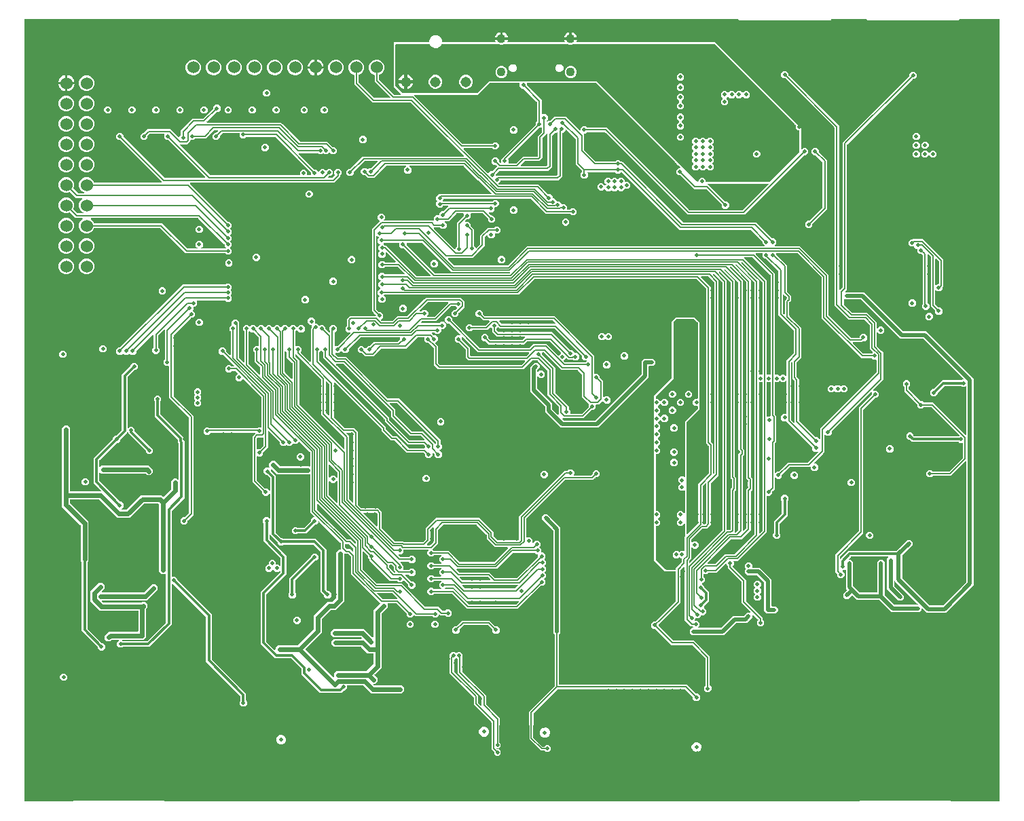
<source format=gbr>
G04 EAGLE Gerber RS-274X export*
G75*
%MOMM*%
%FSLAX34Y34*%
%LPD*%
%INEAGLE Copper Layer 14*%
%IPPOS*%
%AMOC8*
5,1,8,0,0,1.08239X$1,22.5*%
G01*
%ADD10C,1.108000*%
%ADD11C,1.524000*%
%ADD12C,1.308000*%
%ADD13C,0.500000*%
%ADD14C,4.216000*%
%ADD15C,0.300000*%
%ADD16C,0.150000*%
%ADD17C,0.500000*%
%ADD18C,0.600000*%
%ADD19C,0.200000*%
%ADD20C,0.152400*%

G36*
X62292Y-18005D02*
X62292Y-18005D01*
X62293Y-18003D01*
X62295Y-18003D01*
X63294Y-17005D01*
X176706Y-17005D01*
X177705Y-18003D01*
X177707Y-18004D01*
X177708Y-18005D01*
X177709Y-18005D01*
X1042291Y-18005D01*
X1042292Y-18005D01*
X1042293Y-18003D01*
X1042295Y-18003D01*
X1043294Y-17005D01*
X1156706Y-17005D01*
X1157705Y-18003D01*
X1157707Y-18004D01*
X1157708Y-18005D01*
X1157709Y-18005D01*
X1218000Y-18005D01*
X1218005Y-18000D01*
X1218004Y-18000D01*
X1218005Y-18000D01*
X1218005Y77175D01*
X1218000Y77180D01*
X1217999Y77180D01*
X1217999Y957250D01*
X1217995Y957274D01*
X1217998Y957299D01*
X1217976Y957394D01*
X1217960Y957491D01*
X1217948Y957512D01*
X1217942Y957536D01*
X1217891Y957620D01*
X1217845Y957706D01*
X1217827Y957723D01*
X1217814Y957744D01*
X1217738Y957806D01*
X1217667Y957873D01*
X1217644Y957883D01*
X1217625Y957899D01*
X1217534Y957933D01*
X1217444Y957974D01*
X1217420Y957976D01*
X1217397Y957985D01*
X1217250Y957999D01*
X1168019Y957999D01*
X1167923Y957983D01*
X1167826Y957974D01*
X1167803Y957964D01*
X1167778Y957960D01*
X1167692Y957914D01*
X1167604Y957873D01*
X1167578Y957852D01*
X1167563Y957845D01*
X1167546Y957826D01*
X1167489Y957780D01*
X1166709Y956999D01*
X1053291Y956999D01*
X1052511Y957780D01*
X1052431Y957837D01*
X1052356Y957899D01*
X1052333Y957907D01*
X1052312Y957922D01*
X1052219Y957950D01*
X1052128Y957985D01*
X1052095Y957988D01*
X1052079Y957993D01*
X1052054Y957992D01*
X1051981Y957999D01*
X1008019Y957999D01*
X1007923Y957983D01*
X1007826Y957974D01*
X1007803Y957964D01*
X1007778Y957960D01*
X1007692Y957914D01*
X1007604Y957873D01*
X1007578Y957852D01*
X1007563Y957845D01*
X1007546Y957826D01*
X1007489Y957780D01*
X1006709Y956999D01*
X893291Y956999D01*
X892511Y957780D01*
X892431Y957837D01*
X892356Y957899D01*
X892333Y957907D01*
X892312Y957922D01*
X892219Y957950D01*
X892128Y957985D01*
X892095Y957988D01*
X892079Y957993D01*
X892054Y957992D01*
X891981Y957999D01*
X2750Y957999D01*
X2726Y957995D01*
X2701Y957998D01*
X2606Y957976D01*
X2509Y957960D01*
X2488Y957948D01*
X2464Y957942D01*
X2380Y957891D01*
X2294Y957845D01*
X2277Y957827D01*
X2256Y957814D01*
X2194Y957738D01*
X2127Y957667D01*
X2117Y957644D01*
X2101Y957625D01*
X2067Y957534D01*
X2026Y957444D01*
X2024Y957420D01*
X2015Y957397D01*
X2001Y957250D01*
X2001Y83005D01*
X2000Y83005D01*
X1995Y83001D01*
X1996Y83000D01*
X1995Y83000D01*
X1995Y-18000D01*
X2000Y-18005D01*
X2000Y-18004D01*
X2000Y-18005D01*
X62291Y-18005D01*
X62292Y-18005D01*
G37*
%LPC*%
G36*
X433929Y116999D02*
X433929Y116999D01*
X424148Y126780D01*
X424069Y126837D01*
X423994Y126899D01*
X423970Y126907D01*
X423950Y126922D01*
X423856Y126950D01*
X423765Y126985D01*
X423732Y126988D01*
X423716Y126993D01*
X423691Y126992D01*
X423618Y126999D01*
X405250Y126999D01*
X405226Y126995D01*
X405201Y126998D01*
X405106Y126976D01*
X405009Y126960D01*
X404988Y126948D01*
X404964Y126942D01*
X404880Y126891D01*
X404794Y126845D01*
X404777Y126827D01*
X404756Y126814D01*
X404694Y126738D01*
X404627Y126667D01*
X404617Y126644D01*
X404601Y126625D01*
X404567Y126534D01*
X404526Y126444D01*
X404524Y126420D01*
X404515Y126397D01*
X404501Y126250D01*
X404501Y123136D01*
X401864Y120499D01*
X400760Y120499D01*
X400664Y120483D01*
X400567Y120474D01*
X400544Y120464D01*
X400520Y120460D01*
X400434Y120414D01*
X400345Y120373D01*
X400319Y120352D01*
X400304Y120345D01*
X400287Y120326D01*
X400231Y120280D01*
X399720Y119769D01*
X397450Y117499D01*
X370550Y117499D01*
X347499Y140550D01*
X347499Y147240D01*
X347483Y147336D01*
X347474Y147433D01*
X347464Y147456D01*
X347460Y147480D01*
X347414Y147566D01*
X347373Y147655D01*
X347352Y147681D01*
X347345Y147696D01*
X347326Y147713D01*
X347280Y147769D01*
X334769Y160280D01*
X334690Y160337D01*
X334615Y160399D01*
X334591Y160407D01*
X334571Y160422D01*
X334478Y160450D01*
X334387Y160485D01*
X334354Y160488D01*
X334338Y160493D01*
X334313Y160492D01*
X334240Y160499D01*
X314550Y160499D01*
X296499Y178550D01*
X296499Y243450D01*
X321280Y268231D01*
X321337Y268310D01*
X321399Y268385D01*
X321407Y268409D01*
X321422Y268429D01*
X321450Y268522D01*
X321485Y268613D01*
X321488Y268646D01*
X321493Y268662D01*
X321492Y268687D01*
X321499Y268760D01*
X321499Y269325D01*
X321496Y269342D01*
X321498Y269355D01*
X321487Y269400D01*
X321485Y269471D01*
X321468Y269517D01*
X321460Y269566D01*
X321425Y269631D01*
X321399Y269700D01*
X321368Y269738D01*
X321345Y269781D01*
X321291Y269832D01*
X321244Y269888D01*
X321202Y269915D01*
X321167Y269948D01*
X321100Y269979D01*
X321037Y270017D01*
X320989Y270029D01*
X320944Y270049D01*
X320871Y270056D01*
X320800Y270073D01*
X320751Y270068D01*
X320701Y270073D01*
X320630Y270056D01*
X320557Y270049D01*
X320512Y270029D01*
X320464Y270018D01*
X320401Y269979D01*
X320334Y269949D01*
X320278Y269903D01*
X320275Y269901D01*
X320274Y269900D01*
X320256Y269889D01*
X320246Y269876D01*
X320220Y269855D01*
X318864Y268499D01*
X315136Y268499D01*
X312530Y271105D01*
X312510Y271120D01*
X312494Y271138D01*
X312411Y271190D01*
X312331Y271247D01*
X312308Y271254D01*
X312287Y271267D01*
X312192Y271290D01*
X312098Y271318D01*
X312073Y271317D01*
X312050Y271323D01*
X311952Y271314D01*
X311854Y271310D01*
X311831Y271302D01*
X311807Y271299D01*
X311718Y271259D01*
X311626Y271224D01*
X311607Y271209D01*
X311584Y271199D01*
X311470Y271105D01*
X308864Y268499D01*
X305136Y268499D01*
X302499Y271136D01*
X302499Y274864D01*
X305136Y277501D01*
X305750Y277501D01*
X305774Y277505D01*
X305799Y277502D01*
X305894Y277524D01*
X305991Y277540D01*
X306012Y277552D01*
X306036Y277558D01*
X306120Y277609D01*
X306206Y277655D01*
X306223Y277673D01*
X306244Y277686D01*
X306306Y277762D01*
X306373Y277833D01*
X306383Y277856D01*
X306399Y277875D01*
X306433Y277966D01*
X306474Y278056D01*
X306476Y278080D01*
X306485Y278103D01*
X306499Y278250D01*
X306499Y280864D01*
X309136Y283501D01*
X312864Y283501D01*
X315501Y280864D01*
X315501Y278250D01*
X315505Y278226D01*
X315502Y278201D01*
X315524Y278106D01*
X315540Y278009D01*
X315552Y277988D01*
X315558Y277964D01*
X315609Y277880D01*
X315655Y277794D01*
X315673Y277777D01*
X315686Y277756D01*
X315762Y277694D01*
X315833Y277627D01*
X315856Y277617D01*
X315875Y277601D01*
X315966Y277567D01*
X316056Y277526D01*
X316080Y277524D01*
X316103Y277515D01*
X316250Y277501D01*
X318864Y277501D01*
X320220Y276145D01*
X320280Y276102D01*
X320334Y276052D01*
X320378Y276031D01*
X320419Y276003D01*
X320489Y275981D01*
X320556Y275951D01*
X320605Y275946D01*
X320652Y275932D01*
X320725Y275934D01*
X320799Y275927D01*
X320847Y275938D01*
X320896Y275940D01*
X320965Y275965D01*
X321036Y275982D01*
X321078Y276008D01*
X321124Y276025D01*
X321181Y276072D01*
X321244Y276111D01*
X321275Y276149D01*
X321313Y276180D01*
X321352Y276243D01*
X321399Y276299D01*
X321416Y276345D01*
X321442Y276387D01*
X321459Y276459D01*
X321485Y276528D01*
X321492Y276601D01*
X321498Y276625D01*
X321496Y276641D01*
X321499Y276675D01*
X321499Y285240D01*
X321483Y285336D01*
X321474Y285433D01*
X321464Y285456D01*
X321460Y285480D01*
X321414Y285566D01*
X321373Y285655D01*
X321352Y285681D01*
X321345Y285696D01*
X321326Y285713D01*
X321280Y285769D01*
X300499Y306550D01*
X300499Y328825D01*
X300483Y328922D01*
X300474Y329019D01*
X300464Y329041D01*
X300460Y329066D01*
X300414Y329152D01*
X300373Y329241D01*
X300352Y329267D01*
X300345Y329281D01*
X300326Y329298D01*
X300280Y329355D01*
X299499Y330136D01*
X299499Y333864D01*
X302136Y336501D01*
X305864Y336501D01*
X307220Y335145D01*
X307280Y335102D01*
X307334Y335052D01*
X307378Y335031D01*
X307419Y335003D01*
X307489Y334981D01*
X307556Y334951D01*
X307605Y334946D01*
X307652Y334932D01*
X307725Y334934D01*
X307799Y334927D01*
X307847Y334938D01*
X307896Y334940D01*
X307965Y334965D01*
X308036Y334982D01*
X308078Y335008D01*
X308124Y335025D01*
X308181Y335072D01*
X308244Y335111D01*
X308275Y335149D01*
X308313Y335180D01*
X308352Y335243D01*
X308399Y335299D01*
X308416Y335345D01*
X308442Y335387D01*
X308459Y335459D01*
X308485Y335528D01*
X308492Y335601D01*
X308498Y335625D01*
X308496Y335641D01*
X308499Y335675D01*
X308499Y365325D01*
X308487Y365398D01*
X308485Y365471D01*
X308468Y365517D01*
X308460Y365566D01*
X308425Y365631D01*
X308399Y365700D01*
X308368Y365738D01*
X308345Y365781D01*
X308291Y365832D01*
X308244Y365888D01*
X308202Y365915D01*
X308167Y365948D01*
X308100Y365979D01*
X308037Y366017D01*
X307989Y366029D01*
X307944Y366049D01*
X307871Y366056D01*
X307800Y366073D01*
X307751Y366068D01*
X307701Y366073D01*
X307630Y366056D01*
X307557Y366049D01*
X307512Y366029D01*
X307464Y366018D01*
X307401Y365979D01*
X307334Y365949D01*
X307278Y365902D01*
X307256Y365889D01*
X307246Y365876D01*
X307220Y365855D01*
X304864Y363499D01*
X301136Y363499D01*
X298499Y366136D01*
X298499Y368300D01*
X298483Y368397D01*
X298474Y368493D01*
X298464Y368516D01*
X298460Y368541D01*
X298414Y368627D01*
X298373Y368716D01*
X298352Y368741D01*
X298345Y368756D01*
X298326Y368773D01*
X298280Y368830D01*
X286249Y380861D01*
X286249Y437139D01*
X288080Y438970D01*
X289030Y439920D01*
X290080Y440970D01*
X290123Y441030D01*
X290173Y441084D01*
X290193Y441128D01*
X290222Y441169D01*
X290244Y441239D01*
X290274Y441306D01*
X290279Y441355D01*
X290293Y441402D01*
X290291Y441475D01*
X290298Y441549D01*
X290287Y441597D01*
X290285Y441646D01*
X290259Y441715D01*
X290243Y441786D01*
X290217Y441828D01*
X290199Y441874D01*
X290153Y441931D01*
X290114Y441994D01*
X290076Y442025D01*
X290045Y442063D01*
X289982Y442102D01*
X289926Y442149D01*
X289879Y442166D01*
X289838Y442192D01*
X289766Y442209D01*
X289697Y442235D01*
X289624Y442242D01*
X289600Y442248D01*
X289583Y442246D01*
X289550Y442249D01*
X234925Y442249D01*
X234828Y442233D01*
X234731Y442224D01*
X234709Y442214D01*
X234684Y442210D01*
X234598Y442164D01*
X234509Y442123D01*
X234483Y442102D01*
X234469Y442095D01*
X234452Y442076D01*
X234395Y442030D01*
X231864Y439499D01*
X228136Y439499D01*
X225499Y442136D01*
X225499Y445864D01*
X228136Y448501D01*
X231864Y448501D01*
X232395Y447970D01*
X232474Y447913D01*
X232549Y447851D01*
X232573Y447843D01*
X232593Y447828D01*
X232686Y447800D01*
X232778Y447765D01*
X232811Y447762D01*
X232827Y447757D01*
X232851Y447758D01*
X232925Y447751D01*
X292075Y447751D01*
X292172Y447767D01*
X292269Y447776D01*
X292291Y447786D01*
X292316Y447790D01*
X292402Y447836D01*
X292491Y447877D01*
X292517Y447898D01*
X292531Y447905D01*
X292548Y447924D01*
X292605Y447970D01*
X293136Y448501D01*
X296500Y448501D01*
X296524Y448505D01*
X296549Y448502D01*
X296644Y448524D01*
X296741Y448540D01*
X296762Y448552D01*
X296786Y448558D01*
X296870Y448609D01*
X296956Y448655D01*
X296973Y448673D01*
X296994Y448686D01*
X297056Y448762D01*
X297123Y448833D01*
X297133Y448856D01*
X297149Y448875D01*
X297183Y448966D01*
X297224Y449056D01*
X297226Y449080D01*
X297235Y449103D01*
X297249Y449250D01*
X297249Y486550D01*
X297233Y486647D01*
X297224Y486743D01*
X297214Y486766D01*
X297210Y486791D01*
X297164Y486877D01*
X297123Y486966D01*
X297102Y486991D01*
X297095Y487006D01*
X297076Y487023D01*
X297030Y487080D01*
X275267Y508843D01*
X275247Y508857D01*
X275232Y508876D01*
X275149Y508928D01*
X275069Y508985D01*
X275045Y508992D01*
X275025Y509005D01*
X274929Y509027D01*
X274835Y509056D01*
X274811Y509055D01*
X274787Y509060D01*
X274690Y509051D01*
X274592Y509048D01*
X274569Y509039D01*
X274544Y509037D01*
X274455Y508996D01*
X274363Y508962D01*
X274344Y508946D01*
X274322Y508936D01*
X274208Y508843D01*
X271864Y506499D01*
X268136Y506499D01*
X265499Y509136D01*
X265499Y512864D01*
X267843Y515208D01*
X267857Y515228D01*
X267876Y515243D01*
X267928Y515326D01*
X267985Y515406D01*
X267992Y515429D01*
X268005Y515450D01*
X268027Y515546D01*
X268056Y515639D01*
X268055Y515664D01*
X268060Y515688D01*
X268051Y515785D01*
X268048Y515883D01*
X268039Y515906D01*
X268037Y515931D01*
X267996Y516020D01*
X267962Y516112D01*
X267946Y516131D01*
X267936Y516153D01*
X267843Y516267D01*
X265080Y519030D01*
X265001Y519087D01*
X264926Y519149D01*
X264902Y519157D01*
X264882Y519172D01*
X264788Y519200D01*
X264697Y519235D01*
X264664Y519238D01*
X264648Y519243D01*
X264623Y519242D01*
X264550Y519249D01*
X260925Y519249D01*
X260828Y519233D01*
X260731Y519224D01*
X260709Y519214D01*
X260684Y519210D01*
X260598Y519164D01*
X260509Y519123D01*
X260483Y519102D01*
X260469Y519095D01*
X260452Y519076D01*
X260395Y519030D01*
X258864Y517499D01*
X255136Y517499D01*
X252499Y520136D01*
X252499Y523864D01*
X255136Y526501D01*
X258864Y526501D01*
X260395Y524970D01*
X260474Y524913D01*
X260549Y524851D01*
X260573Y524843D01*
X260593Y524828D01*
X260686Y524800D01*
X260778Y524765D01*
X260811Y524762D01*
X260827Y524757D01*
X260852Y524758D01*
X260925Y524751D01*
X262550Y524751D01*
X262623Y524763D01*
X262696Y524765D01*
X262742Y524782D01*
X262791Y524790D01*
X262856Y524825D01*
X262925Y524851D01*
X262963Y524882D01*
X263006Y524905D01*
X263056Y524959D01*
X263113Y525006D01*
X263139Y525047D01*
X263173Y525083D01*
X263203Y525150D01*
X263242Y525213D01*
X263254Y525261D01*
X263274Y525306D01*
X263281Y525379D01*
X263298Y525450D01*
X263293Y525499D01*
X263298Y525549D01*
X263281Y525620D01*
X263274Y525693D01*
X263254Y525738D01*
X263243Y525786D01*
X263204Y525849D01*
X263174Y525916D01*
X263127Y525972D01*
X263114Y525994D01*
X263101Y526004D01*
X263080Y526030D01*
X249830Y539280D01*
X249751Y539337D01*
X249675Y539399D01*
X249652Y539407D01*
X249632Y539422D01*
X249538Y539450D01*
X249447Y539485D01*
X249414Y539488D01*
X249398Y539493D01*
X249373Y539492D01*
X249300Y539499D01*
X247136Y539499D01*
X244499Y542136D01*
X244499Y545864D01*
X247136Y548501D01*
X250864Y548501D01*
X253501Y545864D01*
X253501Y543700D01*
X253517Y543603D01*
X253526Y543507D01*
X253536Y543484D01*
X253540Y543459D01*
X253586Y543373D01*
X253627Y543284D01*
X253648Y543259D01*
X253655Y543244D01*
X253674Y543227D01*
X253720Y543170D01*
X257970Y538920D01*
X258030Y538877D01*
X258084Y538827D01*
X258128Y538807D01*
X258169Y538778D01*
X258239Y538756D01*
X258306Y538726D01*
X258355Y538721D01*
X258402Y538707D01*
X258475Y538709D01*
X258549Y538702D01*
X258597Y538713D01*
X258646Y538715D01*
X258715Y538741D01*
X258786Y538757D01*
X258828Y538783D01*
X258874Y538801D01*
X258931Y538847D01*
X258994Y538886D01*
X259025Y538924D01*
X259063Y538955D01*
X259102Y539018D01*
X259149Y539074D01*
X259166Y539121D01*
X259192Y539162D01*
X259209Y539234D01*
X259235Y539303D01*
X259242Y539376D01*
X259248Y539400D01*
X259246Y539417D01*
X259249Y539450D01*
X259249Y568075D01*
X259233Y568172D01*
X259224Y568269D01*
X259214Y568291D01*
X259210Y568316D01*
X259164Y568402D01*
X259123Y568491D01*
X259102Y568517D01*
X259095Y568531D01*
X259076Y568548D01*
X259030Y568605D01*
X257499Y570136D01*
X257499Y573864D01*
X260280Y576645D01*
X260337Y576724D01*
X260399Y576799D01*
X260407Y576823D01*
X260422Y576843D01*
X260450Y576936D01*
X260485Y577028D01*
X260488Y577061D01*
X260493Y577077D01*
X260492Y577102D01*
X260499Y577175D01*
X260499Y580864D01*
X263136Y583501D01*
X266864Y583501D01*
X269501Y580864D01*
X269501Y578700D01*
X269517Y578603D01*
X269526Y578507D01*
X269536Y578484D01*
X269540Y578459D01*
X269586Y578373D01*
X269627Y578284D01*
X269648Y578259D01*
X269655Y578244D01*
X269674Y578227D01*
X269720Y578170D01*
X269751Y578139D01*
X269751Y535935D01*
X269767Y535839D01*
X269776Y535742D01*
X269786Y535719D01*
X269790Y535694D01*
X269836Y535608D01*
X269877Y535520D01*
X269898Y535494D01*
X269905Y535479D01*
X269924Y535462D01*
X269970Y535405D01*
X274970Y530405D01*
X275030Y530362D01*
X275084Y530312D01*
X275128Y530292D01*
X275169Y530263D01*
X275239Y530242D01*
X275306Y530211D01*
X275355Y530207D01*
X275402Y530192D01*
X275475Y530195D01*
X275549Y530187D01*
X275597Y530199D01*
X275646Y530200D01*
X275715Y530226D01*
X275786Y530243D01*
X275828Y530269D01*
X275874Y530286D01*
X275931Y530333D01*
X275994Y530371D01*
X276025Y530409D01*
X276063Y530441D01*
X276102Y530503D01*
X276149Y530560D01*
X276166Y530606D01*
X276192Y530648D01*
X276209Y530719D01*
X276235Y530788D01*
X276242Y530861D01*
X276248Y530885D01*
X276246Y530902D01*
X276249Y530935D01*
X276249Y568075D01*
X276233Y568172D01*
X276224Y568269D01*
X276214Y568291D01*
X276210Y568316D01*
X276164Y568402D01*
X276123Y568491D01*
X276102Y568517D01*
X276095Y568531D01*
X276076Y568548D01*
X276030Y568605D01*
X274499Y570136D01*
X274499Y573864D01*
X277136Y576501D01*
X280864Y576501D01*
X282470Y574895D01*
X282490Y574881D01*
X282506Y574862D01*
X282589Y574810D01*
X282669Y574753D01*
X282692Y574746D01*
X282713Y574733D01*
X282808Y574710D01*
X282902Y574682D01*
X282926Y574683D01*
X282950Y574677D01*
X283048Y574686D01*
X283146Y574690D01*
X283169Y574698D01*
X283193Y574701D01*
X283282Y574741D01*
X283374Y574776D01*
X283393Y574791D01*
X283416Y574801D01*
X283530Y574895D01*
X285136Y576501D01*
X288864Y576501D01*
X291470Y573895D01*
X291490Y573880D01*
X291506Y573862D01*
X291589Y573810D01*
X291669Y573753D01*
X291692Y573746D01*
X291713Y573733D01*
X291808Y573710D01*
X291902Y573682D01*
X291927Y573683D01*
X291950Y573677D01*
X292048Y573686D01*
X292146Y573690D01*
X292169Y573698D01*
X292193Y573701D01*
X292282Y573741D01*
X292374Y573776D01*
X292393Y573791D01*
X292416Y573801D01*
X292530Y573895D01*
X295136Y576501D01*
X298864Y576501D01*
X301470Y573895D01*
X301490Y573881D01*
X301506Y573862D01*
X301589Y573810D01*
X301669Y573753D01*
X301692Y573746D01*
X301713Y573733D01*
X301808Y573710D01*
X301902Y573682D01*
X301927Y573683D01*
X301950Y573677D01*
X302048Y573686D01*
X302146Y573690D01*
X302169Y573698D01*
X302193Y573701D01*
X302282Y573741D01*
X302374Y573776D01*
X302393Y573791D01*
X302416Y573801D01*
X302530Y573895D01*
X305136Y576501D01*
X308864Y576501D01*
X311470Y573895D01*
X311490Y573881D01*
X311506Y573862D01*
X311589Y573810D01*
X311669Y573753D01*
X311692Y573746D01*
X311713Y573733D01*
X311808Y573710D01*
X311902Y573682D01*
X311927Y573683D01*
X311950Y573677D01*
X312048Y573686D01*
X312146Y573690D01*
X312169Y573698D01*
X312193Y573701D01*
X312282Y573741D01*
X312374Y573776D01*
X312393Y573791D01*
X312416Y573801D01*
X312530Y573895D01*
X315136Y576501D01*
X318864Y576501D01*
X321470Y573895D01*
X321490Y573881D01*
X321506Y573862D01*
X321589Y573810D01*
X321669Y573753D01*
X321692Y573746D01*
X321713Y573733D01*
X321808Y573710D01*
X321902Y573682D01*
X321927Y573683D01*
X321950Y573677D01*
X322048Y573686D01*
X322146Y573690D01*
X322169Y573698D01*
X322193Y573701D01*
X322282Y573741D01*
X322374Y573776D01*
X322393Y573791D01*
X322416Y573801D01*
X322530Y573895D01*
X325136Y576501D01*
X328864Y576501D01*
X331470Y573895D01*
X331490Y573880D01*
X331506Y573862D01*
X331589Y573810D01*
X331669Y573753D01*
X331692Y573746D01*
X331713Y573733D01*
X331808Y573710D01*
X331902Y573682D01*
X331927Y573683D01*
X331950Y573677D01*
X332048Y573686D01*
X332146Y573690D01*
X332169Y573698D01*
X332193Y573701D01*
X332282Y573741D01*
X332374Y573776D01*
X332393Y573791D01*
X332416Y573801D01*
X332530Y573895D01*
X335136Y576501D01*
X338864Y576501D01*
X341470Y573895D01*
X341490Y573881D01*
X341506Y573862D01*
X341589Y573810D01*
X341669Y573753D01*
X341692Y573746D01*
X341713Y573733D01*
X341808Y573710D01*
X341902Y573682D01*
X341927Y573683D01*
X341950Y573677D01*
X342048Y573686D01*
X342146Y573690D01*
X342169Y573698D01*
X342193Y573701D01*
X342282Y573741D01*
X342374Y573776D01*
X342393Y573791D01*
X342416Y573801D01*
X342530Y573895D01*
X345136Y576501D01*
X348864Y576501D01*
X351501Y573864D01*
X351501Y570136D01*
X348864Y567499D01*
X345136Y567499D01*
X342530Y570105D01*
X342510Y570120D01*
X342494Y570138D01*
X342411Y570190D01*
X342331Y570247D01*
X342308Y570254D01*
X342287Y570267D01*
X342192Y570290D01*
X342098Y570318D01*
X342073Y570317D01*
X342050Y570323D01*
X341952Y570314D01*
X341854Y570310D01*
X341831Y570302D01*
X341807Y570299D01*
X341717Y570259D01*
X341626Y570224D01*
X341607Y570209D01*
X341584Y570199D01*
X341470Y570105D01*
X339970Y568605D01*
X339913Y568526D01*
X339851Y568451D01*
X339843Y568427D01*
X339828Y568407D01*
X339800Y568314D01*
X339765Y568222D01*
X339762Y568189D01*
X339757Y568173D01*
X339758Y568148D01*
X339751Y568075D01*
X339751Y550925D01*
X339763Y550852D01*
X339765Y550779D01*
X339782Y550732D01*
X339790Y550684D01*
X339825Y550619D01*
X339851Y550550D01*
X339882Y550512D01*
X339905Y550469D01*
X339959Y550418D01*
X340006Y550362D01*
X340048Y550335D01*
X340083Y550302D01*
X340150Y550271D01*
X340213Y550233D01*
X340261Y550221D01*
X340306Y550201D01*
X340379Y550194D01*
X340450Y550177D01*
X340499Y550182D01*
X340549Y550177D01*
X340620Y550194D01*
X340693Y550201D01*
X340738Y550221D01*
X340786Y550232D01*
X340849Y550271D01*
X340916Y550301D01*
X340972Y550348D01*
X340994Y550361D01*
X341004Y550374D01*
X341030Y550395D01*
X341136Y550501D01*
X344864Y550501D01*
X347501Y547864D01*
X347501Y544136D01*
X346536Y543171D01*
X346522Y543151D01*
X346503Y543136D01*
X346451Y543052D01*
X346394Y542973D01*
X346387Y542949D01*
X346374Y542928D01*
X346351Y542833D01*
X346323Y542739D01*
X346324Y542715D01*
X346318Y542691D01*
X346328Y542593D01*
X346331Y542495D01*
X346340Y542472D01*
X346342Y542448D01*
X346382Y542359D01*
X346417Y542267D01*
X346432Y542248D01*
X346442Y542226D01*
X346536Y542111D01*
X357970Y530677D01*
X358030Y530634D01*
X358084Y530584D01*
X358128Y530564D01*
X358169Y530535D01*
X358239Y530514D01*
X358306Y530483D01*
X358355Y530479D01*
X358402Y530464D01*
X358475Y530467D01*
X358549Y530459D01*
X358597Y530471D01*
X358646Y530472D01*
X358715Y530498D01*
X358786Y530515D01*
X358828Y530541D01*
X358874Y530558D01*
X358931Y530605D01*
X358994Y530643D01*
X359025Y530681D01*
X359063Y530713D01*
X359102Y530775D01*
X359149Y530832D01*
X359166Y530878D01*
X359192Y530920D01*
X359209Y530991D01*
X359235Y531060D01*
X359242Y531133D01*
X359248Y531157D01*
X359246Y531174D01*
X359249Y531207D01*
X359249Y572139D01*
X360280Y573170D01*
X360337Y573249D01*
X360399Y573325D01*
X360407Y573348D01*
X360422Y573368D01*
X360450Y573462D01*
X360485Y573553D01*
X360488Y573586D01*
X360493Y573602D01*
X360492Y573627D01*
X360499Y573700D01*
X360499Y575750D01*
X360495Y575774D01*
X360498Y575798D01*
X360498Y575799D01*
X360476Y575894D01*
X360460Y575991D01*
X360448Y576012D01*
X360442Y576036D01*
X360391Y576120D01*
X360345Y576206D01*
X360327Y576223D01*
X360314Y576244D01*
X360238Y576306D01*
X360167Y576373D01*
X360144Y576383D01*
X360125Y576399D01*
X360034Y576433D01*
X359944Y576474D01*
X359920Y576476D01*
X359897Y576485D01*
X359750Y576499D01*
X358136Y576499D01*
X355499Y579136D01*
X355499Y582864D01*
X358136Y585501D01*
X361864Y585501D01*
X364501Y582864D01*
X364501Y579250D01*
X364505Y579226D01*
X364502Y579201D01*
X364524Y579106D01*
X364540Y579009D01*
X364552Y578988D01*
X364558Y578964D01*
X364609Y578880D01*
X364655Y578794D01*
X364673Y578777D01*
X364686Y578756D01*
X364762Y578694D01*
X364833Y578627D01*
X364856Y578617D01*
X364875Y578601D01*
X364966Y578567D01*
X365056Y578526D01*
X365080Y578524D01*
X365103Y578515D01*
X365250Y578501D01*
X366864Y578501D01*
X369470Y575895D01*
X369490Y575881D01*
X369506Y575862D01*
X369589Y575810D01*
X369669Y575753D01*
X369692Y575746D01*
X369713Y575733D01*
X369808Y575710D01*
X369902Y575682D01*
X369927Y575683D01*
X369950Y575677D01*
X370048Y575686D01*
X370146Y575690D01*
X370169Y575698D01*
X370193Y575701D01*
X370282Y575741D01*
X370374Y575776D01*
X370393Y575791D01*
X370416Y575801D01*
X370530Y575895D01*
X371136Y576501D01*
X374864Y576501D01*
X377501Y573864D01*
X377501Y571700D01*
X377517Y571603D01*
X377526Y571507D01*
X377536Y571484D01*
X377540Y571459D01*
X377587Y571373D01*
X377627Y571284D01*
X377648Y571259D01*
X377655Y571244D01*
X377674Y571227D01*
X377720Y571170D01*
X381970Y566920D01*
X382030Y566877D01*
X382084Y566827D01*
X382128Y566807D01*
X382169Y566778D01*
X382239Y566756D01*
X382306Y566726D01*
X382355Y566721D01*
X382402Y566707D01*
X382475Y566709D01*
X382549Y566702D01*
X382597Y566713D01*
X382646Y566715D01*
X382715Y566741D01*
X382786Y566757D01*
X382828Y566783D01*
X382874Y566801D01*
X382931Y566847D01*
X382994Y566886D01*
X383025Y566924D01*
X383063Y566955D01*
X383102Y567018D01*
X383149Y567074D01*
X383166Y567121D01*
X383192Y567162D01*
X383209Y567234D01*
X383235Y567303D01*
X383242Y567376D01*
X383248Y567400D01*
X383246Y567417D01*
X383249Y567450D01*
X383249Y569075D01*
X383233Y569172D01*
X383224Y569269D01*
X383214Y569291D01*
X383210Y569316D01*
X383164Y569402D01*
X383123Y569491D01*
X383102Y569517D01*
X383095Y569531D01*
X383076Y569548D01*
X383030Y569605D01*
X382499Y570136D01*
X382499Y573864D01*
X385136Y576501D01*
X388864Y576501D01*
X391501Y573864D01*
X391501Y570136D01*
X388970Y567605D01*
X388913Y567526D01*
X388851Y567451D01*
X388843Y567427D01*
X388828Y567407D01*
X388800Y567314D01*
X388765Y567222D01*
X388762Y567189D01*
X388757Y567173D01*
X388758Y567148D01*
X388751Y567075D01*
X388751Y550925D01*
X388763Y550852D01*
X388765Y550779D01*
X388782Y550732D01*
X388790Y550684D01*
X388825Y550619D01*
X388851Y550550D01*
X388882Y550512D01*
X388905Y550469D01*
X388959Y550418D01*
X389006Y550362D01*
X389048Y550335D01*
X389083Y550302D01*
X389150Y550271D01*
X389213Y550233D01*
X389261Y550221D01*
X389306Y550201D01*
X389379Y550194D01*
X389450Y550177D01*
X389499Y550182D01*
X389549Y550177D01*
X389620Y550194D01*
X389693Y550201D01*
X389738Y550221D01*
X389786Y550232D01*
X389849Y550271D01*
X389916Y550301D01*
X389972Y550348D01*
X389994Y550361D01*
X390004Y550374D01*
X390030Y550395D01*
X390136Y550501D01*
X392300Y550501D01*
X392397Y550517D01*
X392493Y550526D01*
X392516Y550536D01*
X392541Y550540D01*
X392627Y550586D01*
X392716Y550627D01*
X392741Y550648D01*
X392756Y550655D01*
X392773Y550674D01*
X392830Y550720D01*
X408330Y566220D01*
X408373Y566280D01*
X408423Y566334D01*
X408443Y566378D01*
X408472Y566419D01*
X408494Y566489D01*
X408524Y566556D01*
X408529Y566605D01*
X408543Y566652D01*
X408541Y566725D01*
X408548Y566799D01*
X408537Y566847D01*
X408535Y566896D01*
X408509Y566965D01*
X408493Y567036D01*
X408467Y567078D01*
X408449Y567124D01*
X408403Y567181D01*
X408364Y567244D01*
X408326Y567275D01*
X408295Y567313D01*
X408232Y567352D01*
X408176Y567399D01*
X408129Y567416D01*
X408088Y567442D01*
X408016Y567459D01*
X407947Y567485D01*
X407874Y567492D01*
X407850Y567498D01*
X407833Y567496D01*
X407800Y567499D01*
X405136Y567499D01*
X402499Y570136D01*
X402499Y573864D01*
X404030Y575395D01*
X404087Y575474D01*
X404149Y575549D01*
X404157Y575573D01*
X404172Y575593D01*
X404200Y575686D01*
X404235Y575778D01*
X404238Y575811D01*
X404243Y575827D01*
X404242Y575851D01*
X404249Y575925D01*
X404249Y584139D01*
X407861Y587751D01*
X439550Y587751D01*
X439623Y587763D01*
X439696Y587765D01*
X439742Y587782D01*
X439791Y587790D01*
X439856Y587825D01*
X439925Y587851D01*
X439963Y587882D01*
X440006Y587905D01*
X440057Y587959D01*
X440113Y588006D01*
X440139Y588047D01*
X440173Y588083D01*
X440203Y588150D01*
X440242Y588213D01*
X440254Y588261D01*
X440274Y588306D01*
X440281Y588379D01*
X440298Y588450D01*
X440293Y588499D01*
X440298Y588549D01*
X440281Y588620D01*
X440274Y588693D01*
X440254Y588738D01*
X440243Y588786D01*
X440204Y588849D01*
X440174Y588916D01*
X440127Y588972D01*
X440114Y588994D01*
X440101Y589004D01*
X440080Y589030D01*
X437080Y592030D01*
X435249Y593861D01*
X435249Y696139D01*
X444030Y704920D01*
X444843Y705733D01*
X444857Y705753D01*
X444876Y705768D01*
X444928Y705851D01*
X444985Y705931D01*
X444992Y705955D01*
X445005Y705975D01*
X445027Y706071D01*
X445056Y706165D01*
X445055Y706189D01*
X445060Y706213D01*
X445051Y706310D01*
X445048Y706408D01*
X445039Y706431D01*
X445037Y706456D01*
X444996Y706545D01*
X444962Y706637D01*
X444946Y706656D01*
X444936Y706678D01*
X444843Y706792D01*
X442499Y709136D01*
X442499Y712864D01*
X445136Y715501D01*
X448864Y715501D01*
X451501Y712864D01*
X451501Y709136D01*
X450395Y708030D01*
X450352Y707970D01*
X450302Y707916D01*
X450281Y707872D01*
X450253Y707831D01*
X450231Y707761D01*
X450201Y707694D01*
X450196Y707645D01*
X450182Y707598D01*
X450184Y707525D01*
X450177Y707451D01*
X450188Y707403D01*
X450190Y707354D01*
X450215Y707285D01*
X450232Y707214D01*
X450258Y707172D01*
X450275Y707126D01*
X450322Y707069D01*
X450361Y707006D01*
X450399Y706975D01*
X450430Y706937D01*
X450493Y706898D01*
X450549Y706851D01*
X450595Y706834D01*
X450637Y706808D01*
X450709Y706791D01*
X450778Y706765D01*
X450851Y706758D01*
X450875Y706752D01*
X450891Y706754D01*
X450925Y706751D01*
X511139Y706751D01*
X511220Y706670D01*
X511280Y706627D01*
X511334Y706577D01*
X511378Y706557D01*
X511419Y706528D01*
X511489Y706506D01*
X511556Y706476D01*
X511605Y706471D01*
X511652Y706457D01*
X511725Y706459D01*
X511799Y706452D01*
X511847Y706463D01*
X511896Y706465D01*
X511965Y706491D01*
X512036Y706507D01*
X512078Y706533D01*
X512124Y706551D01*
X512181Y706597D01*
X512244Y706636D01*
X512275Y706674D01*
X512313Y706705D01*
X512352Y706768D01*
X512399Y706824D01*
X512416Y706870D01*
X512442Y706912D01*
X512459Y706984D01*
X512485Y707053D01*
X512492Y707126D01*
X512498Y707150D01*
X512496Y707167D01*
X512499Y707200D01*
X512499Y710864D01*
X515136Y713501D01*
X518750Y713501D01*
X518774Y713505D01*
X518799Y713502D01*
X518894Y713524D01*
X518991Y713540D01*
X519012Y713552D01*
X519036Y713558D01*
X519120Y713609D01*
X519206Y713655D01*
X519223Y713673D01*
X519244Y713686D01*
X519306Y713762D01*
X519373Y713833D01*
X519383Y713856D01*
X519399Y713875D01*
X519433Y713966D01*
X519474Y714056D01*
X519476Y714080D01*
X519485Y714103D01*
X519499Y714250D01*
X519499Y715864D01*
X522136Y718501D01*
X524300Y718501D01*
X524397Y718517D01*
X524493Y718526D01*
X524516Y718536D01*
X524541Y718540D01*
X524627Y718586D01*
X524716Y718627D01*
X524741Y718648D01*
X524756Y718655D01*
X524773Y718674D01*
X524830Y718720D01*
X528744Y722634D01*
X528744Y722635D01*
X530080Y723970D01*
X530123Y724030D01*
X530173Y724084D01*
X530193Y724128D01*
X530222Y724169D01*
X530244Y724239D01*
X530274Y724306D01*
X530279Y724355D01*
X530293Y724402D01*
X530291Y724475D01*
X530298Y724549D01*
X530287Y724597D01*
X530285Y724646D01*
X530259Y724715D01*
X530243Y724786D01*
X530217Y724828D01*
X530199Y724874D01*
X530153Y724931D01*
X530114Y724994D01*
X530076Y725025D01*
X530045Y725063D01*
X529982Y725102D01*
X529926Y725149D01*
X529879Y725166D01*
X529838Y725192D01*
X529766Y725209D01*
X529697Y725235D01*
X529624Y725242D01*
X529600Y725248D01*
X529583Y725246D01*
X529550Y725249D01*
X524425Y725249D01*
X524328Y725233D01*
X524231Y725224D01*
X524209Y725214D01*
X524184Y725210D01*
X524098Y725164D01*
X524009Y725123D01*
X523983Y725102D01*
X523969Y725095D01*
X523952Y725076D01*
X523895Y725030D01*
X521864Y722999D01*
X518136Y722999D01*
X515499Y725636D01*
X515499Y729364D01*
X516855Y730720D01*
X516869Y730740D01*
X516888Y730756D01*
X516940Y730839D01*
X516997Y730919D01*
X517004Y730942D01*
X517017Y730963D01*
X517040Y731058D01*
X517068Y731152D01*
X517067Y731176D01*
X517073Y731200D01*
X517064Y731298D01*
X517060Y731396D01*
X517052Y731419D01*
X517049Y731443D01*
X517009Y731532D01*
X516974Y731624D01*
X516959Y731643D01*
X516949Y731666D01*
X516855Y731780D01*
X515499Y733136D01*
X515499Y736864D01*
X518136Y739501D01*
X520300Y739501D01*
X520397Y739517D01*
X520493Y739526D01*
X520516Y739536D01*
X520541Y739540D01*
X520627Y739586D01*
X520716Y739627D01*
X520741Y739648D01*
X520756Y739655D01*
X520773Y739674D01*
X520830Y739720D01*
X520861Y739751D01*
X583822Y739751D01*
X583895Y739763D01*
X583968Y739765D01*
X584014Y739782D01*
X584063Y739790D01*
X584128Y739825D01*
X584197Y739851D01*
X584235Y739882D01*
X584278Y739905D01*
X584328Y739959D01*
X584385Y740006D01*
X584411Y740047D01*
X584445Y740083D01*
X584475Y740150D01*
X584514Y740213D01*
X584525Y740261D01*
X584546Y740306D01*
X584553Y740379D01*
X584570Y740450D01*
X584565Y740499D01*
X584570Y740549D01*
X584553Y740620D01*
X584546Y740693D01*
X584526Y740738D01*
X584515Y740786D01*
X584476Y740849D01*
X584446Y740916D01*
X584399Y740972D01*
X584386Y740994D01*
X584373Y741004D01*
X584352Y741030D01*
X568352Y757030D01*
X568273Y757087D01*
X568197Y757149D01*
X568174Y757157D01*
X568154Y757172D01*
X568060Y757200D01*
X567969Y757235D01*
X567936Y757238D01*
X567920Y757243D01*
X567895Y757242D01*
X567822Y757249D01*
X567375Y757249D01*
X549595Y775030D01*
X549515Y775087D01*
X549440Y775149D01*
X549417Y775157D01*
X549396Y775172D01*
X549303Y775200D01*
X549212Y775235D01*
X549179Y775238D01*
X549163Y775243D01*
X549138Y775242D01*
X549065Y775249D01*
X482925Y775249D01*
X482852Y775237D01*
X482779Y775235D01*
X482733Y775218D01*
X482684Y775210D01*
X482619Y775175D01*
X482550Y775149D01*
X482512Y775118D01*
X482469Y775095D01*
X482418Y775041D01*
X482362Y774994D01*
X482335Y774952D01*
X482302Y774917D01*
X482271Y774850D01*
X482233Y774787D01*
X482221Y774739D01*
X482201Y774694D01*
X482194Y774621D01*
X482177Y774550D01*
X482182Y774501D01*
X482177Y774451D01*
X482194Y774380D01*
X482201Y774307D01*
X482221Y774262D01*
X482232Y774214D01*
X482271Y774151D01*
X482301Y774084D01*
X482348Y774028D01*
X482361Y774006D01*
X482374Y773996D01*
X482395Y773970D01*
X484501Y771864D01*
X484501Y768136D01*
X481864Y765499D01*
X478136Y765499D01*
X475499Y768136D01*
X475499Y771864D01*
X477605Y773970D01*
X477648Y774030D01*
X477698Y774084D01*
X477719Y774128D01*
X477747Y774169D01*
X477769Y774239D01*
X477799Y774306D01*
X477804Y774355D01*
X477818Y774402D01*
X477816Y774475D01*
X477823Y774549D01*
X477812Y774597D01*
X477810Y774646D01*
X477785Y774715D01*
X477768Y774786D01*
X477742Y774828D01*
X477725Y774874D01*
X477678Y774931D01*
X477639Y774994D01*
X477601Y775025D01*
X477570Y775063D01*
X477507Y775102D01*
X477451Y775149D01*
X477405Y775166D01*
X477363Y775192D01*
X477291Y775209D01*
X477222Y775235D01*
X477149Y775242D01*
X477125Y775248D01*
X477109Y775246D01*
X477075Y775249D01*
X453450Y775249D01*
X453353Y775233D01*
X453257Y775224D01*
X453234Y775214D01*
X453209Y775210D01*
X453123Y775164D01*
X453034Y775123D01*
X453009Y775102D01*
X452994Y775095D01*
X452977Y775076D01*
X452920Y775030D01*
X438139Y760249D01*
X429861Y760249D01*
X426830Y763280D01*
X426751Y763337D01*
X426675Y763399D01*
X426652Y763407D01*
X426632Y763422D01*
X426538Y763450D01*
X426447Y763485D01*
X426414Y763488D01*
X426398Y763493D01*
X426373Y763492D01*
X426300Y763499D01*
X424136Y763499D01*
X421499Y766136D01*
X421499Y769864D01*
X424136Y772501D01*
X427864Y772501D01*
X429470Y770895D01*
X429490Y770881D01*
X429506Y770862D01*
X429589Y770810D01*
X429669Y770753D01*
X429692Y770746D01*
X429713Y770733D01*
X429808Y770710D01*
X429902Y770682D01*
X429926Y770683D01*
X429950Y770677D01*
X430048Y770686D01*
X430146Y770690D01*
X430169Y770698D01*
X430193Y770701D01*
X430282Y770741D01*
X430374Y770776D01*
X430393Y770791D01*
X430416Y770801D01*
X430530Y770895D01*
X432136Y772501D01*
X434300Y772501D01*
X434397Y772517D01*
X434493Y772526D01*
X434516Y772536D01*
X434541Y772540D01*
X434627Y772586D01*
X434716Y772627D01*
X434741Y772648D01*
X434756Y772655D01*
X434773Y772674D01*
X434830Y772720D01*
X442080Y779970D01*
X442123Y780030D01*
X442173Y780084D01*
X442193Y780128D01*
X442222Y780169D01*
X442244Y780239D01*
X442274Y780306D01*
X442279Y780355D01*
X442293Y780402D01*
X442291Y780475D01*
X442298Y780549D01*
X442287Y780597D01*
X442285Y780646D01*
X442259Y780715D01*
X442243Y780786D01*
X442217Y780828D01*
X442199Y780874D01*
X442153Y780931D01*
X442114Y780994D01*
X442076Y781025D01*
X442045Y781063D01*
X441982Y781102D01*
X441926Y781149D01*
X441879Y781166D01*
X441838Y781192D01*
X441766Y781209D01*
X441697Y781235D01*
X441624Y781242D01*
X441600Y781248D01*
X441583Y781246D01*
X441550Y781249D01*
X426450Y781249D01*
X426353Y781233D01*
X426257Y781224D01*
X426234Y781214D01*
X426209Y781210D01*
X426123Y781164D01*
X426034Y781123D01*
X426009Y781102D01*
X425994Y781095D01*
X425977Y781076D01*
X425920Y781030D01*
X412720Y767830D01*
X412663Y767751D01*
X412601Y767675D01*
X412593Y767652D01*
X412578Y767632D01*
X412550Y767538D01*
X412515Y767447D01*
X412512Y767414D01*
X412507Y767398D01*
X412508Y767373D01*
X412501Y767300D01*
X412501Y765136D01*
X409864Y762499D01*
X406136Y762499D01*
X403499Y765136D01*
X403499Y768864D01*
X406136Y771501D01*
X408300Y771501D01*
X408397Y771517D01*
X408493Y771526D01*
X408516Y771536D01*
X408541Y771540D01*
X408627Y771586D01*
X408716Y771627D01*
X408741Y771648D01*
X408756Y771655D01*
X408773Y771674D01*
X408830Y771720D01*
X423861Y786751D01*
X549550Y786751D01*
X549623Y786763D01*
X549696Y786765D01*
X549742Y786782D01*
X549791Y786790D01*
X549856Y786825D01*
X549925Y786851D01*
X549963Y786882D01*
X550006Y786905D01*
X550056Y786959D01*
X550113Y787006D01*
X550139Y787048D01*
X550173Y787083D01*
X550203Y787150D01*
X550242Y787213D01*
X550254Y787261D01*
X550274Y787306D01*
X550281Y787379D01*
X550298Y787450D01*
X550293Y787499D01*
X550298Y787549D01*
X550281Y787620D01*
X550274Y787693D01*
X550254Y787738D01*
X550243Y787786D01*
X550204Y787849D01*
X550174Y787916D01*
X550127Y787972D01*
X550114Y787994D01*
X550101Y788004D01*
X550080Y788030D01*
X484080Y854030D01*
X484001Y854087D01*
X483925Y854149D01*
X483902Y854157D01*
X483882Y854172D01*
X483788Y854200D01*
X483697Y854235D01*
X483664Y854238D01*
X483648Y854243D01*
X483623Y854242D01*
X483550Y854249D01*
X435861Y854249D01*
X413149Y876961D01*
X413149Y888125D01*
X413129Y888246D01*
X413110Y888366D01*
X413054Y888470D01*
X412995Y888581D01*
X412911Y888660D01*
X412817Y888748D01*
X412816Y888748D01*
X412687Y888818D01*
X410450Y889744D01*
X407744Y892450D01*
X406279Y895986D01*
X406279Y899814D01*
X407744Y903350D01*
X410450Y906056D01*
X413986Y907521D01*
X417814Y907521D01*
X421350Y906056D01*
X424056Y903350D01*
X425521Y899814D01*
X425521Y895986D01*
X424056Y892450D01*
X421350Y889744D01*
X419114Y888818D01*
X419113Y888818D01*
X419025Y888763D01*
X418906Y888689D01*
X418818Y888581D01*
X418751Y888501D01*
X418751Y888500D01*
X418701Y888366D01*
X418665Y888272D01*
X418665Y888271D01*
X418651Y888125D01*
X418651Y879550D01*
X418667Y879453D01*
X418676Y879357D01*
X418686Y879334D01*
X418690Y879309D01*
X418736Y879223D01*
X418777Y879134D01*
X418798Y879109D01*
X418805Y879094D01*
X418824Y879077D01*
X418870Y879020D01*
X437920Y859970D01*
X437999Y859913D01*
X438075Y859851D01*
X438098Y859843D01*
X438118Y859828D01*
X438212Y859800D01*
X438303Y859765D01*
X438336Y859762D01*
X438352Y859757D01*
X438377Y859758D01*
X438450Y859751D01*
X457550Y859751D01*
X457623Y859763D01*
X457696Y859765D01*
X457742Y859782D01*
X457791Y859790D01*
X457856Y859825D01*
X457925Y859851D01*
X457963Y859882D01*
X458006Y859905D01*
X458056Y859959D01*
X458113Y860006D01*
X458139Y860048D01*
X458173Y860083D01*
X458203Y860150D01*
X458242Y860213D01*
X458254Y860261D01*
X458274Y860306D01*
X458281Y860379D01*
X458298Y860450D01*
X458293Y860499D01*
X458298Y860549D01*
X458281Y860620D01*
X458274Y860693D01*
X458254Y860738D01*
X458243Y860786D01*
X458204Y860849D01*
X458174Y860916D01*
X458127Y860972D01*
X458114Y860994D01*
X458101Y861004D01*
X458080Y861030D01*
X440380Y878730D01*
X438549Y880561D01*
X438549Y888125D01*
X438529Y888246D01*
X438510Y888366D01*
X438454Y888470D01*
X438395Y888581D01*
X438311Y888660D01*
X438217Y888748D01*
X438216Y888748D01*
X438087Y888818D01*
X435850Y889744D01*
X433144Y892450D01*
X431679Y895986D01*
X431679Y899814D01*
X433144Y903350D01*
X435850Y906056D01*
X439386Y907521D01*
X443214Y907521D01*
X446750Y906056D01*
X449456Y903350D01*
X450921Y899814D01*
X450921Y895986D01*
X449456Y892450D01*
X446750Y889744D01*
X444514Y888818D01*
X444513Y888818D01*
X444425Y888763D01*
X444306Y888689D01*
X444218Y888581D01*
X444151Y888501D01*
X444151Y888500D01*
X444101Y888366D01*
X444065Y888272D01*
X444065Y888271D01*
X444051Y888125D01*
X444051Y883150D01*
X444067Y883053D01*
X444076Y882957D01*
X444086Y882934D01*
X444090Y882909D01*
X444136Y882823D01*
X444177Y882734D01*
X444198Y882709D01*
X444205Y882694D01*
X444224Y882677D01*
X444270Y882620D01*
X462920Y863970D01*
X462999Y863913D01*
X463075Y863851D01*
X463098Y863843D01*
X463118Y863828D01*
X463212Y863800D01*
X463303Y863765D01*
X463336Y863762D01*
X463352Y863757D01*
X463377Y863758D01*
X463450Y863751D01*
X470843Y863751D01*
X470916Y863763D01*
X470989Y863765D01*
X471035Y863782D01*
X471084Y863790D01*
X471149Y863825D01*
X471218Y863851D01*
X471256Y863882D01*
X471299Y863905D01*
X471349Y863959D01*
X471406Y864006D01*
X471432Y864047D01*
X471466Y864083D01*
X471496Y864150D01*
X471535Y864213D01*
X471546Y864261D01*
X471567Y864306D01*
X471574Y864379D01*
X471591Y864450D01*
X471586Y864499D01*
X471591Y864549D01*
X471574Y864620D01*
X471567Y864693D01*
X471547Y864738D01*
X471536Y864786D01*
X471497Y864849D01*
X471467Y864916D01*
X471420Y864972D01*
X471407Y864994D01*
X471394Y865004D01*
X471373Y865030D01*
X462749Y873654D01*
X462749Y929251D01*
X506250Y929251D01*
X506274Y929255D01*
X506299Y929252D01*
X506394Y929275D01*
X506491Y929290D01*
X506512Y929302D01*
X506536Y929308D01*
X506620Y929359D01*
X506706Y929405D01*
X506723Y929423D01*
X506744Y929436D01*
X506806Y929512D01*
X506873Y929584D01*
X506883Y929606D01*
X506899Y929625D01*
X506933Y929716D01*
X506974Y929806D01*
X506976Y929830D01*
X506985Y929853D01*
X506999Y930000D01*
X506999Y931591D01*
X508217Y934532D01*
X510468Y936783D01*
X513409Y938001D01*
X516591Y938001D01*
X519532Y936783D01*
X521783Y934532D01*
X523001Y931591D01*
X523001Y930000D01*
X523005Y929976D01*
X523002Y929951D01*
X523024Y929856D01*
X523040Y929759D01*
X523052Y929738D01*
X523058Y929714D01*
X523109Y929630D01*
X523155Y929544D01*
X523173Y929527D01*
X523186Y929506D01*
X523262Y929444D01*
X523333Y929377D01*
X523356Y929367D01*
X523375Y929352D01*
X523466Y929317D01*
X523556Y929276D01*
X523580Y929274D01*
X523603Y929265D01*
X523750Y929251D01*
X588899Y929251D01*
X588948Y929259D01*
X588997Y929257D01*
X589067Y929278D01*
X589140Y929290D01*
X589183Y929314D01*
X589230Y929328D01*
X589290Y929371D01*
X589355Y929405D01*
X589389Y929441D01*
X589429Y929470D01*
X589472Y929530D01*
X589522Y929584D01*
X589542Y929628D01*
X589571Y929668D01*
X589593Y929739D01*
X589623Y929806D01*
X589628Y929855D01*
X589642Y929901D01*
X589640Y929975D01*
X589647Y930049D01*
X589636Y930096D01*
X589634Y930145D01*
X589592Y930285D01*
X589592Y930286D01*
X589592Y930287D01*
X589030Y931643D01*
X588859Y932501D01*
X596050Y932501D01*
X596074Y932505D01*
X596098Y932502D01*
X596194Y932525D01*
X596291Y932540D01*
X596312Y932552D01*
X596336Y932558D01*
X596419Y932609D01*
X596506Y932655D01*
X596523Y932673D01*
X596543Y932686D01*
X596606Y932762D01*
X596673Y932834D01*
X596683Y932856D01*
X596698Y932875D01*
X596733Y932966D01*
X596773Y933056D01*
X596776Y933080D01*
X596785Y933103D01*
X596799Y933250D01*
X596799Y934001D01*
X596801Y934001D01*
X596801Y933250D01*
X596805Y933226D01*
X596802Y933201D01*
X596825Y933106D01*
X596841Y933009D01*
X596852Y932988D01*
X596858Y932964D01*
X596909Y932880D01*
X596956Y932794D01*
X596973Y932777D01*
X596986Y932756D01*
X597062Y932694D01*
X597134Y932627D01*
X597156Y932617D01*
X597175Y932602D01*
X597267Y932567D01*
X597356Y932526D01*
X597380Y932524D01*
X597403Y932515D01*
X597550Y932501D01*
X604741Y932501D01*
X604570Y931643D01*
X604008Y930287D01*
X603997Y930239D01*
X603977Y930194D01*
X603970Y930121D01*
X603953Y930049D01*
X603958Y930000D01*
X603953Y929951D01*
X603970Y929880D01*
X603977Y929806D01*
X603997Y929762D01*
X604008Y929714D01*
X604047Y929651D01*
X604078Y929584D01*
X604111Y929548D01*
X604137Y929506D01*
X604194Y929460D01*
X604244Y929406D01*
X604287Y929383D01*
X604325Y929352D01*
X604394Y929326D01*
X604459Y929291D01*
X604508Y929283D01*
X604554Y929265D01*
X604699Y929251D01*
X604700Y929251D01*
X604701Y929251D01*
X675099Y929251D01*
X675148Y929259D01*
X675197Y929257D01*
X675267Y929278D01*
X675340Y929290D01*
X675383Y929314D01*
X675430Y929328D01*
X675490Y929371D01*
X675555Y929405D01*
X675589Y929441D01*
X675629Y929470D01*
X675672Y929530D01*
X675722Y929584D01*
X675742Y929628D01*
X675771Y929668D01*
X675793Y929739D01*
X675823Y929806D01*
X675828Y929855D01*
X675842Y929901D01*
X675840Y929975D01*
X675847Y930049D01*
X675836Y930096D01*
X675834Y930145D01*
X675792Y930285D01*
X675792Y930286D01*
X675792Y930287D01*
X675230Y931643D01*
X675059Y932501D01*
X682250Y932501D01*
X682274Y932505D01*
X682298Y932502D01*
X682394Y932525D01*
X682491Y932540D01*
X682512Y932552D01*
X682536Y932558D01*
X682619Y932609D01*
X682706Y932655D01*
X682723Y932673D01*
X682743Y932686D01*
X682806Y932762D01*
X682873Y932834D01*
X682883Y932856D01*
X682898Y932875D01*
X682933Y932966D01*
X682973Y933056D01*
X682976Y933080D01*
X682985Y933103D01*
X682999Y933250D01*
X682999Y934001D01*
X683001Y934001D01*
X683001Y933250D01*
X683005Y933226D01*
X683002Y933201D01*
X683025Y933106D01*
X683041Y933009D01*
X683052Y932988D01*
X683058Y932964D01*
X683109Y932880D01*
X683156Y932794D01*
X683173Y932777D01*
X683186Y932756D01*
X683262Y932694D01*
X683334Y932627D01*
X683356Y932617D01*
X683375Y932602D01*
X683467Y932567D01*
X683556Y932526D01*
X683580Y932524D01*
X683603Y932515D01*
X683750Y932501D01*
X690941Y932501D01*
X690770Y931643D01*
X690208Y930287D01*
X690197Y930239D01*
X690177Y930194D01*
X690170Y930121D01*
X690153Y930049D01*
X690158Y930000D01*
X690153Y929951D01*
X690170Y929880D01*
X690177Y929806D01*
X690197Y929762D01*
X690208Y929714D01*
X690247Y929651D01*
X690278Y929584D01*
X690311Y929548D01*
X690337Y929506D01*
X690394Y929460D01*
X690444Y929406D01*
X690487Y929383D01*
X690525Y929352D01*
X690594Y929326D01*
X690659Y929291D01*
X690708Y929283D01*
X690754Y929265D01*
X690899Y929251D01*
X690900Y929251D01*
X690901Y929251D01*
X863346Y929251D01*
X970251Y822346D01*
X970251Y796425D01*
X970263Y796352D01*
X970265Y796279D01*
X970282Y796233D01*
X970290Y796184D01*
X970325Y796119D01*
X970351Y796050D01*
X970382Y796012D01*
X970405Y795969D01*
X970459Y795918D01*
X970506Y795862D01*
X970548Y795835D01*
X970583Y795802D01*
X970650Y795771D01*
X970713Y795733D01*
X970761Y795721D01*
X970806Y795701D01*
X970879Y795694D01*
X970950Y795677D01*
X970999Y795682D01*
X971049Y795677D01*
X971120Y795694D01*
X971193Y795701D01*
X971238Y795721D01*
X971286Y795732D01*
X971349Y795771D01*
X971416Y795801D01*
X971472Y795848D01*
X971494Y795861D01*
X971504Y795874D01*
X971530Y795895D01*
X973136Y797501D01*
X976864Y797501D01*
X979501Y794864D01*
X979501Y791136D01*
X976864Y788499D01*
X974700Y788499D01*
X974603Y788483D01*
X974507Y788474D01*
X974484Y788464D01*
X974459Y788460D01*
X974373Y788414D01*
X974284Y788373D01*
X974259Y788352D01*
X974244Y788345D01*
X974227Y788326D01*
X974170Y788280D01*
X900139Y714249D01*
X828861Y714249D01*
X726080Y817030D01*
X726001Y817087D01*
X725925Y817149D01*
X725902Y817157D01*
X725882Y817172D01*
X725788Y817200D01*
X725697Y817235D01*
X725664Y817238D01*
X725648Y817243D01*
X725623Y817242D01*
X725550Y817249D01*
X703925Y817249D01*
X703828Y817233D01*
X703731Y817224D01*
X703709Y817214D01*
X703684Y817210D01*
X703598Y817164D01*
X703509Y817123D01*
X703483Y817102D01*
X703469Y817095D01*
X703452Y817076D01*
X703395Y817030D01*
X701864Y815499D01*
X700200Y815499D01*
X700127Y815487D01*
X700054Y815485D01*
X700008Y815468D01*
X699959Y815460D01*
X699894Y815425D01*
X699825Y815399D01*
X699787Y815368D01*
X699744Y815345D01*
X699694Y815291D01*
X699637Y815244D01*
X699611Y815202D01*
X699577Y815167D01*
X699547Y815100D01*
X699508Y815037D01*
X699496Y814989D01*
X699476Y814944D01*
X699469Y814871D01*
X699452Y814800D01*
X699457Y814751D01*
X699452Y814701D01*
X699469Y814630D01*
X699476Y814557D01*
X699496Y814512D01*
X699507Y814464D01*
X699546Y814401D01*
X699576Y814334D01*
X699623Y814278D01*
X699636Y814256D01*
X699649Y814246D01*
X699670Y814220D01*
X699751Y814139D01*
X699751Y795450D01*
X699767Y795353D01*
X699776Y795257D01*
X699786Y795234D01*
X699790Y795209D01*
X699836Y795123D01*
X699877Y795034D01*
X699898Y795009D01*
X699905Y794994D01*
X699924Y794977D01*
X699970Y794920D01*
X713920Y780970D01*
X713999Y780913D01*
X714075Y780851D01*
X714098Y780843D01*
X714118Y780828D01*
X714212Y780800D01*
X714303Y780765D01*
X714336Y780762D01*
X714352Y780757D01*
X714377Y780758D01*
X714450Y780751D01*
X738075Y780751D01*
X738172Y780767D01*
X738269Y780776D01*
X738291Y780786D01*
X738316Y780790D01*
X738402Y780836D01*
X738491Y780877D01*
X738517Y780898D01*
X738531Y780905D01*
X738548Y780924D01*
X738605Y780970D01*
X740136Y782501D01*
X743864Y782501D01*
X745395Y780970D01*
X745474Y780913D01*
X745549Y780851D01*
X745573Y780843D01*
X745593Y780828D01*
X745686Y780800D01*
X745778Y780765D01*
X745811Y780762D01*
X745827Y780757D01*
X745852Y780758D01*
X745925Y780751D01*
X747139Y780751D01*
X822920Y704970D01*
X822999Y704913D01*
X823075Y704851D01*
X823098Y704843D01*
X823118Y704828D01*
X823212Y704800D01*
X823303Y704765D01*
X823336Y704762D01*
X823352Y704757D01*
X823377Y704758D01*
X823450Y704751D01*
X914139Y704751D01*
X934170Y684720D01*
X934249Y684663D01*
X934325Y684601D01*
X934348Y684593D01*
X934368Y684578D01*
X934462Y684550D01*
X934553Y684515D01*
X934586Y684512D01*
X934602Y684507D01*
X934627Y684508D01*
X934700Y684501D01*
X936864Y684501D01*
X939501Y681864D01*
X939501Y678136D01*
X937395Y676030D01*
X937352Y675970D01*
X937302Y675916D01*
X937281Y675872D01*
X937253Y675831D01*
X937231Y675761D01*
X937201Y675694D01*
X937196Y675645D01*
X937182Y675598D01*
X937184Y675525D01*
X937177Y675451D01*
X937188Y675403D01*
X937190Y675354D01*
X937215Y675285D01*
X937232Y675214D01*
X937258Y675172D01*
X937275Y675126D01*
X937322Y675069D01*
X937361Y675006D01*
X937399Y674975D01*
X937430Y674937D01*
X937493Y674898D01*
X937549Y674851D01*
X937595Y674834D01*
X937637Y674808D01*
X937709Y674791D01*
X937778Y674765D01*
X937851Y674758D01*
X937875Y674752D01*
X937891Y674754D01*
X937925Y674751D01*
X969382Y674751D01*
X1004751Y639382D01*
X1004751Y588692D01*
X1004767Y588596D01*
X1004776Y588499D01*
X1004786Y588476D01*
X1004790Y588452D01*
X1004836Y588366D01*
X1004877Y588277D01*
X1004898Y588251D01*
X1004905Y588236D01*
X1004924Y588219D01*
X1004970Y588163D01*
X1032163Y560970D01*
X1032242Y560913D01*
X1032317Y560851D01*
X1032341Y560843D01*
X1032361Y560828D01*
X1032454Y560800D01*
X1032545Y560765D01*
X1032578Y560762D01*
X1032594Y560757D01*
X1032619Y560758D01*
X1032692Y560751D01*
X1042750Y560751D01*
X1042774Y560755D01*
X1042799Y560752D01*
X1042894Y560774D01*
X1042991Y560790D01*
X1043012Y560802D01*
X1043036Y560808D01*
X1043120Y560859D01*
X1043206Y560905D01*
X1043223Y560923D01*
X1043244Y560936D01*
X1043306Y561012D01*
X1043373Y561083D01*
X1043383Y561106D01*
X1043399Y561125D01*
X1043433Y561216D01*
X1043474Y561306D01*
X1043476Y561330D01*
X1043485Y561353D01*
X1043499Y561500D01*
X1043499Y562864D01*
X1046136Y565501D01*
X1049864Y565501D01*
X1052501Y562864D01*
X1052501Y559136D01*
X1049864Y556499D01*
X1047700Y556499D01*
X1047603Y556483D01*
X1047507Y556474D01*
X1047484Y556464D01*
X1047459Y556460D01*
X1047373Y556414D01*
X1047284Y556373D01*
X1047258Y556352D01*
X1047244Y556345D01*
X1047227Y556326D01*
X1047170Y556280D01*
X1046139Y555249D01*
X1035450Y555249D01*
X1035377Y555237D01*
X1035304Y555235D01*
X1035258Y555218D01*
X1035209Y555210D01*
X1035144Y555175D01*
X1035075Y555149D01*
X1035037Y555118D01*
X1034994Y555095D01*
X1034944Y555041D01*
X1034887Y554994D01*
X1034861Y554953D01*
X1034827Y554917D01*
X1034797Y554850D01*
X1034758Y554787D01*
X1034746Y554739D01*
X1034726Y554694D01*
X1034719Y554621D01*
X1034702Y554550D01*
X1034707Y554501D01*
X1034702Y554451D01*
X1034719Y554380D01*
X1034726Y554307D01*
X1034746Y554262D01*
X1034757Y554214D01*
X1034796Y554151D01*
X1034826Y554084D01*
X1034873Y554028D01*
X1034886Y554006D01*
X1034899Y553996D01*
X1034920Y553970D01*
X1047920Y540970D01*
X1047999Y540913D01*
X1048075Y540851D01*
X1048098Y540843D01*
X1048118Y540828D01*
X1048212Y540800D01*
X1048303Y540765D01*
X1048336Y540762D01*
X1048352Y540757D01*
X1048377Y540758D01*
X1048450Y540751D01*
X1058075Y540751D01*
X1058172Y540767D01*
X1058269Y540776D01*
X1058291Y540786D01*
X1058316Y540790D01*
X1058402Y540837D01*
X1058491Y540877D01*
X1058517Y540898D01*
X1058531Y540905D01*
X1058548Y540924D01*
X1058605Y540970D01*
X1059843Y542208D01*
X1059857Y542228D01*
X1059876Y542243D01*
X1059928Y542326D01*
X1059985Y542406D01*
X1059992Y542429D01*
X1060005Y542450D01*
X1060027Y542545D01*
X1060056Y542639D01*
X1060055Y542664D01*
X1060060Y542688D01*
X1060051Y542785D01*
X1060048Y542883D01*
X1060039Y542906D01*
X1060037Y542931D01*
X1059996Y543020D01*
X1059962Y543112D01*
X1059946Y543131D01*
X1059936Y543153D01*
X1059843Y543267D01*
X1058080Y545030D01*
X1056249Y546861D01*
X1056249Y576268D01*
X1056233Y576364D01*
X1056224Y576461D01*
X1056214Y576484D01*
X1056210Y576509D01*
X1056164Y576595D01*
X1056123Y576683D01*
X1056102Y576709D01*
X1056095Y576724D01*
X1056076Y576741D01*
X1056030Y576798D01*
X1049798Y583030D01*
X1049718Y583087D01*
X1049643Y583149D01*
X1049620Y583157D01*
X1049599Y583172D01*
X1049506Y583200D01*
X1049415Y583235D01*
X1049382Y583238D01*
X1049366Y583243D01*
X1049341Y583242D01*
X1049268Y583249D01*
X1029861Y583249D01*
X1012249Y600861D01*
X1012249Y822550D01*
X1012233Y822647D01*
X1012224Y822743D01*
X1012214Y822766D01*
X1012210Y822791D01*
X1012164Y822877D01*
X1012123Y822966D01*
X1012102Y822991D01*
X1012095Y823006D01*
X1012076Y823023D01*
X1012030Y823080D01*
X950830Y884280D01*
X950751Y884337D01*
X950675Y884399D01*
X950652Y884407D01*
X950632Y884422D01*
X950538Y884450D01*
X950447Y884485D01*
X950414Y884488D01*
X950398Y884493D01*
X950373Y884492D01*
X950300Y884499D01*
X948136Y884499D01*
X945499Y887136D01*
X945499Y890864D01*
X948136Y893501D01*
X951864Y893501D01*
X954501Y890864D01*
X954501Y888700D01*
X954517Y888603D01*
X954526Y888507D01*
X954536Y888484D01*
X954540Y888459D01*
X954586Y888373D01*
X954627Y888284D01*
X954648Y888259D01*
X954655Y888244D01*
X954674Y888227D01*
X954720Y888170D01*
X1017751Y825139D01*
X1017751Y620450D01*
X1017763Y620377D01*
X1017765Y620304D01*
X1017782Y620258D01*
X1017790Y620209D01*
X1017825Y620144D01*
X1017851Y620075D01*
X1017882Y620037D01*
X1017905Y619994D01*
X1017959Y619944D01*
X1018006Y619887D01*
X1018048Y619861D01*
X1018083Y619827D01*
X1018150Y619797D01*
X1018213Y619758D01*
X1018261Y619746D01*
X1018306Y619726D01*
X1018379Y619719D01*
X1018450Y619702D01*
X1018499Y619707D01*
X1018549Y619702D01*
X1018620Y619719D01*
X1018693Y619726D01*
X1018738Y619746D01*
X1018786Y619757D01*
X1018849Y619796D01*
X1018916Y619826D01*
X1018972Y619873D01*
X1018994Y619886D01*
X1019004Y619899D01*
X1019030Y619920D01*
X1020080Y620970D01*
X1022030Y622920D01*
X1022087Y622999D01*
X1022149Y623074D01*
X1022157Y623098D01*
X1022172Y623118D01*
X1022200Y623212D01*
X1022235Y623303D01*
X1022238Y623336D01*
X1022243Y623352D01*
X1022242Y623377D01*
X1022249Y623450D01*
X1022249Y804139D01*
X1105280Y887170D01*
X1105337Y887249D01*
X1105399Y887325D01*
X1105407Y887348D01*
X1105422Y887368D01*
X1105450Y887462D01*
X1105485Y887553D01*
X1105488Y887586D01*
X1105493Y887602D01*
X1105492Y887627D01*
X1105499Y887700D01*
X1105499Y889864D01*
X1108136Y892501D01*
X1111864Y892501D01*
X1114501Y889864D01*
X1114501Y886136D01*
X1111864Y883499D01*
X1109700Y883499D01*
X1109603Y883483D01*
X1109507Y883474D01*
X1109484Y883464D01*
X1109459Y883460D01*
X1109373Y883414D01*
X1109284Y883373D01*
X1109259Y883352D01*
X1109244Y883345D01*
X1109227Y883326D01*
X1109170Y883280D01*
X1027970Y802080D01*
X1027913Y802001D01*
X1027851Y801925D01*
X1027843Y801902D01*
X1027828Y801882D01*
X1027800Y801788D01*
X1027765Y801697D01*
X1027762Y801664D01*
X1027757Y801648D01*
X1027758Y801623D01*
X1027751Y801550D01*
X1027751Y620861D01*
X1025920Y619030D01*
X1025670Y618780D01*
X1025627Y618720D01*
X1025577Y618666D01*
X1025557Y618622D01*
X1025528Y618581D01*
X1025506Y618511D01*
X1025476Y618444D01*
X1025471Y618395D01*
X1025457Y618348D01*
X1025459Y618275D01*
X1025452Y618201D01*
X1025463Y618153D01*
X1025465Y618104D01*
X1025491Y618035D01*
X1025507Y617964D01*
X1025533Y617922D01*
X1025551Y617876D01*
X1025597Y617819D01*
X1025636Y617756D01*
X1025674Y617725D01*
X1025705Y617687D01*
X1025768Y617648D01*
X1025824Y617601D01*
X1025871Y617584D01*
X1025912Y617558D01*
X1025984Y617541D01*
X1026053Y617515D01*
X1026126Y617508D01*
X1026150Y617502D01*
X1026167Y617504D01*
X1026200Y617501D01*
X1048864Y617501D01*
X1097645Y568720D01*
X1097724Y568663D01*
X1097799Y568601D01*
X1097823Y568593D01*
X1097843Y568578D01*
X1097936Y568550D01*
X1098028Y568515D01*
X1098061Y568512D01*
X1098077Y568507D01*
X1098102Y568508D01*
X1098175Y568501D01*
X1126864Y568501D01*
X1185501Y509864D01*
X1185501Y252136D01*
X1150864Y217499D01*
X1127136Y217499D01*
X1121780Y222855D01*
X1121720Y222898D01*
X1121666Y222948D01*
X1121622Y222969D01*
X1121581Y222997D01*
X1121511Y223019D01*
X1121444Y223049D01*
X1121395Y223054D01*
X1121348Y223068D01*
X1121275Y223066D01*
X1121201Y223073D01*
X1121153Y223062D01*
X1121104Y223060D01*
X1121035Y223035D01*
X1120964Y223018D01*
X1120922Y222992D01*
X1120876Y222975D01*
X1120819Y222928D01*
X1120756Y222889D01*
X1120725Y222851D01*
X1120687Y222820D01*
X1120648Y222757D01*
X1120601Y222701D01*
X1120584Y222655D01*
X1120558Y222613D01*
X1120541Y222541D01*
X1120515Y222472D01*
X1120508Y222399D01*
X1120502Y222375D01*
X1120504Y222359D01*
X1120501Y222325D01*
X1120501Y221136D01*
X1117864Y218499D01*
X1083136Y218499D01*
X1068105Y233530D01*
X1068026Y233587D01*
X1067951Y233649D01*
X1067927Y233657D01*
X1067907Y233672D01*
X1067814Y233700D01*
X1067722Y233735D01*
X1067689Y233738D01*
X1067673Y233743D01*
X1067648Y233742D01*
X1067575Y233749D01*
X1039886Y233749D01*
X1034780Y238855D01*
X1034760Y238870D01*
X1034744Y238888D01*
X1034661Y238940D01*
X1034581Y238997D01*
X1034558Y239004D01*
X1034537Y239017D01*
X1034442Y239040D01*
X1034348Y239068D01*
X1034323Y239067D01*
X1034300Y239073D01*
X1034202Y239064D01*
X1034104Y239060D01*
X1034081Y239052D01*
X1034057Y239049D01*
X1033968Y239009D01*
X1033876Y238974D01*
X1033857Y238959D01*
X1033834Y238949D01*
X1033720Y238855D01*
X1029614Y234749D01*
X1025886Y234749D01*
X1023249Y237386D01*
X1023249Y241114D01*
X1027355Y245220D01*
X1027370Y245240D01*
X1027388Y245256D01*
X1027440Y245339D01*
X1027497Y245419D01*
X1027504Y245442D01*
X1027517Y245463D01*
X1027540Y245558D01*
X1027568Y245652D01*
X1027567Y245677D01*
X1027573Y245700D01*
X1027564Y245798D01*
X1027560Y245896D01*
X1027552Y245919D01*
X1027549Y245943D01*
X1027509Y246033D01*
X1027474Y246124D01*
X1027459Y246143D01*
X1027449Y246166D01*
X1027355Y246280D01*
X1026153Y247482D01*
X1026153Y270979D01*
X1026141Y271052D01*
X1026139Y271125D01*
X1026122Y271171D01*
X1026114Y271220D01*
X1026079Y271285D01*
X1026053Y271354D01*
X1026022Y271392D01*
X1025999Y271435D01*
X1025945Y271486D01*
X1025898Y271542D01*
X1025856Y271569D01*
X1025821Y271602D01*
X1025754Y271633D01*
X1025691Y271671D01*
X1025643Y271683D01*
X1025598Y271703D01*
X1025525Y271710D01*
X1025454Y271727D01*
X1025405Y271722D01*
X1025355Y271727D01*
X1025284Y271710D01*
X1025211Y271703D01*
X1025166Y271683D01*
X1025118Y271672D01*
X1025055Y271633D01*
X1024988Y271603D01*
X1024932Y271556D01*
X1024910Y271543D01*
X1024900Y271530D01*
X1024874Y271509D01*
X1023864Y270499D01*
X1022675Y270499D01*
X1022602Y270487D01*
X1022529Y270485D01*
X1022483Y270468D01*
X1022434Y270460D01*
X1022369Y270425D01*
X1022300Y270399D01*
X1022262Y270368D01*
X1022219Y270345D01*
X1022168Y270291D01*
X1022112Y270244D01*
X1022085Y270202D01*
X1022052Y270167D01*
X1022021Y270100D01*
X1021983Y270037D01*
X1021971Y269989D01*
X1021951Y269944D01*
X1021944Y269871D01*
X1021927Y269800D01*
X1021932Y269751D01*
X1021927Y269701D01*
X1021944Y269630D01*
X1021951Y269557D01*
X1021971Y269512D01*
X1021982Y269464D01*
X1022021Y269401D01*
X1022051Y269334D01*
X1022098Y269278D01*
X1022111Y269256D01*
X1022124Y269246D01*
X1022145Y269220D01*
X1024501Y266864D01*
X1024501Y263136D01*
X1021864Y260499D01*
X1018136Y260499D01*
X1015499Y263136D01*
X1015499Y265300D01*
X1015483Y265397D01*
X1015474Y265493D01*
X1015464Y265516D01*
X1015460Y265541D01*
X1015414Y265627D01*
X1015373Y265716D01*
X1015352Y265741D01*
X1015345Y265756D01*
X1015326Y265773D01*
X1015280Y265830D01*
X1013249Y267861D01*
X1013249Y290139D01*
X1042030Y318920D01*
X1042087Y318999D01*
X1042149Y319075D01*
X1042157Y319098D01*
X1042172Y319118D01*
X1042200Y319212D01*
X1042235Y319303D01*
X1042238Y319336D01*
X1042243Y319352D01*
X1042242Y319377D01*
X1042249Y319450D01*
X1042249Y473139D01*
X1058280Y489170D01*
X1058337Y489249D01*
X1058399Y489325D01*
X1058407Y489348D01*
X1058422Y489368D01*
X1058450Y489462D01*
X1058485Y489553D01*
X1058488Y489586D01*
X1058493Y489602D01*
X1058492Y489627D01*
X1058499Y489700D01*
X1058499Y491800D01*
X1058487Y491873D01*
X1058485Y491946D01*
X1058468Y491992D01*
X1058460Y492041D01*
X1058425Y492106D01*
X1058399Y492175D01*
X1058368Y492213D01*
X1058345Y492256D01*
X1058291Y492306D01*
X1058244Y492363D01*
X1058202Y492389D01*
X1058167Y492423D01*
X1058100Y492453D01*
X1058037Y492492D01*
X1057989Y492504D01*
X1057944Y492524D01*
X1057871Y492531D01*
X1057800Y492548D01*
X1057751Y492543D01*
X1057701Y492548D01*
X1057630Y492531D01*
X1057557Y492524D01*
X1057512Y492504D01*
X1057464Y492493D01*
X1057401Y492454D01*
X1057334Y492424D01*
X1057278Y492377D01*
X1057256Y492364D01*
X1057246Y492351D01*
X1057220Y492330D01*
X1008720Y443830D01*
X1008663Y443751D01*
X1008601Y443675D01*
X1008593Y443652D01*
X1008578Y443632D01*
X1008550Y443538D01*
X1008515Y443447D01*
X1008512Y443414D01*
X1008507Y443398D01*
X1008508Y443373D01*
X1008501Y443300D01*
X1008501Y441136D01*
X1005864Y438499D01*
X1002136Y438499D01*
X1001030Y439605D01*
X1000970Y439648D01*
X1000916Y439698D01*
X1000872Y439719D01*
X1000831Y439747D01*
X1000761Y439769D01*
X1000694Y439799D01*
X1000645Y439804D01*
X1000598Y439818D01*
X1000525Y439816D01*
X1000451Y439823D01*
X1000403Y439812D01*
X1000354Y439810D01*
X1000285Y439785D01*
X1000214Y439768D01*
X1000172Y439742D01*
X1000126Y439725D01*
X1000069Y439678D01*
X1000006Y439639D01*
X999975Y439601D01*
X999937Y439570D01*
X999898Y439507D01*
X999851Y439451D01*
X999834Y439405D01*
X999808Y439363D01*
X999791Y439291D01*
X999765Y439222D01*
X999758Y439149D01*
X999752Y439125D01*
X999754Y439109D01*
X999751Y439075D01*
X999751Y417861D01*
X997920Y416030D01*
X986670Y404780D01*
X986627Y404720D01*
X986577Y404666D01*
X986557Y404622D01*
X986528Y404581D01*
X986506Y404511D01*
X986476Y404444D01*
X986471Y404395D01*
X986457Y404348D01*
X986459Y404275D01*
X986452Y404201D01*
X986463Y404153D01*
X986465Y404104D01*
X986491Y404035D01*
X986507Y403964D01*
X986533Y403922D01*
X986551Y403876D01*
X986597Y403819D01*
X986636Y403756D01*
X986674Y403725D01*
X986705Y403687D01*
X986768Y403648D01*
X986824Y403601D01*
X986871Y403584D01*
X986912Y403558D01*
X986984Y403541D01*
X987053Y403515D01*
X987126Y403508D01*
X987150Y403502D01*
X987167Y403504D01*
X987200Y403501D01*
X988864Y403501D01*
X991501Y400864D01*
X991501Y397136D01*
X988864Y394499D01*
X985136Y394499D01*
X982499Y397136D01*
X982499Y398800D01*
X982487Y398873D01*
X982485Y398946D01*
X982468Y398992D01*
X982460Y399041D01*
X982425Y399106D01*
X982399Y399175D01*
X982368Y399213D01*
X982345Y399256D01*
X982291Y399306D01*
X982244Y399363D01*
X982202Y399389D01*
X982167Y399423D01*
X982100Y399453D01*
X982037Y399492D01*
X981989Y399504D01*
X981944Y399524D01*
X981871Y399531D01*
X981800Y399548D01*
X981751Y399543D01*
X981701Y399548D01*
X981630Y399531D01*
X981557Y399524D01*
X981512Y399504D01*
X981464Y399493D01*
X981401Y399454D01*
X981334Y399424D01*
X981278Y399377D01*
X981256Y399364D01*
X981246Y399351D01*
X981220Y399330D01*
X981139Y399249D01*
X956450Y399249D01*
X956353Y399233D01*
X956257Y399224D01*
X956234Y399214D01*
X956209Y399210D01*
X956123Y399164D01*
X956034Y399123D01*
X956009Y399102D01*
X955994Y399095D01*
X955977Y399076D01*
X955920Y399030D01*
X946720Y389830D01*
X946663Y389751D01*
X946601Y389675D01*
X946593Y389652D01*
X946578Y389632D01*
X946550Y389538D01*
X946515Y389447D01*
X946512Y389414D01*
X946507Y389398D01*
X946508Y389373D01*
X946501Y389300D01*
X946501Y387136D01*
X943864Y384499D01*
X940136Y384499D01*
X939030Y385605D01*
X938970Y385648D01*
X938916Y385698D01*
X938872Y385719D01*
X938831Y385747D01*
X938761Y385769D01*
X938694Y385799D01*
X938645Y385804D01*
X938598Y385818D01*
X938525Y385816D01*
X938451Y385823D01*
X938403Y385812D01*
X938354Y385810D01*
X938285Y385785D01*
X938214Y385768D01*
X938172Y385742D01*
X938126Y385725D01*
X938069Y385678D01*
X938006Y385639D01*
X937975Y385601D01*
X937937Y385570D01*
X937898Y385507D01*
X937851Y385451D01*
X937834Y385405D01*
X937808Y385363D01*
X937791Y385291D01*
X937765Y385222D01*
X937758Y385149D01*
X937752Y385125D01*
X937754Y385109D01*
X937751Y385075D01*
X937751Y371861D01*
X934720Y368830D01*
X934663Y368751D01*
X934601Y368675D01*
X934593Y368652D01*
X934578Y368632D01*
X934550Y368538D01*
X934515Y368447D01*
X934512Y368414D01*
X934507Y368398D01*
X934508Y368373D01*
X934501Y368300D01*
X934501Y366136D01*
X931864Y363499D01*
X928500Y363499D01*
X928476Y363495D01*
X928451Y363498D01*
X928356Y363476D01*
X928259Y363460D01*
X928238Y363448D01*
X928214Y363442D01*
X928130Y363391D01*
X928044Y363345D01*
X928027Y363327D01*
X928006Y363314D01*
X927944Y363238D01*
X927877Y363167D01*
X927867Y363144D01*
X927851Y363125D01*
X927817Y363034D01*
X927776Y362944D01*
X927774Y362920D01*
X927765Y362897D01*
X927751Y362750D01*
X927751Y317861D01*
X892139Y282249D01*
X886925Y282249D01*
X886852Y282237D01*
X886779Y282235D01*
X886732Y282218D01*
X886684Y282210D01*
X886619Y282175D01*
X886550Y282149D01*
X886512Y282118D01*
X886469Y282095D01*
X886418Y282041D01*
X886362Y281994D01*
X886335Y281952D01*
X886302Y281917D01*
X886271Y281850D01*
X886233Y281787D01*
X886221Y281739D01*
X886201Y281694D01*
X886194Y281621D01*
X886177Y281550D01*
X886182Y281501D01*
X886177Y281451D01*
X886194Y281380D01*
X886201Y281307D01*
X886221Y281262D01*
X886232Y281214D01*
X886271Y281151D01*
X886301Y281084D01*
X886348Y281028D01*
X886361Y281006D01*
X886374Y280996D01*
X886395Y280970D01*
X886501Y280864D01*
X886501Y277136D01*
X885157Y275792D01*
X885143Y275772D01*
X885124Y275757D01*
X885072Y275674D01*
X885015Y275594D01*
X885008Y275571D01*
X884995Y275550D01*
X884973Y275454D01*
X884944Y275361D01*
X884945Y275336D01*
X884940Y275312D01*
X884949Y275215D01*
X884952Y275117D01*
X884961Y275094D01*
X884963Y275069D01*
X885004Y274980D01*
X885038Y274888D01*
X885054Y274869D01*
X885064Y274847D01*
X885157Y274733D01*
X899920Y259970D01*
X901751Y258139D01*
X901751Y232450D01*
X901767Y232353D01*
X901776Y232257D01*
X901786Y232234D01*
X901790Y232209D01*
X901836Y232123D01*
X901877Y232034D01*
X901898Y232009D01*
X901905Y231994D01*
X901924Y231977D01*
X901970Y231920D01*
X922751Y211139D01*
X922751Y208925D01*
X922767Y208828D01*
X922776Y208731D01*
X922786Y208709D01*
X922790Y208684D01*
X922836Y208598D01*
X922877Y208509D01*
X922898Y208483D01*
X922905Y208469D01*
X922924Y208452D01*
X922970Y208395D01*
X924501Y206864D01*
X924501Y203136D01*
X921864Y200499D01*
X918136Y200499D01*
X915499Y203136D01*
X915499Y206864D01*
X916843Y208208D01*
X916857Y208228D01*
X916876Y208243D01*
X916928Y208326D01*
X916985Y208406D01*
X916992Y208429D01*
X917005Y208450D01*
X917027Y208546D01*
X917056Y208639D01*
X917055Y208664D01*
X917060Y208688D01*
X917051Y208785D01*
X917048Y208883D01*
X917039Y208906D01*
X917037Y208931D01*
X916996Y209020D01*
X916962Y209112D01*
X916946Y209131D01*
X916936Y209153D01*
X916843Y209267D01*
X912530Y213580D01*
X910780Y215330D01*
X910720Y215373D01*
X910666Y215423D01*
X910622Y215443D01*
X910581Y215472D01*
X910511Y215494D01*
X910444Y215524D01*
X910395Y215529D01*
X910348Y215543D01*
X910275Y215541D01*
X910201Y215548D01*
X910153Y215537D01*
X910104Y215535D01*
X910035Y215509D01*
X909964Y215493D01*
X909922Y215467D01*
X909876Y215449D01*
X909819Y215403D01*
X909756Y215364D01*
X909725Y215326D01*
X909687Y215295D01*
X909648Y215232D01*
X909601Y215176D01*
X909584Y215129D01*
X909558Y215088D01*
X909541Y215016D01*
X909515Y214947D01*
X909508Y214874D01*
X909502Y214850D01*
X909504Y214833D01*
X909501Y214800D01*
X909501Y211136D01*
X906645Y208280D01*
X902864Y204499D01*
X889675Y204499D01*
X889578Y204483D01*
X889481Y204474D01*
X889459Y204464D01*
X889434Y204460D01*
X889348Y204414D01*
X889259Y204373D01*
X889233Y204352D01*
X889219Y204345D01*
X889202Y204326D01*
X889145Y204280D01*
X874364Y189499D01*
X834136Y189499D01*
X831499Y192136D01*
X831499Y195864D01*
X834136Y198501D01*
X835325Y198501D01*
X835398Y198513D01*
X835471Y198515D01*
X835517Y198532D01*
X835566Y198540D01*
X835631Y198575D01*
X835700Y198601D01*
X835738Y198632D01*
X835781Y198655D01*
X835832Y198709D01*
X835888Y198756D01*
X835914Y198797D01*
X835948Y198833D01*
X835979Y198900D01*
X836017Y198963D01*
X836029Y199011D01*
X836049Y199056D01*
X836056Y199129D01*
X836073Y199200D01*
X836068Y199249D01*
X836073Y199299D01*
X836056Y199370D01*
X836049Y199443D01*
X836029Y199488D01*
X836018Y199536D01*
X835979Y199599D01*
X835949Y199666D01*
X835902Y199722D01*
X835889Y199744D01*
X835876Y199754D01*
X835855Y199780D01*
X835605Y200030D01*
X835526Y200087D01*
X835451Y200149D01*
X835427Y200157D01*
X835407Y200172D01*
X835314Y200200D01*
X835222Y200235D01*
X835189Y200238D01*
X835173Y200243D01*
X835149Y200242D01*
X835075Y200249D01*
X832861Y200249D01*
X825249Y207861D01*
X825249Y274550D01*
X825237Y274623D01*
X825235Y274696D01*
X825218Y274742D01*
X825210Y274791D01*
X825175Y274856D01*
X825149Y274925D01*
X825118Y274963D01*
X825095Y275006D01*
X825041Y275057D01*
X824994Y275113D01*
X824953Y275139D01*
X824917Y275173D01*
X824850Y275203D01*
X824787Y275242D01*
X824739Y275254D01*
X824694Y275274D01*
X824621Y275281D01*
X824550Y275298D01*
X824501Y275293D01*
X824451Y275298D01*
X824380Y275281D01*
X824307Y275274D01*
X824262Y275254D01*
X824214Y275243D01*
X824151Y275204D01*
X824084Y275174D01*
X824028Y275127D01*
X824006Y275114D01*
X823996Y275101D01*
X823970Y275080D01*
X819970Y271080D01*
X819913Y271001D01*
X819851Y270925D01*
X819843Y270902D01*
X819828Y270882D01*
X819800Y270788D01*
X819765Y270697D01*
X819762Y270664D01*
X819757Y270648D01*
X819758Y270623D01*
X819751Y270550D01*
X819751Y229861D01*
X797982Y208092D01*
X797939Y208032D01*
X792720Y202813D01*
X792663Y202734D01*
X792601Y202659D01*
X792593Y202635D01*
X792578Y202615D01*
X792550Y202521D01*
X792515Y202430D01*
X792512Y202397D01*
X792507Y202381D01*
X792508Y202356D01*
X792501Y202283D01*
X792501Y201717D01*
X792517Y201620D01*
X792526Y201524D01*
X792536Y201501D01*
X792540Y201476D01*
X792586Y201390D01*
X792627Y201301D01*
X792648Y201276D01*
X792655Y201261D01*
X792674Y201244D01*
X792720Y201187D01*
X810925Y182982D01*
X811004Y182925D01*
X811079Y182863D01*
X811103Y182855D01*
X811123Y182840D01*
X811217Y182812D01*
X811308Y182777D01*
X811341Y182774D01*
X811357Y182769D01*
X811382Y182770D01*
X811455Y182763D01*
X837144Y182763D01*
X856763Y163144D01*
X856763Y126913D01*
X856764Y126902D01*
X856764Y126900D01*
X856766Y126894D01*
X856779Y126816D01*
X856788Y126719D01*
X856798Y126697D01*
X856802Y126672D01*
X856848Y126586D01*
X856889Y126497D01*
X856910Y126471D01*
X856917Y126457D01*
X856936Y126440D01*
X856982Y126383D01*
X858501Y124864D01*
X858501Y121136D01*
X855864Y118499D01*
X852136Y118499D01*
X849499Y121136D01*
X849499Y124864D01*
X851018Y126383D01*
X851075Y126462D01*
X851137Y126537D01*
X851145Y126561D01*
X851160Y126581D01*
X851188Y126674D01*
X851223Y126766D01*
X851226Y126799D01*
X851231Y126815D01*
X851230Y126839D01*
X851237Y126913D01*
X851237Y160545D01*
X851221Y160642D01*
X851212Y160738D01*
X851202Y160761D01*
X851198Y160786D01*
X851152Y160872D01*
X851111Y160961D01*
X851090Y160986D01*
X851083Y161001D01*
X851064Y161018D01*
X851018Y161075D01*
X835075Y177018D01*
X834996Y177075D01*
X834921Y177137D01*
X834897Y177145D01*
X834877Y177160D01*
X834783Y177188D01*
X834692Y177223D01*
X834659Y177226D01*
X834643Y177231D01*
X834618Y177230D01*
X834545Y177237D01*
X808856Y177237D01*
X788813Y197280D01*
X788734Y197337D01*
X788659Y197399D01*
X788635Y197407D01*
X788615Y197422D01*
X788521Y197450D01*
X788430Y197485D01*
X788397Y197488D01*
X788381Y197493D01*
X788356Y197492D01*
X788283Y197499D01*
X786136Y197499D01*
X783499Y200136D01*
X783499Y203864D01*
X786136Y206501D01*
X788283Y206501D01*
X788380Y206517D01*
X788476Y206526D01*
X788499Y206536D01*
X788524Y206540D01*
X788610Y206586D01*
X788699Y206627D01*
X788724Y206648D01*
X788739Y206655D01*
X788756Y206674D01*
X788813Y206720D01*
X793998Y211905D01*
X794003Y211910D01*
X794018Y211917D01*
X794035Y211936D01*
X794092Y211982D01*
X814030Y231920D01*
X814087Y231999D01*
X814149Y232075D01*
X814157Y232098D01*
X814172Y232118D01*
X814200Y232212D01*
X814235Y232303D01*
X814238Y232336D01*
X814243Y232352D01*
X814242Y232377D01*
X814249Y232450D01*
X814249Y268500D01*
X814245Y268524D01*
X814248Y268549D01*
X814226Y268644D01*
X814210Y268741D01*
X814198Y268762D01*
X814192Y268786D01*
X814141Y268870D01*
X814095Y268956D01*
X814077Y268973D01*
X814064Y268994D01*
X813988Y269056D01*
X813917Y269123D01*
X813894Y269133D01*
X813875Y269149D01*
X813784Y269183D01*
X813694Y269224D01*
X813670Y269226D01*
X813647Y269235D01*
X813500Y269249D01*
X800861Y269249D01*
X787249Y282861D01*
X787249Y488139D01*
X809030Y509920D01*
X809087Y509999D01*
X809149Y510075D01*
X809157Y510098D01*
X809172Y510118D01*
X809200Y510212D01*
X809235Y510303D01*
X809238Y510336D01*
X809243Y510352D01*
X809242Y510377D01*
X809249Y510450D01*
X809249Y581139D01*
X813861Y585751D01*
X838139Y585751D01*
X843751Y580139D01*
X843751Y470861D01*
X827970Y455080D01*
X827913Y455001D01*
X827851Y454925D01*
X827843Y454902D01*
X827828Y454882D01*
X827800Y454788D01*
X827765Y454697D01*
X827762Y454664D01*
X827757Y454648D01*
X827758Y454623D01*
X827751Y454550D01*
X827751Y316450D01*
X827763Y316377D01*
X827765Y316304D01*
X827782Y316258D01*
X827790Y316209D01*
X827825Y316144D01*
X827851Y316075D01*
X827882Y316037D01*
X827905Y315994D01*
X827959Y315944D01*
X828006Y315887D01*
X828047Y315861D01*
X828083Y315827D01*
X828150Y315797D01*
X828213Y315758D01*
X828261Y315746D01*
X828306Y315726D01*
X828379Y315719D01*
X828450Y315702D01*
X828499Y315707D01*
X828549Y315702D01*
X828620Y315719D01*
X828693Y315726D01*
X828738Y315746D01*
X828786Y315757D01*
X828849Y315796D01*
X828916Y315826D01*
X828972Y315873D01*
X828994Y315886D01*
X829004Y315899D01*
X829030Y315920D01*
X842030Y328920D01*
X842087Y328999D01*
X842149Y329075D01*
X842157Y329098D01*
X842172Y329118D01*
X842200Y329212D01*
X842235Y329303D01*
X842238Y329336D01*
X842243Y329352D01*
X842242Y329377D01*
X842249Y329450D01*
X842249Y378139D01*
X855030Y390920D01*
X855076Y390984D01*
X855107Y391018D01*
X855114Y391033D01*
X855149Y391075D01*
X855157Y391098D01*
X855172Y391118D01*
X855200Y391212D01*
X855235Y391303D01*
X855238Y391336D01*
X855243Y391352D01*
X855242Y391377D01*
X855249Y391450D01*
X855249Y425550D01*
X855233Y425647D01*
X855224Y425743D01*
X855214Y425766D01*
X855210Y425791D01*
X855164Y425877D01*
X855123Y425966D01*
X855102Y425991D01*
X855095Y426006D01*
X855076Y426023D01*
X855030Y426080D01*
X854092Y427018D01*
X854032Y427061D01*
X852237Y428856D01*
X852237Y455346D01*
X852238Y455353D01*
X852243Y455369D01*
X852242Y455394D01*
X852249Y455467D01*
X852249Y621550D01*
X852233Y621647D01*
X852224Y621743D01*
X852214Y621766D01*
X852210Y621791D01*
X852164Y621877D01*
X852123Y621966D01*
X852102Y621991D01*
X852095Y622006D01*
X852076Y622023D01*
X852030Y622080D01*
X840080Y634030D01*
X840001Y634087D01*
X839925Y634149D01*
X839902Y634157D01*
X839882Y634172D01*
X839788Y634200D01*
X839697Y634235D01*
X839664Y634238D01*
X839648Y634243D01*
X839623Y634242D01*
X839550Y634249D01*
X638450Y634249D01*
X638353Y634233D01*
X638257Y634224D01*
X638234Y634214D01*
X638209Y634210D01*
X638123Y634164D01*
X638034Y634123D01*
X638009Y634102D01*
X637994Y634095D01*
X637977Y634076D01*
X637920Y634030D01*
X618139Y614249D01*
X450925Y614249D01*
X450852Y614237D01*
X450779Y614235D01*
X450733Y614218D01*
X450684Y614210D01*
X450619Y614175D01*
X450550Y614149D01*
X450512Y614118D01*
X450469Y614095D01*
X450418Y614041D01*
X450362Y613994D01*
X450335Y613952D01*
X450302Y613917D01*
X450271Y613850D01*
X450233Y613787D01*
X450221Y613739D01*
X450201Y613694D01*
X450194Y613621D01*
X450177Y613550D01*
X450182Y613501D01*
X450177Y613451D01*
X450194Y613380D01*
X450201Y613307D01*
X450221Y613262D01*
X450232Y613214D01*
X450271Y613151D01*
X450301Y613084D01*
X450348Y613028D01*
X450361Y613006D01*
X450374Y612996D01*
X450395Y612970D01*
X452501Y610864D01*
X452501Y607136D01*
X449864Y604499D01*
X446136Y604499D01*
X443499Y607136D01*
X443499Y610864D01*
X444605Y611970D01*
X444620Y611990D01*
X444638Y612006D01*
X444690Y612089D01*
X444747Y612169D01*
X444754Y612192D01*
X444767Y612213D01*
X444790Y612308D01*
X444818Y612402D01*
X444817Y612427D01*
X444823Y612450D01*
X444814Y612548D01*
X444810Y612646D01*
X444802Y612669D01*
X444799Y612693D01*
X444759Y612782D01*
X444724Y612874D01*
X444709Y612893D01*
X444699Y612916D01*
X444605Y613030D01*
X442499Y615136D01*
X442499Y618864D01*
X445136Y621501D01*
X445325Y621501D01*
X445398Y621513D01*
X445471Y621515D01*
X445517Y621532D01*
X445566Y621540D01*
X445631Y621575D01*
X445700Y621601D01*
X445738Y621632D01*
X445781Y621655D01*
X445832Y621709D01*
X445888Y621756D01*
X445914Y621797D01*
X445948Y621833D01*
X445979Y621900D01*
X446017Y621963D01*
X446029Y622011D01*
X446049Y622056D01*
X446056Y622129D01*
X446073Y622200D01*
X446068Y622249D01*
X446073Y622299D01*
X446056Y622370D01*
X446049Y622443D01*
X446029Y622488D01*
X446018Y622536D01*
X445979Y622599D01*
X445949Y622666D01*
X445902Y622722D01*
X445889Y622744D01*
X445876Y622754D01*
X445855Y622780D01*
X443499Y625136D01*
X443499Y628864D01*
X446105Y631470D01*
X446120Y631490D01*
X446138Y631506D01*
X446190Y631589D01*
X446247Y631669D01*
X446254Y631692D01*
X446267Y631713D01*
X446290Y631808D01*
X446318Y631902D01*
X446317Y631927D01*
X446323Y631950D01*
X446314Y632048D01*
X446310Y632146D01*
X446302Y632169D01*
X446299Y632193D01*
X446259Y632282D01*
X446224Y632374D01*
X446209Y632393D01*
X446199Y632416D01*
X446105Y632530D01*
X443499Y635136D01*
X443499Y638864D01*
X446136Y641501D01*
X449864Y641501D01*
X451395Y639970D01*
X451474Y639913D01*
X451549Y639851D01*
X451573Y639843D01*
X451593Y639828D01*
X451686Y639800D01*
X451778Y639765D01*
X451811Y639762D01*
X451827Y639757D01*
X451852Y639758D01*
X451925Y639751D01*
X475036Y639751D01*
X475108Y639763D01*
X475182Y639765D01*
X475228Y639782D01*
X475276Y639790D01*
X475341Y639825D01*
X475410Y639851D01*
X475448Y639882D01*
X475492Y639905D01*
X475542Y639959D01*
X475599Y640006D01*
X475625Y640047D01*
X475658Y640083D01*
X475689Y640150D01*
X475728Y640213D01*
X475739Y640261D01*
X475759Y640306D01*
X475767Y640379D01*
X475783Y640450D01*
X475778Y640499D01*
X475783Y640549D01*
X475767Y640620D01*
X475760Y640693D01*
X475739Y640738D01*
X475728Y640786D01*
X475689Y640849D01*
X475659Y640916D01*
X475613Y640972D01*
X475599Y640994D01*
X475587Y641004D01*
X475565Y641030D01*
X467565Y649030D01*
X467486Y649087D01*
X467411Y649149D01*
X467387Y649157D01*
X467367Y649172D01*
X467274Y649200D01*
X467183Y649235D01*
X467150Y649238D01*
X467134Y649243D01*
X467109Y649242D01*
X467036Y649249D01*
X451925Y649249D01*
X451828Y649233D01*
X451731Y649224D01*
X451709Y649214D01*
X451684Y649210D01*
X451598Y649164D01*
X451509Y649123D01*
X451483Y649102D01*
X451469Y649095D01*
X451452Y649076D01*
X451395Y649030D01*
X449864Y647499D01*
X446136Y647499D01*
X443499Y650136D01*
X443499Y653864D01*
X446136Y656501D01*
X449864Y656501D01*
X451395Y654970D01*
X451474Y654913D01*
X451549Y654851D01*
X451573Y654843D01*
X451593Y654828D01*
X451686Y654800D01*
X451778Y654765D01*
X451811Y654762D01*
X451827Y654757D01*
X451852Y654758D01*
X451925Y654751D01*
X464278Y654751D01*
X464351Y654763D01*
X464424Y654765D01*
X464470Y654782D01*
X464519Y654790D01*
X464584Y654825D01*
X464653Y654851D01*
X464691Y654882D01*
X464734Y654905D01*
X464785Y654959D01*
X464841Y655006D01*
X464867Y655048D01*
X464901Y655083D01*
X464932Y655150D01*
X464970Y655213D01*
X464982Y655261D01*
X465002Y655306D01*
X465009Y655379D01*
X465026Y655450D01*
X465021Y655499D01*
X465026Y655549D01*
X465009Y655620D01*
X465002Y655693D01*
X464982Y655738D01*
X464971Y655786D01*
X464932Y655849D01*
X464902Y655916D01*
X464855Y655972D01*
X464842Y655994D01*
X464829Y656004D01*
X464808Y656030D01*
X453780Y667058D01*
X453720Y667101D01*
X453666Y667151D01*
X453622Y667172D01*
X453581Y667200D01*
X453511Y667222D01*
X453444Y667252D01*
X453395Y667257D01*
X453348Y667271D01*
X453275Y667269D01*
X453201Y667276D01*
X453153Y667265D01*
X453104Y667263D01*
X453035Y667237D01*
X452964Y667221D01*
X452922Y667195D01*
X452876Y667177D01*
X452819Y667131D01*
X452756Y667092D01*
X452725Y667054D01*
X452687Y667023D01*
X452648Y666960D01*
X452601Y666904D01*
X452584Y666858D01*
X452558Y666816D01*
X452541Y666744D01*
X452515Y666675D01*
X452508Y666602D01*
X452502Y666578D01*
X452504Y666561D01*
X452501Y666528D01*
X452501Y663136D01*
X449864Y660499D01*
X446136Y660499D01*
X443499Y663136D01*
X443499Y666864D01*
X445105Y668470D01*
X445120Y668490D01*
X445138Y668506D01*
X445190Y668589D01*
X445247Y668669D01*
X445254Y668692D01*
X445267Y668713D01*
X445290Y668808D01*
X445318Y668902D01*
X445317Y668927D01*
X445323Y668950D01*
X445314Y669048D01*
X445310Y669146D01*
X445302Y669169D01*
X445299Y669193D01*
X445259Y669283D01*
X445224Y669374D01*
X445209Y669393D01*
X445199Y669416D01*
X445105Y669530D01*
X443499Y671136D01*
X443499Y674864D01*
X445105Y676470D01*
X445119Y676490D01*
X445138Y676506D01*
X445190Y676589D01*
X445247Y676669D01*
X445254Y676692D01*
X445267Y676713D01*
X445290Y676808D01*
X445318Y676902D01*
X445317Y676926D01*
X445323Y676950D01*
X445314Y677048D01*
X445310Y677146D01*
X445302Y677169D01*
X445299Y677193D01*
X445259Y677282D01*
X445224Y677374D01*
X445209Y677393D01*
X445199Y677416D01*
X445105Y677530D01*
X442499Y680136D01*
X442499Y683864D01*
X443855Y685220D01*
X443898Y685280D01*
X443948Y685334D01*
X443969Y685378D01*
X443997Y685419D01*
X444019Y685489D01*
X444049Y685556D01*
X444054Y685605D01*
X444068Y685652D01*
X444066Y685725D01*
X444073Y685799D01*
X444062Y685847D01*
X444060Y685896D01*
X444035Y685965D01*
X444018Y686036D01*
X443992Y686078D01*
X443975Y686124D01*
X443928Y686181D01*
X443889Y686244D01*
X443851Y686275D01*
X443820Y686313D01*
X443757Y686352D01*
X443701Y686399D01*
X443655Y686416D01*
X443613Y686442D01*
X443541Y686459D01*
X443472Y686485D01*
X443399Y686492D01*
X443375Y686498D01*
X443359Y686496D01*
X443325Y686499D01*
X443136Y686499D01*
X442030Y687605D01*
X441970Y687648D01*
X441916Y687698D01*
X441872Y687719D01*
X441831Y687747D01*
X441761Y687769D01*
X441694Y687799D01*
X441645Y687804D01*
X441598Y687818D01*
X441525Y687816D01*
X441451Y687823D01*
X441403Y687812D01*
X441354Y687810D01*
X441285Y687785D01*
X441214Y687768D01*
X441172Y687742D01*
X441126Y687725D01*
X441069Y687678D01*
X441006Y687639D01*
X440975Y687601D01*
X440937Y687570D01*
X440898Y687507D01*
X440851Y687451D01*
X440834Y687405D01*
X440808Y687363D01*
X440791Y687291D01*
X440765Y687222D01*
X440758Y687149D01*
X440752Y687125D01*
X440754Y687109D01*
X440751Y687075D01*
X440751Y596450D01*
X440767Y596353D01*
X440776Y596257D01*
X440786Y596234D01*
X440790Y596209D01*
X440836Y596123D01*
X440877Y596034D01*
X440898Y596009D01*
X440905Y595994D01*
X440924Y595977D01*
X440970Y595920D01*
X444170Y592720D01*
X444249Y592663D01*
X444325Y592601D01*
X444348Y592593D01*
X444368Y592578D01*
X444462Y592550D01*
X444553Y592515D01*
X444586Y592512D01*
X444602Y592507D01*
X444627Y592508D01*
X444700Y592501D01*
X446864Y592501D01*
X449501Y589864D01*
X449501Y586136D01*
X446779Y583414D01*
X446764Y583394D01*
X446745Y583378D01*
X446694Y583295D01*
X446637Y583215D01*
X446629Y583192D01*
X446616Y583171D01*
X446594Y583076D01*
X446566Y582982D01*
X446566Y582957D01*
X446561Y582934D01*
X446570Y582836D01*
X446574Y582738D01*
X446582Y582715D01*
X446585Y582691D01*
X446625Y582601D01*
X446659Y582510D01*
X446675Y582491D01*
X446685Y582468D01*
X446779Y582354D01*
X447163Y581970D01*
X447242Y581913D01*
X447317Y581851D01*
X447341Y581843D01*
X447361Y581828D01*
X447454Y581800D01*
X447545Y581765D01*
X447578Y581762D01*
X447594Y581757D01*
X447619Y581758D01*
X447692Y581751D01*
X460308Y581751D01*
X460404Y581767D01*
X460501Y581776D01*
X460524Y581786D01*
X460548Y581790D01*
X460634Y581836D01*
X460723Y581877D01*
X460749Y581898D01*
X460764Y581905D01*
X460781Y581924D01*
X460837Y581970D01*
X464787Y585920D01*
X466618Y587751D01*
X479308Y587751D01*
X479404Y587767D01*
X479501Y587776D01*
X479524Y587786D01*
X479548Y587790D01*
X479634Y587836D01*
X479723Y587877D01*
X479749Y587898D01*
X479764Y587905D01*
X479781Y587924D01*
X479837Y587970D01*
X500787Y608920D01*
X502618Y610751D01*
X546139Y610751D01*
X547970Y608920D01*
X548920Y607970D01*
X550751Y606139D01*
X550751Y598861D01*
X543720Y591830D01*
X543663Y591751D01*
X543601Y591676D01*
X543593Y591652D01*
X543578Y591632D01*
X543550Y591538D01*
X543515Y591447D01*
X543512Y591414D01*
X543507Y591398D01*
X543508Y591373D01*
X543501Y591300D01*
X543501Y589136D01*
X540864Y586499D01*
X537136Y586499D01*
X534499Y589136D01*
X534499Y592864D01*
X537136Y595501D01*
X539300Y595501D01*
X539397Y595517D01*
X539493Y595526D01*
X539516Y595536D01*
X539541Y595540D01*
X539627Y595586D01*
X539716Y595627D01*
X539741Y595648D01*
X539756Y595655D01*
X539773Y595674D01*
X539830Y595720D01*
X541343Y597233D01*
X541357Y597253D01*
X541376Y597268D01*
X541428Y597351D01*
X541485Y597431D01*
X541492Y597455D01*
X541505Y597475D01*
X541527Y597571D01*
X541556Y597665D01*
X541555Y597689D01*
X541560Y597713D01*
X541551Y597810D01*
X541548Y597908D01*
X541539Y597931D01*
X541537Y597956D01*
X541496Y598045D01*
X541462Y598137D01*
X541446Y598156D01*
X541436Y598178D01*
X541343Y598292D01*
X539605Y600030D01*
X539526Y600087D01*
X539451Y600149D01*
X539427Y600157D01*
X539407Y600172D01*
X539314Y600200D01*
X539222Y600235D01*
X539189Y600238D01*
X539173Y600243D01*
X539148Y600242D01*
X539075Y600249D01*
X534450Y600249D01*
X534353Y600233D01*
X534257Y600224D01*
X534234Y600214D01*
X534209Y600210D01*
X534123Y600164D01*
X534034Y600123D01*
X534009Y600102D01*
X533994Y600095D01*
X533977Y600076D01*
X533920Y600030D01*
X515139Y581249D01*
X497964Y581249D01*
X497868Y581233D01*
X497771Y581224D01*
X497748Y581214D01*
X497724Y581210D01*
X497637Y581163D01*
X497549Y581123D01*
X497523Y581102D01*
X497508Y581095D01*
X497491Y581076D01*
X497435Y581030D01*
X496435Y580030D01*
X496392Y579970D01*
X496342Y579916D01*
X496321Y579872D01*
X496292Y579831D01*
X496271Y579761D01*
X496241Y579694D01*
X496236Y579645D01*
X496222Y579598D01*
X496224Y579525D01*
X496217Y579451D01*
X496228Y579403D01*
X496229Y579354D01*
X496255Y579285D01*
X496272Y579214D01*
X496298Y579172D01*
X496315Y579126D01*
X496362Y579069D01*
X496401Y579006D01*
X496439Y578975D01*
X496470Y578937D01*
X496532Y578898D01*
X496589Y578851D01*
X496635Y578834D01*
X496677Y578808D01*
X496749Y578791D01*
X496817Y578765D01*
X496890Y578758D01*
X496915Y578752D01*
X496931Y578754D01*
X496964Y578751D01*
X519075Y578751D01*
X519172Y578767D01*
X519269Y578776D01*
X519291Y578786D01*
X519316Y578790D01*
X519402Y578836D01*
X519491Y578877D01*
X519517Y578898D01*
X519531Y578905D01*
X519548Y578924D01*
X519605Y578970D01*
X521136Y580501D01*
X524864Y580501D01*
X527501Y577864D01*
X527501Y574136D01*
X524864Y571499D01*
X522250Y571499D01*
X522226Y571495D01*
X522201Y571498D01*
X522106Y571476D01*
X522009Y571460D01*
X521988Y571448D01*
X521964Y571442D01*
X521880Y571391D01*
X521794Y571345D01*
X521777Y571327D01*
X521756Y571314D01*
X521694Y571238D01*
X521627Y571167D01*
X521617Y571144D01*
X521601Y571125D01*
X521567Y571034D01*
X521526Y570944D01*
X521524Y570920D01*
X521515Y570897D01*
X521501Y570750D01*
X521501Y568136D01*
X518864Y565499D01*
X515136Y565499D01*
X513605Y567030D01*
X513526Y567087D01*
X513451Y567149D01*
X513427Y567157D01*
X513407Y567172D01*
X513314Y567200D01*
X513222Y567235D01*
X513189Y567238D01*
X513173Y567243D01*
X513148Y567242D01*
X513075Y567249D01*
X510450Y567249D01*
X510377Y567237D01*
X510304Y567235D01*
X510258Y567218D01*
X510209Y567210D01*
X510144Y567175D01*
X510075Y567149D01*
X510037Y567118D01*
X509994Y567095D01*
X509944Y567041D01*
X509887Y566994D01*
X509861Y566952D01*
X509827Y566917D01*
X509797Y566850D01*
X509758Y566787D01*
X509746Y566739D01*
X509726Y566694D01*
X509719Y566621D01*
X509702Y566550D01*
X509707Y566501D01*
X509702Y566451D01*
X509719Y566380D01*
X509726Y566307D01*
X509746Y566262D01*
X509757Y566214D01*
X509796Y566151D01*
X509826Y566084D01*
X509873Y566028D01*
X509886Y566006D01*
X509899Y565996D01*
X509920Y565970D01*
X510970Y564920D01*
X512170Y563720D01*
X512249Y563663D01*
X512325Y563601D01*
X512348Y563593D01*
X512368Y563578D01*
X512462Y563550D01*
X512553Y563515D01*
X512586Y563512D01*
X512602Y563507D01*
X512627Y563508D01*
X512700Y563501D01*
X514864Y563501D01*
X517501Y560864D01*
X517501Y557136D01*
X514657Y554292D01*
X514643Y554272D01*
X514624Y554257D01*
X514572Y554174D01*
X514515Y554094D01*
X514508Y554071D01*
X514495Y554050D01*
X514473Y553954D01*
X514444Y553861D01*
X514445Y553836D01*
X514440Y553812D01*
X514449Y553715D01*
X514452Y553617D01*
X514461Y553594D01*
X514463Y553569D01*
X514504Y553480D01*
X514538Y553388D01*
X514554Y553369D01*
X514564Y553347D01*
X514657Y553233D01*
X514920Y552970D01*
X517751Y550139D01*
X517751Y529450D01*
X517767Y529353D01*
X517776Y529257D01*
X517786Y529234D01*
X517790Y529209D01*
X517836Y529123D01*
X517877Y529034D01*
X517898Y529009D01*
X517905Y528994D01*
X517924Y528977D01*
X517970Y528920D01*
X519920Y526970D01*
X519999Y526913D01*
X520075Y526851D01*
X520098Y526843D01*
X520118Y526828D01*
X520212Y526800D01*
X520303Y526765D01*
X520336Y526762D01*
X520352Y526757D01*
X520377Y526758D01*
X520450Y526751D01*
X621550Y526751D01*
X621647Y526767D01*
X621743Y526776D01*
X621766Y526786D01*
X621791Y526790D01*
X621877Y526836D01*
X621966Y526877D01*
X621991Y526898D01*
X622006Y526905D01*
X622023Y526924D01*
X622080Y526970D01*
X626080Y530970D01*
X626123Y531030D01*
X626173Y531084D01*
X626193Y531128D01*
X626222Y531169D01*
X626244Y531239D01*
X626274Y531306D01*
X626279Y531355D01*
X626293Y531402D01*
X626291Y531475D01*
X626298Y531549D01*
X626287Y531597D01*
X626285Y531646D01*
X626259Y531715D01*
X626243Y531786D01*
X626217Y531828D01*
X626199Y531874D01*
X626153Y531931D01*
X626114Y531994D01*
X626076Y532025D01*
X626045Y532063D01*
X625982Y532102D01*
X625926Y532149D01*
X625879Y532166D01*
X625838Y532192D01*
X625766Y532209D01*
X625697Y532235D01*
X625624Y532242D01*
X625600Y532248D01*
X625583Y532246D01*
X625550Y532249D01*
X555861Y532249D01*
X552249Y535861D01*
X552249Y545550D01*
X552233Y545647D01*
X552224Y545743D01*
X552214Y545766D01*
X552210Y545791D01*
X552164Y545877D01*
X552123Y545966D01*
X552102Y545991D01*
X552095Y546006D01*
X552076Y546023D01*
X552030Y546080D01*
X543830Y554280D01*
X543751Y554337D01*
X543676Y554399D01*
X543652Y554407D01*
X543632Y554422D01*
X543538Y554450D01*
X543447Y554485D01*
X543414Y554488D01*
X543398Y554493D01*
X543373Y554492D01*
X543300Y554499D01*
X541136Y554499D01*
X538499Y557136D01*
X538499Y560864D01*
X541136Y563501D01*
X544800Y563501D01*
X544873Y563513D01*
X544946Y563515D01*
X544992Y563532D01*
X545041Y563540D01*
X545106Y563575D01*
X545175Y563601D01*
X545213Y563632D01*
X545256Y563655D01*
X545306Y563709D01*
X545363Y563756D01*
X545389Y563797D01*
X545423Y563833D01*
X545453Y563900D01*
X545492Y563963D01*
X545504Y564011D01*
X545524Y564056D01*
X545531Y564129D01*
X545548Y564200D01*
X545543Y564249D01*
X545548Y564299D01*
X545531Y564370D01*
X545524Y564443D01*
X545504Y564488D01*
X545493Y564536D01*
X545454Y564599D01*
X545424Y564666D01*
X545377Y564722D01*
X545364Y564744D01*
X545351Y564754D01*
X545330Y564780D01*
X531830Y578280D01*
X531751Y578337D01*
X531675Y578399D01*
X531652Y578407D01*
X531632Y578422D01*
X531538Y578450D01*
X531447Y578485D01*
X531414Y578488D01*
X531398Y578493D01*
X531373Y578492D01*
X531300Y578499D01*
X529136Y578499D01*
X526499Y581136D01*
X526499Y584864D01*
X529136Y587501D01*
X532864Y587501D01*
X535501Y584864D01*
X535501Y582700D01*
X535517Y582603D01*
X535526Y582507D01*
X535536Y582484D01*
X535540Y582459D01*
X535586Y582373D01*
X535627Y582284D01*
X535648Y582259D01*
X535655Y582244D01*
X535674Y582227D01*
X535720Y582170D01*
X569670Y548220D01*
X569749Y548163D01*
X569825Y548101D01*
X569848Y548093D01*
X569868Y548078D01*
X569962Y548050D01*
X570053Y548015D01*
X570086Y548012D01*
X570102Y548007D01*
X570127Y548008D01*
X570200Y548001D01*
X631800Y548001D01*
X631897Y548017D01*
X631993Y548026D01*
X632016Y548036D01*
X632041Y548040D01*
X632127Y548086D01*
X632216Y548127D01*
X632241Y548148D01*
X632256Y548155D01*
X632273Y548174D01*
X632330Y548220D01*
X636861Y552751D01*
X653139Y552751D01*
X667233Y538657D01*
X667253Y538643D01*
X667268Y538624D01*
X667351Y538572D01*
X667431Y538515D01*
X667455Y538508D01*
X667475Y538495D01*
X667571Y538473D01*
X667665Y538444D01*
X667689Y538445D01*
X667713Y538440D01*
X667810Y538449D01*
X667908Y538452D01*
X667931Y538461D01*
X667956Y538463D01*
X668045Y538504D01*
X668137Y538538D01*
X668156Y538554D01*
X668178Y538564D01*
X668292Y538657D01*
X670843Y541208D01*
X670857Y541228D01*
X670876Y541243D01*
X670928Y541326D01*
X670985Y541406D01*
X670992Y541429D01*
X671005Y541450D01*
X671027Y541546D01*
X671056Y541639D01*
X671055Y541664D01*
X671060Y541688D01*
X671051Y541785D01*
X671048Y541883D01*
X671039Y541906D01*
X671037Y541931D01*
X670996Y542020D01*
X670962Y542112D01*
X670946Y542131D01*
X670936Y542153D01*
X670843Y542267D01*
X657080Y556030D01*
X657001Y556087D01*
X656925Y556149D01*
X656902Y556157D01*
X656882Y556172D01*
X656788Y556200D01*
X656697Y556235D01*
X656664Y556238D01*
X656648Y556243D01*
X656623Y556242D01*
X656550Y556249D01*
X629450Y556249D01*
X629353Y556233D01*
X629257Y556224D01*
X629234Y556214D01*
X629209Y556210D01*
X629123Y556164D01*
X629034Y556123D01*
X629009Y556102D01*
X628994Y556095D01*
X628977Y556076D01*
X628920Y556030D01*
X625115Y552225D01*
X580885Y552225D01*
X576830Y556280D01*
X576751Y556337D01*
X576675Y556399D01*
X576652Y556407D01*
X576632Y556422D01*
X576538Y556450D01*
X576447Y556485D01*
X576414Y556488D01*
X576398Y556493D01*
X576373Y556492D01*
X576300Y556499D01*
X574136Y556499D01*
X571499Y559136D01*
X571499Y562864D01*
X574136Y565501D01*
X577864Y565501D01*
X580501Y562864D01*
X580501Y560700D01*
X580517Y560603D01*
X580526Y560507D01*
X580536Y560484D01*
X580540Y560459D01*
X580586Y560373D01*
X580627Y560284D01*
X580648Y560259D01*
X580655Y560244D01*
X580674Y560227D01*
X580720Y560170D01*
X582944Y557946D01*
X583023Y557889D01*
X583099Y557827D01*
X583122Y557819D01*
X583142Y557804D01*
X583236Y557776D01*
X583327Y557741D01*
X583360Y557738D01*
X583376Y557733D01*
X583401Y557734D01*
X583474Y557727D01*
X622526Y557727D01*
X622623Y557743D01*
X622719Y557752D01*
X622742Y557762D01*
X622767Y557766D01*
X622853Y557812D01*
X622942Y557853D01*
X622967Y557874D01*
X622982Y557881D01*
X622999Y557900D01*
X623056Y557946D01*
X625030Y559920D01*
X626080Y560970D01*
X626123Y561030D01*
X626173Y561084D01*
X626193Y561128D01*
X626222Y561169D01*
X626244Y561239D01*
X626274Y561306D01*
X626279Y561355D01*
X626293Y561402D01*
X626291Y561475D01*
X626298Y561549D01*
X626287Y561597D01*
X626285Y561646D01*
X626259Y561715D01*
X626243Y561786D01*
X626217Y561828D01*
X626199Y561874D01*
X626153Y561931D01*
X626114Y561994D01*
X626076Y562025D01*
X626045Y562063D01*
X625982Y562102D01*
X625926Y562149D01*
X625879Y562166D01*
X625838Y562192D01*
X625766Y562209D01*
X625697Y562235D01*
X625624Y562242D01*
X625600Y562248D01*
X625583Y562246D01*
X625550Y562249D01*
X590861Y562249D01*
X585249Y567861D01*
X585249Y572075D01*
X585233Y572172D01*
X585224Y572269D01*
X585214Y572291D01*
X585210Y572316D01*
X585164Y572402D01*
X585123Y572491D01*
X585102Y572517D01*
X585095Y572531D01*
X585076Y572548D01*
X585030Y572605D01*
X583792Y573843D01*
X583772Y573857D01*
X583757Y573876D01*
X583674Y573927D01*
X583594Y573985D01*
X583571Y573992D01*
X583550Y574005D01*
X583454Y574027D01*
X583361Y574056D01*
X583336Y574055D01*
X583312Y574060D01*
X583215Y574051D01*
X583117Y574048D01*
X583094Y574039D01*
X583069Y574037D01*
X582980Y573996D01*
X582888Y573962D01*
X582869Y573946D01*
X582847Y573936D01*
X582733Y573843D01*
X579139Y570249D01*
X560925Y570249D01*
X560828Y570233D01*
X560731Y570224D01*
X560709Y570214D01*
X560684Y570210D01*
X560598Y570164D01*
X560509Y570123D01*
X560483Y570102D01*
X560469Y570095D01*
X560452Y570076D01*
X560395Y570030D01*
X558864Y568499D01*
X555136Y568499D01*
X552499Y571136D01*
X552499Y574864D01*
X555136Y577501D01*
X558864Y577501D01*
X560395Y575970D01*
X560474Y575913D01*
X560549Y575851D01*
X560573Y575843D01*
X560593Y575828D01*
X560686Y575800D01*
X560778Y575765D01*
X560811Y575762D01*
X560827Y575757D01*
X560852Y575758D01*
X560925Y575751D01*
X576550Y575751D01*
X576647Y575767D01*
X576743Y575776D01*
X576766Y575786D01*
X576791Y575790D01*
X576877Y575836D01*
X576966Y575877D01*
X576991Y575898D01*
X577006Y575905D01*
X577023Y575924D01*
X577080Y575970D01*
X581842Y580732D01*
X581885Y580792D01*
X581935Y580846D01*
X581955Y580890D01*
X581984Y580931D01*
X582006Y581001D01*
X582036Y581068D01*
X582041Y581117D01*
X582055Y581164D01*
X582053Y581237D01*
X582060Y581311D01*
X582049Y581359D01*
X582047Y581408D01*
X582021Y581477D01*
X582005Y581548D01*
X581979Y581590D01*
X581961Y581636D01*
X581915Y581693D01*
X581876Y581756D01*
X581838Y581787D01*
X581807Y581825D01*
X581744Y581864D01*
X581688Y581911D01*
X581641Y581928D01*
X581600Y581954D01*
X581528Y581971D01*
X581459Y581997D01*
X581386Y582004D01*
X581362Y582010D01*
X581345Y582008D01*
X581312Y582011D01*
X574099Y582011D01*
X569830Y586280D01*
X569751Y586337D01*
X569675Y586399D01*
X569652Y586407D01*
X569632Y586422D01*
X569538Y586450D01*
X569447Y586485D01*
X569414Y586488D01*
X569398Y586493D01*
X569373Y586492D01*
X569300Y586499D01*
X567136Y586499D01*
X564499Y589136D01*
X564499Y592864D01*
X567136Y595501D01*
X570864Y595501D01*
X573501Y592864D01*
X573501Y590700D01*
X573503Y590689D01*
X573502Y590686D01*
X573505Y590676D01*
X573517Y590603D01*
X573526Y590507D01*
X573536Y590484D01*
X573540Y590459D01*
X573586Y590373D01*
X573627Y590284D01*
X573648Y590259D01*
X573655Y590244D01*
X573674Y590227D01*
X573720Y590170D01*
X576158Y587732D01*
X576237Y587675D01*
X576313Y587613D01*
X576336Y587605D01*
X576356Y587590D01*
X576450Y587562D01*
X576541Y587527D01*
X576574Y587524D01*
X576590Y587519D01*
X576615Y587520D01*
X576688Y587513D01*
X663377Y587513D01*
X712751Y538139D01*
X712751Y516250D01*
X712755Y516226D01*
X712752Y516201D01*
X712774Y516106D01*
X712790Y516009D01*
X712802Y515988D01*
X712808Y515964D01*
X712859Y515880D01*
X712905Y515794D01*
X712923Y515777D01*
X712936Y515756D01*
X713012Y515694D01*
X713083Y515627D01*
X713106Y515617D01*
X713125Y515601D01*
X713216Y515567D01*
X713306Y515526D01*
X713330Y515524D01*
X713353Y515515D01*
X713500Y515501D01*
X716864Y515501D01*
X719501Y512864D01*
X719501Y510700D01*
X719517Y510603D01*
X719526Y510507D01*
X719536Y510484D01*
X719540Y510459D01*
X719586Y510373D01*
X719627Y510284D01*
X719648Y510259D01*
X719655Y510244D01*
X719674Y510227D01*
X719720Y510170D01*
X723751Y506139D01*
X723751Y486925D01*
X723763Y486852D01*
X723765Y486779D01*
X723782Y486733D01*
X723790Y486684D01*
X723825Y486619D01*
X723851Y486550D01*
X723882Y486512D01*
X723905Y486469D01*
X723959Y486418D01*
X724006Y486362D01*
X724048Y486335D01*
X724083Y486302D01*
X724150Y486271D01*
X724213Y486233D01*
X724261Y486221D01*
X724306Y486201D01*
X724379Y486194D01*
X724450Y486177D01*
X724499Y486182D01*
X724549Y486177D01*
X724620Y486194D01*
X724693Y486201D01*
X724738Y486221D01*
X724786Y486232D01*
X724849Y486271D01*
X724916Y486301D01*
X724972Y486348D01*
X724994Y486361D01*
X725004Y486374D01*
X725030Y486395D01*
X726136Y487501D01*
X729864Y487501D01*
X732501Y484864D01*
X732501Y481136D01*
X729864Y478499D01*
X726136Y478499D01*
X723292Y481343D01*
X723272Y481357D01*
X723257Y481376D01*
X723174Y481428D01*
X723094Y481485D01*
X723071Y481492D01*
X723050Y481505D01*
X722954Y481527D01*
X722861Y481556D01*
X722836Y481555D01*
X722812Y481560D01*
X722715Y481551D01*
X722617Y481548D01*
X722594Y481539D01*
X722569Y481537D01*
X722480Y481496D01*
X722388Y481462D01*
X722369Y481446D01*
X722347Y481436D01*
X722233Y481343D01*
X721920Y481030D01*
X719970Y479080D01*
X718139Y477249D01*
X715250Y477249D01*
X715226Y477245D01*
X715201Y477248D01*
X715106Y477226D01*
X715009Y477210D01*
X714988Y477198D01*
X714964Y477192D01*
X714880Y477141D01*
X714794Y477095D01*
X714777Y477077D01*
X714756Y477064D01*
X714694Y476988D01*
X714627Y476917D01*
X714617Y476894D01*
X714601Y476875D01*
X714567Y476784D01*
X714526Y476694D01*
X714524Y476670D01*
X714515Y476647D01*
X714501Y476500D01*
X714501Y473136D01*
X711864Y470499D01*
X709700Y470499D01*
X709603Y470483D01*
X709507Y470474D01*
X709484Y470464D01*
X709459Y470460D01*
X709373Y470414D01*
X709284Y470373D01*
X709259Y470352D01*
X709244Y470345D01*
X709227Y470326D01*
X709170Y470280D01*
X699139Y460249D01*
X673552Y460249D01*
X673479Y460237D01*
X673406Y460235D01*
X673360Y460218D01*
X673311Y460210D01*
X673246Y460175D01*
X673177Y460149D01*
X673139Y460118D01*
X673096Y460095D01*
X673045Y460041D01*
X672989Y459994D01*
X672962Y459952D01*
X672929Y459917D01*
X672898Y459850D01*
X672860Y459787D01*
X672848Y459739D01*
X672828Y459694D01*
X672821Y459621D01*
X672804Y459550D01*
X672809Y459501D01*
X672804Y459451D01*
X672821Y459380D01*
X672828Y459307D01*
X672848Y459262D01*
X672859Y459214D01*
X672898Y459151D01*
X672928Y459084D01*
X672975Y459028D01*
X672988Y459006D01*
X673001Y458996D01*
X673022Y458970D01*
X674272Y457720D01*
X674351Y457663D01*
X674426Y457601D01*
X674450Y457593D01*
X674470Y457578D01*
X674563Y457550D01*
X674655Y457515D01*
X674688Y457512D01*
X674704Y457507D01*
X674728Y457508D01*
X674802Y457501D01*
X713825Y457501D01*
X713922Y457517D01*
X714019Y457526D01*
X714041Y457536D01*
X714066Y457540D01*
X714152Y457586D01*
X714241Y457627D01*
X714267Y457648D01*
X714281Y457655D01*
X714298Y457674D01*
X714355Y457720D01*
X771280Y514645D01*
X771337Y514724D01*
X771399Y514799D01*
X771407Y514823D01*
X771422Y514843D01*
X771450Y514936D01*
X771485Y515028D01*
X771488Y515061D01*
X771493Y515077D01*
X771492Y515102D01*
X771499Y515175D01*
X771499Y531864D01*
X774136Y534501D01*
X785864Y534501D01*
X788501Y531864D01*
X788501Y528136D01*
X785864Y525499D01*
X781250Y525499D01*
X781226Y525495D01*
X781201Y525498D01*
X781106Y525476D01*
X781009Y525460D01*
X780988Y525448D01*
X780964Y525442D01*
X780880Y525391D01*
X780794Y525345D01*
X780777Y525327D01*
X780756Y525314D01*
X780694Y525238D01*
X780627Y525167D01*
X780617Y525144D01*
X780601Y525125D01*
X780567Y525034D01*
X780526Y524944D01*
X780524Y524920D01*
X780515Y524897D01*
X780501Y524750D01*
X780501Y511136D01*
X717864Y448499D01*
X670763Y448499D01*
X667907Y451355D01*
X653982Y465280D01*
X651126Y468136D01*
X651126Y474825D01*
X651110Y474922D01*
X651101Y475019D01*
X651091Y475041D01*
X651087Y475066D01*
X651041Y475152D01*
X651000Y475241D01*
X650979Y475267D01*
X650972Y475281D01*
X650953Y475298D01*
X650907Y475355D01*
X632499Y493763D01*
X632499Y523864D01*
X638136Y529501D01*
X641864Y529501D01*
X644501Y526864D01*
X644501Y523136D01*
X641720Y520355D01*
X641663Y520276D01*
X641601Y520201D01*
X641593Y520177D01*
X641578Y520157D01*
X641550Y520064D01*
X641515Y519972D01*
X641512Y519939D01*
X641507Y519923D01*
X641508Y519898D01*
X641501Y519825D01*
X641501Y518675D01*
X641513Y518602D01*
X641515Y518529D01*
X641532Y518483D01*
X641540Y518434D01*
X641575Y518369D01*
X641601Y518300D01*
X641632Y518262D01*
X641655Y518219D01*
X641709Y518168D01*
X641756Y518112D01*
X641798Y518085D01*
X641833Y518052D01*
X641900Y518021D01*
X641963Y517983D01*
X642011Y517971D01*
X642056Y517951D01*
X642129Y517944D01*
X642200Y517927D01*
X642249Y517932D01*
X642299Y517927D01*
X642370Y517944D01*
X642443Y517951D01*
X642488Y517971D01*
X642536Y517982D01*
X642599Y518021D01*
X642666Y518051D01*
X642722Y518098D01*
X642744Y518111D01*
X642754Y518124D01*
X642780Y518145D01*
X644136Y519501D01*
X647864Y519501D01*
X650501Y516864D01*
X650501Y513136D01*
X647864Y510499D01*
X644136Y510499D01*
X642780Y511855D01*
X642720Y511898D01*
X642666Y511948D01*
X642639Y511961D01*
X642636Y511963D01*
X642625Y511967D01*
X642622Y511969D01*
X642581Y511997D01*
X642511Y512019D01*
X642444Y512049D01*
X642395Y512054D01*
X642348Y512068D01*
X642275Y512066D01*
X642201Y512073D01*
X642153Y512062D01*
X642104Y512060D01*
X642035Y512035D01*
X641964Y512018D01*
X641922Y511992D01*
X641876Y511975D01*
X641819Y511928D01*
X641756Y511889D01*
X641725Y511851D01*
X641687Y511820D01*
X641648Y511757D01*
X641601Y511701D01*
X641584Y511655D01*
X641558Y511613D01*
X641541Y511542D01*
X641526Y511509D01*
X641525Y511499D01*
X641515Y511472D01*
X641508Y511399D01*
X641502Y511375D01*
X641504Y511359D01*
X641501Y511325D01*
X641501Y497802D01*
X641503Y497787D01*
X641502Y497779D01*
X641510Y497748D01*
X641517Y497705D01*
X641526Y497608D01*
X641536Y497586D01*
X641540Y497561D01*
X641586Y497475D01*
X641627Y497386D01*
X641648Y497360D01*
X641655Y497346D01*
X641674Y497329D01*
X641720Y497272D01*
X660128Y478864D01*
X660128Y472175D01*
X660144Y472078D01*
X660153Y471981D01*
X660163Y471959D01*
X660167Y471934D01*
X660213Y471848D01*
X660254Y471759D01*
X660275Y471733D01*
X660282Y471719D01*
X660301Y471702D01*
X660347Y471645D01*
X666970Y465022D01*
X667030Y464979D01*
X667084Y464929D01*
X667128Y464908D01*
X667169Y464880D01*
X667239Y464858D01*
X667306Y464828D01*
X667355Y464823D01*
X667402Y464809D01*
X667475Y464811D01*
X667549Y464804D01*
X667597Y464815D01*
X667646Y464817D01*
X667715Y464842D01*
X667786Y464859D01*
X667828Y464885D01*
X667874Y464902D01*
X667931Y464949D01*
X667994Y464988D01*
X668025Y465026D01*
X668063Y465057D01*
X668102Y465120D01*
X668149Y465176D01*
X668166Y465222D01*
X668192Y465264D01*
X668209Y465336D01*
X668235Y465405D01*
X668242Y465478D01*
X668248Y465502D01*
X668246Y465518D01*
X668249Y465552D01*
X668249Y474308D01*
X668233Y474404D01*
X668224Y474501D01*
X668214Y474524D01*
X668210Y474548D01*
X668164Y474634D01*
X668123Y474723D01*
X668102Y474749D01*
X668095Y474764D01*
X668076Y474781D01*
X668030Y474837D01*
X654249Y488618D01*
X654249Y519550D01*
X654241Y519598D01*
X654242Y519605D01*
X654236Y519629D01*
X654233Y519647D01*
X654224Y519743D01*
X654214Y519766D01*
X654210Y519791D01*
X654190Y519827D01*
X654187Y519842D01*
X654160Y519886D01*
X654123Y519966D01*
X654102Y519991D01*
X654095Y520006D01*
X654076Y520023D01*
X654068Y520034D01*
X654058Y520050D01*
X654048Y520058D01*
X654030Y520080D01*
X642080Y532030D01*
X642001Y532087D01*
X641925Y532149D01*
X641902Y532157D01*
X641882Y532172D01*
X641788Y532200D01*
X641697Y532235D01*
X641664Y532238D01*
X641648Y532243D01*
X641623Y532242D01*
X641550Y532249D01*
X635450Y532249D01*
X635353Y532233D01*
X635257Y532224D01*
X635234Y532214D01*
X635209Y532210D01*
X635123Y532164D01*
X635034Y532123D01*
X635009Y532102D01*
X634994Y532095D01*
X634977Y532076D01*
X634920Y532030D01*
X624139Y521249D01*
X517861Y521249D01*
X512249Y526861D01*
X512249Y547550D01*
X512233Y547647D01*
X512224Y547743D01*
X512214Y547766D01*
X512210Y547791D01*
X512164Y547877D01*
X512123Y547966D01*
X512102Y547991D01*
X512095Y548006D01*
X512076Y548023D01*
X512030Y548080D01*
X505830Y554280D01*
X505751Y554337D01*
X505675Y554399D01*
X505652Y554407D01*
X505632Y554422D01*
X505538Y554450D01*
X505447Y554485D01*
X505414Y554488D01*
X505398Y554493D01*
X505373Y554492D01*
X505300Y554499D01*
X503136Y554499D01*
X500499Y557136D01*
X500499Y560500D01*
X500495Y560524D01*
X500498Y560549D01*
X500476Y560644D01*
X500460Y560741D01*
X500448Y560762D01*
X500442Y560786D01*
X500391Y560870D01*
X500345Y560956D01*
X500327Y560973D01*
X500314Y560994D01*
X500238Y561056D01*
X500167Y561123D01*
X500144Y561133D01*
X500125Y561149D01*
X500034Y561183D01*
X499944Y561224D01*
X499920Y561226D01*
X499897Y561235D01*
X499750Y561249D01*
X492450Y561249D01*
X492353Y561233D01*
X492257Y561224D01*
X492234Y561214D01*
X492209Y561210D01*
X492123Y561164D01*
X492034Y561123D01*
X492009Y561102D01*
X491994Y561095D01*
X491977Y561076D01*
X491920Y561030D01*
X478139Y547249D01*
X447450Y547249D01*
X447353Y547233D01*
X447257Y547224D01*
X447234Y547214D01*
X447209Y547210D01*
X447123Y547164D01*
X447034Y547123D01*
X447009Y547102D01*
X446994Y547095D01*
X446977Y547076D01*
X446920Y547030D01*
X437139Y537249D01*
X426861Y537249D01*
X422830Y541280D01*
X422751Y541337D01*
X422675Y541399D01*
X422652Y541407D01*
X422632Y541422D01*
X422538Y541450D01*
X422447Y541485D01*
X422414Y541488D01*
X422398Y541493D01*
X422373Y541492D01*
X422300Y541499D01*
X420136Y541499D01*
X417499Y544136D01*
X417499Y547864D01*
X420136Y550501D01*
X423864Y550501D01*
X426470Y547895D01*
X426490Y547880D01*
X426506Y547862D01*
X426589Y547810D01*
X426669Y547753D01*
X426692Y547746D01*
X426713Y547733D01*
X426808Y547710D01*
X426902Y547682D01*
X426927Y547683D01*
X426950Y547677D01*
X427048Y547686D01*
X427146Y547690D01*
X427169Y547698D01*
X427193Y547701D01*
X427282Y547741D01*
X427374Y547776D01*
X427393Y547791D01*
X427416Y547801D01*
X427530Y547895D01*
X430136Y550501D01*
X432300Y550501D01*
X432397Y550517D01*
X432493Y550526D01*
X432516Y550536D01*
X432541Y550540D01*
X432627Y550586D01*
X432716Y550627D01*
X432741Y550648D01*
X432756Y550655D01*
X432773Y550674D01*
X432830Y550720D01*
X437861Y555751D01*
X467550Y555751D01*
X467647Y555767D01*
X467743Y555776D01*
X467766Y555786D01*
X467791Y555790D01*
X467877Y555836D01*
X467966Y555877D01*
X467991Y555898D01*
X468006Y555905D01*
X468023Y555924D01*
X468080Y555970D01*
X470280Y558170D01*
X470337Y558249D01*
X470399Y558325D01*
X470407Y558348D01*
X470422Y558368D01*
X470450Y558462D01*
X470485Y558553D01*
X470488Y558586D01*
X470493Y558602D01*
X470492Y558627D01*
X470499Y558700D01*
X470499Y560500D01*
X470495Y560524D01*
X470498Y560549D01*
X470476Y560644D01*
X470460Y560741D01*
X470448Y560762D01*
X470442Y560786D01*
X470391Y560870D01*
X470345Y560956D01*
X470327Y560973D01*
X470314Y560994D01*
X470238Y561056D01*
X470167Y561123D01*
X470144Y561133D01*
X470125Y561149D01*
X470034Y561183D01*
X469944Y561224D01*
X469920Y561226D01*
X469897Y561235D01*
X469750Y561249D01*
X421450Y561249D01*
X421353Y561233D01*
X421257Y561224D01*
X421234Y561214D01*
X421209Y561210D01*
X421123Y561164D01*
X421034Y561123D01*
X421009Y561102D01*
X420994Y561095D01*
X420977Y561076D01*
X420920Y561030D01*
X406720Y546830D01*
X406663Y546751D01*
X406601Y546675D01*
X406593Y546652D01*
X406578Y546632D01*
X406550Y546538D01*
X406515Y546447D01*
X406512Y546414D01*
X406507Y546398D01*
X406508Y546373D01*
X406501Y546300D01*
X406501Y544136D01*
X403864Y541499D01*
X400136Y541499D01*
X397530Y544105D01*
X397510Y544119D01*
X397494Y544138D01*
X397411Y544190D01*
X397331Y544247D01*
X397308Y544254D01*
X397287Y544267D01*
X397192Y544290D01*
X397098Y544318D01*
X397073Y544317D01*
X397050Y544323D01*
X396952Y544314D01*
X396854Y544310D01*
X396831Y544302D01*
X396807Y544299D01*
X396718Y544259D01*
X396626Y544224D01*
X396607Y544209D01*
X396584Y544199D01*
X396470Y544105D01*
X393864Y541499D01*
X390200Y541499D01*
X390127Y541487D01*
X390054Y541485D01*
X390008Y541468D01*
X389959Y541460D01*
X389894Y541425D01*
X389825Y541399D01*
X389787Y541368D01*
X389744Y541345D01*
X389693Y541291D01*
X389637Y541244D01*
X389611Y541203D01*
X389577Y541167D01*
X389547Y541100D01*
X389508Y541037D01*
X389496Y540989D01*
X389476Y540944D01*
X389469Y540871D01*
X389452Y540800D01*
X389457Y540751D01*
X389452Y540701D01*
X389469Y540630D01*
X389476Y540557D01*
X389496Y540512D01*
X389507Y540464D01*
X389546Y540401D01*
X389576Y540334D01*
X389623Y540278D01*
X389636Y540256D01*
X389649Y540246D01*
X389670Y540220D01*
X392920Y536970D01*
X392999Y536913D01*
X393075Y536851D01*
X393098Y536843D01*
X393118Y536828D01*
X393212Y536800D01*
X393303Y536765D01*
X393336Y536762D01*
X393352Y536757D01*
X393377Y536758D01*
X393450Y536751D01*
X403382Y536751D01*
X405213Y534920D01*
X455163Y484970D01*
X455242Y484913D01*
X455317Y484851D01*
X455341Y484843D01*
X455361Y484828D01*
X455454Y484800D01*
X455545Y484765D01*
X455578Y484762D01*
X455594Y484757D01*
X455619Y484758D01*
X455692Y484751D01*
X469139Y484751D01*
X518920Y434970D01*
X520751Y433139D01*
X520751Y428925D01*
X520767Y428828D01*
X520776Y428731D01*
X520786Y428709D01*
X520790Y428684D01*
X520836Y428598D01*
X520877Y428509D01*
X520898Y428483D01*
X520905Y428469D01*
X520924Y428452D01*
X520970Y428395D01*
X522501Y426864D01*
X522501Y423136D01*
X519895Y420530D01*
X519880Y420510D01*
X519862Y420494D01*
X519810Y420411D01*
X519753Y420331D01*
X519746Y420308D01*
X519733Y420287D01*
X519710Y420192D01*
X519682Y420098D01*
X519683Y420073D01*
X519677Y420050D01*
X519686Y419952D01*
X519690Y419854D01*
X519698Y419831D01*
X519701Y419807D01*
X519741Y419718D01*
X519776Y419626D01*
X519791Y419607D01*
X519801Y419584D01*
X519895Y419470D01*
X522501Y416864D01*
X522501Y413136D01*
X519864Y410499D01*
X516136Y410499D01*
X513499Y413136D01*
X513499Y415300D01*
X513483Y415397D01*
X513474Y415493D01*
X513464Y415516D01*
X513460Y415541D01*
X513413Y415627D01*
X513373Y415716D01*
X513352Y415741D01*
X513345Y415756D01*
X513326Y415773D01*
X513280Y415830D01*
X511780Y417330D01*
X511720Y417373D01*
X511666Y417423D01*
X511622Y417443D01*
X511581Y417472D01*
X511511Y417494D01*
X511444Y417524D01*
X511395Y417529D01*
X511348Y417543D01*
X511275Y417541D01*
X511201Y417548D01*
X511153Y417537D01*
X511104Y417535D01*
X511035Y417509D01*
X510964Y417493D01*
X510922Y417467D01*
X510876Y417449D01*
X510819Y417403D01*
X510756Y417364D01*
X510725Y417326D01*
X510687Y417295D01*
X510648Y417232D01*
X510601Y417176D01*
X510584Y417129D01*
X510558Y417088D01*
X510541Y417016D01*
X510515Y416947D01*
X510508Y416874D01*
X510502Y416850D01*
X510504Y416833D01*
X510501Y416800D01*
X510501Y413136D01*
X507864Y410499D01*
X504136Y410499D01*
X501499Y413136D01*
X501499Y415300D01*
X501483Y415397D01*
X501474Y415493D01*
X501464Y415516D01*
X501460Y415541D01*
X501414Y415627D01*
X501373Y415716D01*
X501352Y415741D01*
X501345Y415756D01*
X501326Y415773D01*
X501280Y415830D01*
X500080Y417030D01*
X500001Y417087D01*
X499925Y417149D01*
X499902Y417157D01*
X499882Y417172D01*
X499788Y417200D01*
X499697Y417235D01*
X499664Y417238D01*
X499648Y417243D01*
X499623Y417242D01*
X499550Y417249D01*
X478861Y417249D01*
X464080Y432030D01*
X464001Y432087D01*
X463925Y432149D01*
X463902Y432157D01*
X463882Y432172D01*
X463788Y432200D01*
X463697Y432235D01*
X463664Y432238D01*
X463648Y432243D01*
X463623Y432242D01*
X463550Y432249D01*
X458861Y432249D01*
X447249Y443861D01*
X447249Y446550D01*
X447233Y446647D01*
X447224Y446743D01*
X447214Y446766D01*
X447210Y446791D01*
X447164Y446877D01*
X447123Y446966D01*
X447102Y446991D01*
X447095Y447006D01*
X447076Y447023D01*
X447030Y447080D01*
X389030Y505080D01*
X388970Y505123D01*
X388916Y505173D01*
X388872Y505193D01*
X388831Y505222D01*
X388761Y505244D01*
X388694Y505274D01*
X388645Y505279D01*
X388598Y505293D01*
X388525Y505291D01*
X388451Y505298D01*
X388403Y505287D01*
X388354Y505285D01*
X388285Y505259D01*
X388214Y505243D01*
X388172Y505217D01*
X388126Y505199D01*
X388069Y505153D01*
X388006Y505114D01*
X387975Y505076D01*
X387937Y505045D01*
X387898Y504982D01*
X387851Y504926D01*
X387834Y504879D01*
X387808Y504838D01*
X387791Y504766D01*
X387765Y504697D01*
X387758Y504624D01*
X387752Y504600D01*
X387754Y504583D01*
X387751Y504550D01*
X387751Y461692D01*
X387767Y461596D01*
X387776Y461499D01*
X387786Y461476D01*
X387790Y461452D01*
X387836Y461366D01*
X387877Y461277D01*
X387898Y461251D01*
X387905Y461236D01*
X387924Y461219D01*
X387970Y461163D01*
X401163Y447970D01*
X401242Y447913D01*
X401317Y447851D01*
X401341Y447843D01*
X401361Y447828D01*
X401454Y447800D01*
X401545Y447765D01*
X401578Y447762D01*
X401594Y447757D01*
X401619Y447758D01*
X401692Y447751D01*
X413139Y447751D01*
X417751Y443139D01*
X417751Y352935D01*
X417767Y352839D01*
X417776Y352742D01*
X417786Y352719D01*
X417790Y352694D01*
X417836Y352608D01*
X417877Y352520D01*
X417898Y352494D01*
X417905Y352479D01*
X417924Y352462D01*
X417970Y352405D01*
X422405Y347970D01*
X422485Y347913D01*
X422560Y347851D01*
X422583Y347843D01*
X422604Y347828D01*
X422697Y347800D01*
X422788Y347765D01*
X422821Y347762D01*
X422837Y347757D01*
X422862Y347758D01*
X422935Y347751D01*
X443139Y347751D01*
X447501Y343389D01*
X447501Y326676D01*
X447500Y326673D01*
X447501Y326648D01*
X447493Y326575D01*
X447493Y323192D01*
X447509Y323096D01*
X447519Y322999D01*
X447529Y322976D01*
X447533Y322952D01*
X447579Y322866D01*
X447619Y322777D01*
X447640Y322751D01*
X447648Y322736D01*
X447666Y322719D01*
X447713Y322663D01*
X463405Y306970D01*
X463485Y306913D01*
X463560Y306851D01*
X463583Y306843D01*
X463604Y306828D01*
X463697Y306800D01*
X463788Y306765D01*
X463821Y306762D01*
X463837Y306757D01*
X463862Y306758D01*
X463935Y306751D01*
X474382Y306751D01*
X475163Y305970D01*
X475242Y305913D01*
X475317Y305851D01*
X475341Y305843D01*
X475361Y305828D01*
X475454Y305800D01*
X475545Y305765D01*
X475578Y305762D01*
X475594Y305757D01*
X475619Y305758D01*
X475692Y305751D01*
X498550Y305751D01*
X498647Y305767D01*
X498743Y305776D01*
X498766Y305786D01*
X498791Y305790D01*
X498877Y305836D01*
X498966Y305877D01*
X498991Y305898D01*
X499006Y305905D01*
X499023Y305924D01*
X499080Y305970D01*
X502280Y309170D01*
X502337Y309249D01*
X502399Y309325D01*
X502407Y309348D01*
X502422Y309368D01*
X502450Y309462D01*
X502485Y309553D01*
X502488Y309586D01*
X502493Y309602D01*
X502492Y309627D01*
X502499Y309700D01*
X502499Y323107D01*
X515143Y335751D01*
X569382Y335751D01*
X586751Y318382D01*
X586751Y313692D01*
X586767Y313596D01*
X586776Y313499D01*
X586786Y313476D01*
X586790Y313452D01*
X586836Y313366D01*
X586877Y313277D01*
X586898Y313251D01*
X586905Y313236D01*
X586924Y313219D01*
X586970Y313163D01*
X592163Y307970D01*
X592242Y307913D01*
X592317Y307851D01*
X592341Y307843D01*
X592361Y307828D01*
X592454Y307800D01*
X592545Y307765D01*
X592578Y307762D01*
X592594Y307757D01*
X592619Y307758D01*
X592692Y307751D01*
X617550Y307751D01*
X617647Y307767D01*
X617743Y307776D01*
X617766Y307786D01*
X617791Y307790D01*
X617877Y307837D01*
X617966Y307877D01*
X617991Y307898D01*
X618006Y307905D01*
X618023Y307924D01*
X618080Y307970D01*
X618530Y308420D01*
X618587Y308499D01*
X618649Y308574D01*
X618657Y308598D01*
X618672Y308618D01*
X618700Y308712D01*
X618735Y308803D01*
X618738Y308836D01*
X618743Y308852D01*
X618742Y308877D01*
X618749Y308950D01*
X618749Y337639D01*
X675861Y394751D01*
X679075Y394751D01*
X679172Y394767D01*
X679269Y394776D01*
X679291Y394786D01*
X679316Y394790D01*
X679402Y394836D01*
X679491Y394877D01*
X679517Y394898D01*
X679531Y394905D01*
X679548Y394924D01*
X679605Y394970D01*
X681136Y396501D01*
X684864Y396501D01*
X687501Y393864D01*
X687501Y390136D01*
X687395Y390030D01*
X687352Y389970D01*
X687302Y389916D01*
X687281Y389872D01*
X687253Y389831D01*
X687231Y389761D01*
X687201Y389694D01*
X687196Y389645D01*
X687182Y389598D01*
X687184Y389525D01*
X687177Y389451D01*
X687188Y389403D01*
X687190Y389354D01*
X687215Y389285D01*
X687232Y389214D01*
X687258Y389172D01*
X687275Y389126D01*
X687322Y389069D01*
X687361Y389006D01*
X687399Y388975D01*
X687430Y388937D01*
X687493Y388898D01*
X687549Y388851D01*
X687595Y388834D01*
X687637Y388808D01*
X687709Y388791D01*
X687778Y388765D01*
X687851Y388758D01*
X687875Y388752D01*
X687891Y388754D01*
X687925Y388751D01*
X708550Y388751D01*
X708647Y388767D01*
X708743Y388776D01*
X708766Y388786D01*
X708791Y388790D01*
X708877Y388836D01*
X708966Y388877D01*
X708991Y388898D01*
X709006Y388905D01*
X709023Y388924D01*
X709080Y388970D01*
X710280Y390170D01*
X710326Y390234D01*
X710358Y390269D01*
X710365Y390284D01*
X710399Y390324D01*
X710407Y390348D01*
X710422Y390368D01*
X710450Y390462D01*
X710485Y390553D01*
X710488Y390586D01*
X710493Y390602D01*
X710492Y390627D01*
X710499Y390700D01*
X710499Y392864D01*
X713136Y395501D01*
X716864Y395501D01*
X719501Y392864D01*
X719501Y389136D01*
X716864Y386499D01*
X714700Y386499D01*
X714603Y386483D01*
X714507Y386474D01*
X714484Y386464D01*
X714459Y386460D01*
X714373Y386414D01*
X714284Y386373D01*
X714259Y386352D01*
X714244Y386345D01*
X714227Y386326D01*
X714170Y386280D01*
X712970Y385080D01*
X711139Y383249D01*
X676692Y383249D01*
X676596Y383233D01*
X676499Y383224D01*
X676476Y383214D01*
X676452Y383210D01*
X676366Y383164D01*
X676277Y383123D01*
X676251Y383102D01*
X676236Y383095D01*
X676219Y383076D01*
X676163Y383030D01*
X627970Y334837D01*
X627913Y334758D01*
X627851Y334683D01*
X627843Y334659D01*
X627828Y334639D01*
X627800Y334546D01*
X627765Y334455D01*
X627762Y334422D01*
X627757Y334406D01*
X627758Y334381D01*
X627751Y334308D01*
X627751Y311925D01*
X627763Y311852D01*
X627765Y311779D01*
X627782Y311732D01*
X627790Y311684D01*
X627825Y311619D01*
X627851Y311550D01*
X627882Y311512D01*
X627905Y311469D01*
X627959Y311418D01*
X628006Y311362D01*
X628048Y311335D01*
X628083Y311302D01*
X628150Y311271D01*
X628213Y311233D01*
X628261Y311221D01*
X628306Y311201D01*
X628379Y311194D01*
X628450Y311177D01*
X628499Y311182D01*
X628549Y311177D01*
X628620Y311194D01*
X628693Y311201D01*
X628738Y311221D01*
X628786Y311232D01*
X628849Y311271D01*
X628916Y311301D01*
X628972Y311348D01*
X628994Y311361D01*
X629004Y311374D01*
X629030Y311395D01*
X629136Y311501D01*
X632864Y311501D01*
X635501Y308864D01*
X635501Y305675D01*
X635513Y305602D01*
X635515Y305529D01*
X635532Y305483D01*
X635540Y305434D01*
X635575Y305369D01*
X635601Y305300D01*
X635632Y305262D01*
X635655Y305219D01*
X635709Y305168D01*
X635756Y305112D01*
X635798Y305085D01*
X635833Y305052D01*
X635900Y305021D01*
X635963Y304983D01*
X636011Y304971D01*
X636056Y304951D01*
X636129Y304944D01*
X636200Y304927D01*
X636249Y304932D01*
X636299Y304927D01*
X636370Y304944D01*
X636443Y304951D01*
X636488Y304971D01*
X636536Y304982D01*
X636599Y305021D01*
X636666Y305051D01*
X636722Y305098D01*
X636744Y305111D01*
X636754Y305124D01*
X636780Y305145D01*
X639136Y307501D01*
X642864Y307501D01*
X645501Y304864D01*
X645501Y301136D01*
X644395Y300030D01*
X644380Y300010D01*
X644362Y299994D01*
X644310Y299911D01*
X644253Y299831D01*
X644246Y299808D01*
X644233Y299787D01*
X644210Y299692D01*
X644182Y299598D01*
X644183Y299573D01*
X644177Y299550D01*
X644186Y299452D01*
X644190Y299354D01*
X644198Y299331D01*
X644201Y299307D01*
X644241Y299218D01*
X644276Y299126D01*
X644291Y299107D01*
X644301Y299084D01*
X644395Y298970D01*
X646501Y296864D01*
X646501Y293250D01*
X646503Y293238D01*
X646502Y293234D01*
X646505Y293224D01*
X646502Y293201D01*
X646524Y293106D01*
X646540Y293009D01*
X646552Y292988D01*
X646558Y292964D01*
X646609Y292880D01*
X646655Y292794D01*
X646673Y292777D01*
X646686Y292756D01*
X646762Y292694D01*
X646833Y292627D01*
X646856Y292617D01*
X646875Y292601D01*
X646966Y292567D01*
X647056Y292526D01*
X647080Y292524D01*
X647103Y292515D01*
X647250Y292501D01*
X648864Y292501D01*
X651501Y289864D01*
X651501Y286136D01*
X650395Y285030D01*
X650381Y285010D01*
X650362Y284994D01*
X650310Y284911D01*
X650253Y284831D01*
X650246Y284808D01*
X650233Y284787D01*
X650210Y284692D01*
X650182Y284598D01*
X650183Y284574D01*
X650177Y284550D01*
X650186Y284452D01*
X650190Y284354D01*
X650198Y284331D01*
X650201Y284307D01*
X650241Y284218D01*
X650276Y284126D01*
X650291Y284107D01*
X650301Y284084D01*
X650395Y283970D01*
X652501Y281864D01*
X652501Y278136D01*
X650895Y276530D01*
X650880Y276510D01*
X650862Y276494D01*
X650810Y276411D01*
X650753Y276331D01*
X650746Y276308D01*
X650733Y276287D01*
X650710Y276192D01*
X650682Y276098D01*
X650683Y276073D01*
X650677Y276050D01*
X650686Y275952D01*
X650690Y275854D01*
X650698Y275831D01*
X650701Y275807D01*
X650741Y275717D01*
X650776Y275626D01*
X650791Y275607D01*
X650801Y275584D01*
X650895Y275470D01*
X652501Y273864D01*
X652501Y270136D01*
X650895Y268530D01*
X650880Y268510D01*
X650862Y268494D01*
X650810Y268411D01*
X650753Y268331D01*
X650746Y268308D01*
X650733Y268287D01*
X650710Y268192D01*
X650682Y268098D01*
X650683Y268073D01*
X650677Y268050D01*
X650686Y267952D01*
X650690Y267854D01*
X650698Y267831D01*
X650701Y267807D01*
X650741Y267717D01*
X650776Y267626D01*
X650791Y267607D01*
X650801Y267584D01*
X650895Y267470D01*
X652501Y265864D01*
X652501Y262136D01*
X650395Y260030D01*
X650381Y260010D01*
X650362Y259994D01*
X650310Y259911D01*
X650253Y259831D01*
X650246Y259808D01*
X650233Y259787D01*
X650210Y259692D01*
X650182Y259598D01*
X650183Y259573D01*
X650177Y259550D01*
X650186Y259452D01*
X650190Y259354D01*
X650198Y259331D01*
X650201Y259307D01*
X650241Y259218D01*
X650276Y259126D01*
X650291Y259107D01*
X650301Y259084D01*
X650395Y258970D01*
X651501Y257864D01*
X651501Y254136D01*
X648864Y251499D01*
X646700Y251499D01*
X646603Y251483D01*
X646507Y251474D01*
X646484Y251464D01*
X646459Y251460D01*
X646373Y251414D01*
X646284Y251373D01*
X646259Y251352D01*
X646244Y251345D01*
X646227Y251326D01*
X646170Y251280D01*
X617139Y222249D01*
X553861Y222249D01*
X535080Y241030D01*
X535001Y241087D01*
X534925Y241149D01*
X534902Y241157D01*
X534882Y241172D01*
X534788Y241200D01*
X534697Y241235D01*
X534664Y241238D01*
X534648Y241243D01*
X534623Y241242D01*
X534550Y241249D01*
X512925Y241249D01*
X512828Y241233D01*
X512731Y241224D01*
X512709Y241214D01*
X512684Y241210D01*
X512598Y241164D01*
X512509Y241123D01*
X512483Y241102D01*
X512469Y241095D01*
X512452Y241076D01*
X512395Y241030D01*
X510864Y239499D01*
X507136Y239499D01*
X504499Y242136D01*
X504499Y245864D01*
X507136Y248501D01*
X510864Y248501D01*
X512395Y246970D01*
X512474Y246913D01*
X512549Y246851D01*
X512573Y246843D01*
X512593Y246828D01*
X512686Y246800D01*
X512778Y246765D01*
X512811Y246762D01*
X512827Y246757D01*
X512852Y246758D01*
X512925Y246751D01*
X521075Y246751D01*
X521148Y246763D01*
X521221Y246765D01*
X521267Y246782D01*
X521316Y246790D01*
X521381Y246825D01*
X521450Y246851D01*
X521488Y246882D01*
X521531Y246905D01*
X521582Y246959D01*
X521638Y247006D01*
X521665Y247048D01*
X521698Y247083D01*
X521729Y247150D01*
X521767Y247213D01*
X521779Y247261D01*
X521799Y247306D01*
X521806Y247379D01*
X521823Y247450D01*
X521818Y247499D01*
X521823Y247549D01*
X521806Y247620D01*
X521799Y247693D01*
X521779Y247738D01*
X521768Y247786D01*
X521729Y247849D01*
X521699Y247916D01*
X521652Y247972D01*
X521639Y247994D01*
X521626Y248004D01*
X521605Y248030D01*
X519499Y250136D01*
X519499Y253864D01*
X521605Y255970D01*
X521648Y256030D01*
X521698Y256084D01*
X521719Y256128D01*
X521747Y256169D01*
X521769Y256239D01*
X521799Y256306D01*
X521804Y256355D01*
X521818Y256402D01*
X521816Y256475D01*
X521823Y256549D01*
X521812Y256597D01*
X521810Y256646D01*
X521785Y256715D01*
X521768Y256786D01*
X521742Y256828D01*
X521725Y256874D01*
X521678Y256931D01*
X521639Y256994D01*
X521601Y257025D01*
X521570Y257063D01*
X521507Y257102D01*
X521451Y257149D01*
X521405Y257166D01*
X521363Y257192D01*
X521291Y257209D01*
X521222Y257235D01*
X521149Y257242D01*
X521125Y257248D01*
X521109Y257246D01*
X521075Y257249D01*
X512925Y257249D01*
X512828Y257233D01*
X512731Y257224D01*
X512709Y257214D01*
X512684Y257210D01*
X512598Y257164D01*
X512509Y257123D01*
X512483Y257102D01*
X512469Y257095D01*
X512452Y257076D01*
X512395Y257030D01*
X510864Y255499D01*
X507136Y255499D01*
X504499Y258136D01*
X504499Y261864D01*
X507136Y264501D01*
X510864Y264501D01*
X512395Y262970D01*
X512474Y262913D01*
X512549Y262851D01*
X512573Y262843D01*
X512593Y262828D01*
X512686Y262800D01*
X512778Y262765D01*
X512811Y262762D01*
X512827Y262757D01*
X512852Y262758D01*
X512925Y262751D01*
X521075Y262751D01*
X521148Y262763D01*
X521221Y262765D01*
X521267Y262782D01*
X521316Y262790D01*
X521381Y262825D01*
X521450Y262851D01*
X521488Y262882D01*
X521531Y262905D01*
X521582Y262959D01*
X521638Y263006D01*
X521665Y263048D01*
X521698Y263083D01*
X521729Y263150D01*
X521767Y263213D01*
X521779Y263261D01*
X521799Y263306D01*
X521806Y263379D01*
X521823Y263450D01*
X521818Y263499D01*
X521823Y263549D01*
X521806Y263620D01*
X521799Y263693D01*
X521779Y263738D01*
X521768Y263786D01*
X521729Y263849D01*
X521699Y263916D01*
X521652Y263972D01*
X521639Y263994D01*
X521626Y264004D01*
X521605Y264030D01*
X519499Y266136D01*
X519499Y269864D01*
X521605Y271970D01*
X521648Y272030D01*
X521698Y272084D01*
X521719Y272128D01*
X521747Y272169D01*
X521769Y272239D01*
X521799Y272306D01*
X521804Y272355D01*
X521818Y272402D01*
X521816Y272475D01*
X521823Y272549D01*
X521812Y272597D01*
X521810Y272646D01*
X521785Y272715D01*
X521768Y272786D01*
X521742Y272828D01*
X521725Y272874D01*
X521678Y272931D01*
X521639Y272994D01*
X521601Y273025D01*
X521570Y273063D01*
X521507Y273102D01*
X521451Y273149D01*
X521405Y273166D01*
X521363Y273192D01*
X521291Y273209D01*
X521222Y273235D01*
X521149Y273242D01*
X521125Y273248D01*
X521109Y273246D01*
X521075Y273249D01*
X512925Y273249D01*
X512828Y273233D01*
X512731Y273224D01*
X512709Y273214D01*
X512684Y273210D01*
X512598Y273164D01*
X512509Y273123D01*
X512483Y273102D01*
X512469Y273095D01*
X512452Y273076D01*
X512395Y273030D01*
X510864Y271499D01*
X507136Y271499D01*
X504499Y274136D01*
X504499Y277864D01*
X507136Y280501D01*
X510864Y280501D01*
X512395Y278970D01*
X512474Y278913D01*
X512549Y278851D01*
X512573Y278843D01*
X512593Y278828D01*
X512686Y278800D01*
X512778Y278765D01*
X512811Y278762D01*
X512827Y278757D01*
X512852Y278758D01*
X512925Y278751D01*
X521075Y278751D01*
X521148Y278763D01*
X521221Y278765D01*
X521267Y278782D01*
X521316Y278790D01*
X521381Y278825D01*
X521450Y278851D01*
X521488Y278882D01*
X521531Y278905D01*
X521582Y278959D01*
X521638Y279006D01*
X521665Y279048D01*
X521698Y279083D01*
X521729Y279150D01*
X521767Y279213D01*
X521779Y279261D01*
X521799Y279306D01*
X521806Y279379D01*
X521823Y279450D01*
X521818Y279499D01*
X521823Y279549D01*
X521806Y279620D01*
X521799Y279693D01*
X521779Y279738D01*
X521768Y279786D01*
X521729Y279849D01*
X521699Y279916D01*
X521652Y279972D01*
X521639Y279994D01*
X521626Y280004D01*
X521605Y280030D01*
X519499Y282136D01*
X519499Y285864D01*
X521605Y287970D01*
X521648Y288030D01*
X521698Y288084D01*
X521719Y288128D01*
X521747Y288169D01*
X521769Y288239D01*
X521799Y288306D01*
X521804Y288355D01*
X521818Y288402D01*
X521816Y288475D01*
X521823Y288549D01*
X521812Y288597D01*
X521810Y288646D01*
X521785Y288715D01*
X521768Y288786D01*
X521742Y288828D01*
X521725Y288874D01*
X521678Y288931D01*
X521639Y288994D01*
X521601Y289025D01*
X521570Y289063D01*
X521507Y289102D01*
X521451Y289149D01*
X521405Y289166D01*
X521363Y289192D01*
X521291Y289209D01*
X521222Y289235D01*
X521149Y289242D01*
X521125Y289248D01*
X521109Y289246D01*
X521075Y289249D01*
X512925Y289249D01*
X512828Y289233D01*
X512731Y289224D01*
X512709Y289214D01*
X512684Y289210D01*
X512598Y289164D01*
X512509Y289123D01*
X512483Y289102D01*
X512469Y289095D01*
X512452Y289076D01*
X512395Y289030D01*
X510864Y287499D01*
X507136Y287499D01*
X504499Y290136D01*
X504499Y293864D01*
X505605Y294970D01*
X505648Y295030D01*
X505698Y295084D01*
X505719Y295128D01*
X505747Y295169D01*
X505769Y295239D01*
X505799Y295306D01*
X505804Y295355D01*
X505818Y295402D01*
X505816Y295475D01*
X505823Y295549D01*
X505812Y295597D01*
X505810Y295646D01*
X505785Y295715D01*
X505768Y295786D01*
X505742Y295828D01*
X505725Y295874D01*
X505678Y295931D01*
X505639Y295994D01*
X505601Y296025D01*
X505570Y296063D01*
X505507Y296102D01*
X505451Y296149D01*
X505405Y296166D01*
X505363Y296192D01*
X505291Y296209D01*
X505222Y296235D01*
X505149Y296242D01*
X505125Y296248D01*
X505109Y296246D01*
X505075Y296249D01*
X475250Y296249D01*
X475226Y296245D01*
X475201Y296248D01*
X475106Y296226D01*
X475009Y296210D01*
X474988Y296198D01*
X474964Y296192D01*
X474880Y296141D01*
X474794Y296095D01*
X474777Y296077D01*
X474756Y296064D01*
X474694Y295988D01*
X474627Y295917D01*
X474617Y295894D01*
X474601Y295875D01*
X474567Y295784D01*
X474526Y295694D01*
X474524Y295670D01*
X474515Y295647D01*
X474501Y295500D01*
X474501Y293136D01*
X471864Y290499D01*
X468917Y290499D01*
X468845Y290487D01*
X468771Y290485D01*
X468725Y290468D01*
X468677Y290460D01*
X468612Y290425D01*
X468543Y290399D01*
X468505Y290368D01*
X468461Y290345D01*
X468411Y290291D01*
X468354Y290244D01*
X468328Y290202D01*
X468294Y290167D01*
X468264Y290100D01*
X468225Y290037D01*
X468214Y289989D01*
X468194Y289944D01*
X468186Y289871D01*
X468170Y289800D01*
X468174Y289751D01*
X468170Y289701D01*
X468186Y289630D01*
X468193Y289557D01*
X468214Y289512D01*
X468225Y289464D01*
X468264Y289401D01*
X468294Y289334D01*
X468340Y289278D01*
X468354Y289256D01*
X468366Y289246D01*
X468387Y289220D01*
X470638Y286970D01*
X470717Y286913D01*
X470792Y286851D01*
X470815Y286843D01*
X470836Y286828D01*
X470929Y286800D01*
X471020Y286765D01*
X471053Y286762D01*
X471069Y286757D01*
X471094Y286758D01*
X471167Y286751D01*
X481075Y286751D01*
X481172Y286767D01*
X481269Y286776D01*
X481291Y286786D01*
X481316Y286790D01*
X481402Y286836D01*
X481491Y286877D01*
X481517Y286898D01*
X481531Y286905D01*
X481548Y286924D01*
X481605Y286970D01*
X483136Y288501D01*
X486864Y288501D01*
X489501Y285864D01*
X489501Y282136D01*
X486864Y279499D01*
X483136Y279499D01*
X481605Y281030D01*
X481526Y281087D01*
X481451Y281149D01*
X481427Y281157D01*
X481407Y281172D01*
X481314Y281200D01*
X481222Y281235D01*
X481189Y281238D01*
X481173Y281243D01*
X481149Y281242D01*
X481075Y281249D01*
X471450Y281249D01*
X471379Y281238D01*
X471308Y281236D01*
X471306Y281235D01*
X471304Y281235D01*
X471258Y281218D01*
X471209Y281210D01*
X471146Y281176D01*
X471079Y281151D01*
X471077Y281150D01*
X471075Y281149D01*
X471037Y281118D01*
X470994Y281095D01*
X470945Y281042D01*
X470889Y280997D01*
X470888Y280996D01*
X470887Y280994D01*
X470861Y280953D01*
X470827Y280917D01*
X470797Y280851D01*
X470759Y280791D01*
X470759Y280789D01*
X470758Y280787D01*
X470747Y280740D01*
X470726Y280694D01*
X470719Y280623D01*
X470702Y280554D01*
X470703Y280551D01*
X470702Y280550D01*
X470707Y280501D01*
X470702Y280451D01*
X470718Y280382D01*
X470725Y280311D01*
X470726Y280309D01*
X470726Y280307D01*
X470746Y280262D01*
X470757Y280214D01*
X470795Y280153D01*
X470824Y280088D01*
X470826Y280086D01*
X470826Y280084D01*
X470873Y280028D01*
X470886Y280006D01*
X470899Y279996D01*
X470920Y279970D01*
X472751Y278139D01*
X472751Y277925D01*
X472767Y277828D01*
X472776Y277731D01*
X472786Y277709D01*
X472790Y277684D01*
X472836Y277598D01*
X472877Y277509D01*
X472898Y277483D01*
X472905Y277469D01*
X472924Y277452D01*
X472970Y277395D01*
X474501Y275864D01*
X474501Y272136D01*
X474395Y272030D01*
X474352Y271970D01*
X474302Y271916D01*
X474281Y271872D01*
X474253Y271831D01*
X474231Y271761D01*
X474201Y271694D01*
X474196Y271645D01*
X474182Y271598D01*
X474184Y271525D01*
X474177Y271451D01*
X474188Y271403D01*
X474190Y271354D01*
X474215Y271285D01*
X474232Y271214D01*
X474258Y271172D01*
X474275Y271126D01*
X474322Y271069D01*
X474361Y271006D01*
X474399Y270975D01*
X474430Y270937D01*
X474493Y270898D01*
X474549Y270851D01*
X474595Y270834D01*
X474637Y270808D01*
X474709Y270791D01*
X474778Y270765D01*
X474851Y270758D01*
X474875Y270752D01*
X474891Y270754D01*
X474925Y270751D01*
X481075Y270751D01*
X481172Y270767D01*
X481269Y270776D01*
X481291Y270786D01*
X481316Y270790D01*
X481402Y270836D01*
X481491Y270877D01*
X481517Y270898D01*
X481531Y270905D01*
X481548Y270924D01*
X481605Y270970D01*
X483136Y272501D01*
X486864Y272501D01*
X489501Y269864D01*
X489501Y266136D01*
X486864Y263499D01*
X483136Y263499D01*
X481605Y265030D01*
X481526Y265087D01*
X481451Y265149D01*
X481427Y265157D01*
X481407Y265172D01*
X481314Y265200D01*
X481222Y265235D01*
X481189Y265238D01*
X481173Y265243D01*
X481149Y265242D01*
X481075Y265249D01*
X477450Y265249D01*
X477377Y265237D01*
X477304Y265235D01*
X477258Y265218D01*
X477209Y265210D01*
X477144Y265175D01*
X477075Y265149D01*
X477037Y265118D01*
X476994Y265095D01*
X476943Y265041D01*
X476887Y264994D01*
X476861Y264953D01*
X476827Y264917D01*
X476797Y264850D01*
X476758Y264787D01*
X476746Y264739D01*
X476726Y264694D01*
X476719Y264621D01*
X476702Y264550D01*
X476707Y264501D01*
X476702Y264451D01*
X476719Y264380D01*
X476726Y264307D01*
X476746Y264262D01*
X476757Y264214D01*
X476796Y264151D01*
X476826Y264084D01*
X476873Y264028D01*
X476886Y264006D01*
X476899Y263996D01*
X476920Y263970D01*
X484170Y256720D01*
X484249Y256663D01*
X484325Y256601D01*
X484348Y256593D01*
X484368Y256578D01*
X484462Y256550D01*
X484553Y256515D01*
X484586Y256512D01*
X484602Y256507D01*
X484627Y256508D01*
X484700Y256501D01*
X486864Y256501D01*
X489501Y253864D01*
X489501Y250136D01*
X486864Y247499D01*
X483136Y247499D01*
X480499Y250136D01*
X480499Y252300D01*
X480483Y252397D01*
X480474Y252493D01*
X480464Y252516D01*
X480460Y252541D01*
X480414Y252627D01*
X480373Y252716D01*
X480352Y252741D01*
X480345Y252756D01*
X480326Y252773D01*
X480280Y252830D01*
X475267Y257843D01*
X475247Y257857D01*
X475232Y257876D01*
X475149Y257928D01*
X475069Y257985D01*
X475045Y257992D01*
X475025Y258005D01*
X474929Y258027D01*
X474835Y258056D01*
X474811Y258055D01*
X474787Y258060D01*
X474690Y258051D01*
X474592Y258048D01*
X474569Y258039D01*
X474544Y258037D01*
X474455Y257996D01*
X474363Y257962D01*
X474344Y257946D01*
X474322Y257936D01*
X474208Y257843D01*
X471864Y255499D01*
X468136Y255499D01*
X466605Y257030D01*
X466526Y257087D01*
X466451Y257149D01*
X466427Y257157D01*
X466407Y257172D01*
X466314Y257200D01*
X466222Y257235D01*
X466189Y257238D01*
X466173Y257243D01*
X466148Y257242D01*
X466075Y257249D01*
X457861Y257249D01*
X432249Y282861D01*
X432249Y284075D01*
X432233Y284172D01*
X432224Y284269D01*
X432214Y284291D01*
X432210Y284316D01*
X432164Y284402D01*
X432123Y284491D01*
X432102Y284517D01*
X432095Y284531D01*
X432076Y284548D01*
X432030Y284605D01*
X430499Y286136D01*
X430499Y288300D01*
X430483Y288397D01*
X430474Y288493D01*
X430464Y288516D01*
X430460Y288541D01*
X430414Y288627D01*
X430373Y288716D01*
X430352Y288741D01*
X430345Y288756D01*
X430326Y288773D01*
X430280Y288830D01*
X425030Y294080D01*
X424970Y294123D01*
X424916Y294173D01*
X424872Y294193D01*
X424831Y294222D01*
X424761Y294244D01*
X424694Y294274D01*
X424645Y294279D01*
X424598Y294293D01*
X424525Y294291D01*
X424451Y294298D01*
X424403Y294287D01*
X424354Y294285D01*
X424285Y294259D01*
X424214Y294243D01*
X424172Y294217D01*
X424126Y294199D01*
X424069Y294153D01*
X424006Y294114D01*
X423975Y294076D01*
X423937Y294045D01*
X423898Y293982D01*
X423851Y293926D01*
X423834Y293879D01*
X423808Y293838D01*
X423791Y293766D01*
X423765Y293697D01*
X423758Y293624D01*
X423752Y293600D01*
X423754Y293583D01*
X423751Y293550D01*
X423751Y272178D01*
X423767Y272081D01*
X423776Y271985D01*
X423786Y271962D01*
X423790Y271937D01*
X423836Y271851D01*
X423877Y271762D01*
X423898Y271737D01*
X423905Y271722D01*
X423924Y271705D01*
X423970Y271648D01*
X441648Y253970D01*
X441727Y253913D01*
X441803Y253851D01*
X441826Y253843D01*
X441846Y253828D01*
X441940Y253800D01*
X442031Y253765D01*
X442064Y253762D01*
X442080Y253757D01*
X442105Y253758D01*
X442178Y253751D01*
X473139Y253751D01*
X501920Y224970D01*
X501999Y224913D01*
X502075Y224851D01*
X502098Y224843D01*
X502118Y224828D01*
X502212Y224800D01*
X502303Y224765D01*
X502336Y224762D01*
X502352Y224757D01*
X502377Y224758D01*
X502450Y224751D01*
X518139Y224751D01*
X522920Y219970D01*
X522999Y219913D01*
X523075Y219851D01*
X523098Y219843D01*
X523118Y219828D01*
X523212Y219800D01*
X523303Y219765D01*
X523336Y219762D01*
X523352Y219757D01*
X523377Y219758D01*
X523450Y219751D01*
X526075Y219751D01*
X526172Y219767D01*
X526269Y219776D01*
X526291Y219786D01*
X526316Y219790D01*
X526402Y219836D01*
X526491Y219877D01*
X526517Y219898D01*
X526531Y219905D01*
X526548Y219924D01*
X526605Y219970D01*
X528136Y221501D01*
X531864Y221501D01*
X534501Y218864D01*
X534501Y215136D01*
X531864Y212499D01*
X528136Y212499D01*
X526605Y214030D01*
X526526Y214087D01*
X526451Y214149D01*
X526427Y214157D01*
X526407Y214172D01*
X526314Y214200D01*
X526222Y214235D01*
X526189Y214238D01*
X526173Y214243D01*
X526149Y214242D01*
X526075Y214249D01*
X520861Y214249D01*
X519780Y215330D01*
X519720Y215373D01*
X519666Y215423D01*
X519622Y215443D01*
X519581Y215472D01*
X519511Y215494D01*
X519444Y215524D01*
X519395Y215529D01*
X519348Y215543D01*
X519275Y215541D01*
X519201Y215548D01*
X519153Y215537D01*
X519104Y215535D01*
X519035Y215509D01*
X518964Y215493D01*
X518922Y215467D01*
X518876Y215449D01*
X518819Y215403D01*
X518756Y215364D01*
X518725Y215326D01*
X518687Y215295D01*
X518648Y215232D01*
X518601Y215176D01*
X518584Y215129D01*
X518558Y215088D01*
X518541Y215016D01*
X518515Y214947D01*
X518508Y214874D01*
X518502Y214850D01*
X518504Y214833D01*
X518501Y214800D01*
X518501Y214136D01*
X515864Y211499D01*
X512136Y211499D01*
X510605Y213030D01*
X510526Y213087D01*
X510451Y213149D01*
X510427Y213157D01*
X510407Y213172D01*
X510314Y213200D01*
X510222Y213235D01*
X510189Y213238D01*
X510173Y213243D01*
X510148Y213242D01*
X510075Y213249D01*
X489578Y213249D01*
X488626Y214201D01*
X488606Y214216D01*
X488591Y214235D01*
X488508Y214286D01*
X488428Y214344D01*
X488404Y214351D01*
X488383Y214364D01*
X488288Y214386D01*
X488194Y214414D01*
X488170Y214414D01*
X488146Y214419D01*
X488048Y214410D01*
X487950Y214407D01*
X487927Y214398D01*
X487903Y214396D01*
X487814Y214355D01*
X487722Y214321D01*
X487703Y214305D01*
X487681Y214295D01*
X487566Y214201D01*
X484864Y211499D01*
X481136Y211499D01*
X478499Y214136D01*
X478499Y216300D01*
X478483Y216397D01*
X478474Y216493D01*
X478464Y216516D01*
X478460Y216541D01*
X478414Y216627D01*
X478373Y216716D01*
X478352Y216741D01*
X478345Y216756D01*
X478326Y216773D01*
X478280Y216830D01*
X466080Y229030D01*
X466001Y229087D01*
X465925Y229149D01*
X465902Y229157D01*
X465882Y229172D01*
X465788Y229200D01*
X465697Y229235D01*
X465664Y229238D01*
X465648Y229243D01*
X465623Y229242D01*
X465550Y229249D01*
X455632Y229249D01*
X455559Y229237D01*
X455486Y229235D01*
X455440Y229218D01*
X455391Y229210D01*
X455326Y229175D01*
X455257Y229149D01*
X455219Y229118D01*
X455176Y229095D01*
X455125Y229041D01*
X455069Y228994D01*
X455043Y228952D01*
X455009Y228917D01*
X454979Y228850D01*
X454940Y228787D01*
X454928Y228739D01*
X454908Y228694D01*
X454901Y228621D01*
X454884Y228550D01*
X454889Y228501D01*
X454884Y228451D01*
X454901Y228380D01*
X454908Y228307D01*
X454928Y228262D01*
X454939Y228214D01*
X454978Y228151D01*
X455001Y228101D01*
X455001Y223929D01*
X447220Y216148D01*
X447163Y216069D01*
X447101Y215994D01*
X447093Y215970D01*
X447078Y215950D01*
X447050Y215856D01*
X447015Y215765D01*
X447012Y215732D01*
X447007Y215716D01*
X447008Y215691D01*
X447001Y215618D01*
X447001Y148929D01*
X438602Y140530D01*
X438588Y140510D01*
X438569Y140494D01*
X438517Y140411D01*
X438460Y140331D01*
X438453Y140308D01*
X438440Y140287D01*
X438417Y140192D01*
X438389Y140098D01*
X438390Y140073D01*
X438384Y140050D01*
X438394Y139952D01*
X438397Y139854D01*
X438405Y139831D01*
X438408Y139807D01*
X438448Y139718D01*
X438483Y139626D01*
X438498Y139607D01*
X438508Y139584D01*
X438602Y139470D01*
X442001Y136071D01*
X442001Y131929D01*
X439071Y128999D01*
X437882Y128999D01*
X437809Y128987D01*
X437736Y128985D01*
X437690Y128968D01*
X437641Y128960D01*
X437576Y128925D01*
X437507Y128899D01*
X437469Y128868D01*
X437426Y128845D01*
X437375Y128791D01*
X437319Y128744D01*
X437293Y128702D01*
X437259Y128667D01*
X437228Y128600D01*
X437190Y128537D01*
X437178Y128489D01*
X437158Y128444D01*
X437151Y128371D01*
X437134Y128300D01*
X437139Y128251D01*
X437134Y128201D01*
X437151Y128130D01*
X437158Y128057D01*
X437178Y128012D01*
X437189Y127964D01*
X437228Y127901D01*
X437258Y127834D01*
X437305Y127778D01*
X437318Y127756D01*
X437331Y127746D01*
X437352Y127720D01*
X437852Y127220D01*
X437931Y127163D01*
X438006Y127101D01*
X438030Y127093D01*
X438050Y127078D01*
X438144Y127050D01*
X438235Y127015D01*
X438268Y127012D01*
X438284Y127007D01*
X438309Y127008D01*
X438382Y127001D01*
X472071Y127001D01*
X475001Y124071D01*
X475001Y119929D01*
X472071Y116999D01*
X433929Y116999D01*
G37*
%LPD*%
G36*
X930109Y754765D02*
X930109Y754765D01*
X930219Y754770D01*
X930265Y754785D01*
X930313Y754791D01*
X930415Y754831D01*
X930520Y754864D01*
X930551Y754886D01*
X930606Y754908D01*
X930860Y755094D01*
X930873Y755109D01*
X930883Y755117D01*
X967883Y792117D01*
X967951Y792203D01*
X968024Y792285D01*
X968047Y792328D01*
X968077Y792366D01*
X968120Y792467D01*
X968171Y792565D01*
X968178Y792601D01*
X968201Y792656D01*
X968249Y792968D01*
X968247Y792987D01*
X968249Y793000D01*
X968249Y818250D01*
X968233Y818375D01*
X968224Y818500D01*
X968213Y818531D01*
X968209Y818563D01*
X968163Y818680D01*
X968122Y818799D01*
X968104Y818826D01*
X968092Y818856D01*
X968018Y818957D01*
X967949Y819063D01*
X967925Y819084D01*
X967906Y819110D01*
X967808Y819190D01*
X967715Y819274D01*
X967686Y819289D01*
X967661Y819310D01*
X967547Y819363D01*
X967436Y819421D01*
X967410Y819425D01*
X967375Y819442D01*
X967064Y819498D01*
X967025Y819495D01*
X967000Y819499D01*
X966136Y819499D01*
X963499Y822136D01*
X963499Y825750D01*
X963485Y825859D01*
X963480Y825969D01*
X963466Y826015D01*
X963459Y826063D01*
X963419Y826165D01*
X963386Y826270D01*
X963364Y826301D01*
X963342Y826356D01*
X963156Y826610D01*
X963141Y826622D01*
X963133Y826633D01*
X862883Y926883D01*
X862797Y926951D01*
X862715Y927024D01*
X862672Y927047D01*
X862634Y927077D01*
X862533Y927120D01*
X862435Y927171D01*
X862399Y927178D01*
X862344Y927201D01*
X862032Y927249D01*
X862013Y927247D01*
X862000Y927249D01*
X686656Y927249D01*
X686633Y927246D01*
X686610Y927248D01*
X686555Y927236D01*
X686343Y927209D01*
X686236Y927167D01*
X686178Y927154D01*
X684500Y926459D01*
X681500Y926459D01*
X679822Y927154D01*
X679800Y927160D01*
X679780Y927171D01*
X679725Y927181D01*
X679518Y927237D01*
X679404Y927239D01*
X679344Y927249D01*
X600456Y927249D01*
X600433Y927246D01*
X600410Y927248D01*
X600355Y927236D01*
X600143Y927209D01*
X600036Y927167D01*
X599978Y927154D01*
X598300Y926459D01*
X595300Y926459D01*
X593622Y927154D01*
X593600Y927160D01*
X593580Y927171D01*
X593525Y927181D01*
X593318Y927237D01*
X593204Y927239D01*
X593144Y927249D01*
X523355Y927249D01*
X523316Y927244D01*
X523277Y927247D01*
X523161Y927224D01*
X523042Y927209D01*
X523006Y927195D01*
X522968Y927188D01*
X522860Y927137D01*
X522749Y927092D01*
X522718Y927069D01*
X522682Y927053D01*
X522591Y926976D01*
X522495Y926906D01*
X522470Y926876D01*
X522440Y926850D01*
X522405Y926795D01*
X522295Y926661D01*
X522236Y926533D01*
X522201Y926478D01*
X521783Y925468D01*
X519532Y923217D01*
X516591Y921999D01*
X513409Y921999D01*
X510468Y923217D01*
X508217Y925468D01*
X507799Y926478D01*
X507780Y926512D01*
X507767Y926549D01*
X507701Y926649D01*
X507642Y926752D01*
X507615Y926780D01*
X507594Y926813D01*
X507505Y926893D01*
X507422Y926978D01*
X507389Y926998D01*
X507360Y927024D01*
X507254Y927080D01*
X507152Y927141D01*
X507115Y927153D01*
X507080Y927171D01*
X507016Y927182D01*
X506850Y927232D01*
X506709Y927238D01*
X506645Y927249D01*
X466000Y927249D01*
X465875Y927233D01*
X465750Y927224D01*
X465719Y927213D01*
X465687Y927209D01*
X465570Y927163D01*
X465451Y927122D01*
X465424Y927104D01*
X465394Y927092D01*
X465293Y927018D01*
X465187Y926949D01*
X465166Y926925D01*
X465140Y926906D01*
X465060Y926808D01*
X464976Y926715D01*
X464961Y926686D01*
X464940Y926661D01*
X464887Y926547D01*
X464829Y926436D01*
X464825Y926410D01*
X464808Y926375D01*
X464752Y926064D01*
X464755Y926025D01*
X464751Y926000D01*
X464751Y875000D01*
X464765Y874891D01*
X464770Y874781D01*
X464785Y874735D01*
X464791Y874687D01*
X464831Y874585D01*
X464864Y874480D01*
X464886Y874449D01*
X464908Y874394D01*
X465094Y874140D01*
X465109Y874128D01*
X465117Y874117D01*
X473117Y866117D01*
X473203Y866050D01*
X473285Y865976D01*
X473328Y865953D01*
X473366Y865924D01*
X473467Y865880D01*
X473565Y865829D01*
X473601Y865822D01*
X473656Y865799D01*
X473968Y865751D01*
X473987Y865753D01*
X474000Y865751D01*
X566000Y865751D01*
X566109Y865765D01*
X566219Y865770D01*
X566265Y865785D01*
X566313Y865791D01*
X566415Y865831D01*
X566520Y865864D01*
X566551Y865886D01*
X566606Y865908D01*
X566860Y866094D01*
X566873Y866109D01*
X566883Y866117D01*
X581517Y880751D01*
X715483Y880751D01*
X840367Y755867D01*
X840479Y755780D01*
X840589Y755690D01*
X840603Y755683D01*
X840616Y755673D01*
X840747Y755618D01*
X840875Y755558D01*
X840891Y755555D01*
X840906Y755549D01*
X841047Y755527D01*
X841186Y755502D01*
X841202Y755504D01*
X841218Y755501D01*
X841359Y755515D01*
X841500Y755526D01*
X841516Y755531D01*
X841532Y755533D01*
X841665Y755582D01*
X841799Y755628D01*
X841813Y755637D01*
X841828Y755642D01*
X841944Y755723D01*
X842063Y755801D01*
X842074Y755813D01*
X842087Y755822D01*
X842179Y755930D01*
X842274Y756035D01*
X842282Y756049D01*
X842292Y756062D01*
X842355Y756189D01*
X842421Y756314D01*
X842423Y756328D01*
X842432Y756345D01*
X842496Y756654D01*
X842493Y756713D01*
X842499Y756750D01*
X842499Y757864D01*
X845136Y760501D01*
X848864Y760501D01*
X851501Y757864D01*
X851501Y756000D01*
X851517Y755875D01*
X851526Y755750D01*
X851537Y755719D01*
X851541Y755687D01*
X851587Y755570D01*
X851628Y755451D01*
X851646Y755424D01*
X851658Y755394D01*
X851732Y755293D01*
X851801Y755187D01*
X851825Y755166D01*
X851844Y755140D01*
X851942Y755060D01*
X852035Y754976D01*
X852064Y754961D01*
X852089Y754940D01*
X852203Y754887D01*
X852314Y754829D01*
X852340Y754825D01*
X852375Y754808D01*
X852686Y754752D01*
X852725Y754755D01*
X852750Y754751D01*
X930000Y754751D01*
X930109Y754765D01*
G37*
G36*
X1146922Y226517D02*
X1146922Y226517D01*
X1147019Y226526D01*
X1147041Y226536D01*
X1147066Y226540D01*
X1147152Y226586D01*
X1147241Y226627D01*
X1147267Y226648D01*
X1147281Y226655D01*
X1147298Y226674D01*
X1147355Y226720D01*
X1176280Y255645D01*
X1176337Y255724D01*
X1176399Y255799D01*
X1176407Y255823D01*
X1176422Y255843D01*
X1176450Y255936D01*
X1176485Y256028D01*
X1176488Y256061D01*
X1176493Y256077D01*
X1176492Y256102D01*
X1176499Y256175D01*
X1176499Y405800D01*
X1176487Y405873D01*
X1176485Y405946D01*
X1176468Y405992D01*
X1176460Y406041D01*
X1176425Y406106D01*
X1176399Y406175D01*
X1176368Y406213D01*
X1176345Y406256D01*
X1176291Y406306D01*
X1176244Y406363D01*
X1176203Y406389D01*
X1176167Y406423D01*
X1176100Y406453D01*
X1176037Y406492D01*
X1175989Y406504D01*
X1175944Y406524D01*
X1175871Y406531D01*
X1175800Y406548D01*
X1175751Y406543D01*
X1175701Y406548D01*
X1175630Y406531D01*
X1175557Y406524D01*
X1175512Y406504D01*
X1175464Y406493D01*
X1175401Y406454D01*
X1175334Y406424D01*
X1175278Y406377D01*
X1175256Y406364D01*
X1175246Y406351D01*
X1175220Y406330D01*
X1157139Y388249D01*
X1134925Y388249D01*
X1134828Y388233D01*
X1134731Y388224D01*
X1134709Y388214D01*
X1134684Y388210D01*
X1134598Y388164D01*
X1134509Y388123D01*
X1134483Y388102D01*
X1134469Y388095D01*
X1134452Y388076D01*
X1134395Y388030D01*
X1132864Y386499D01*
X1129136Y386499D01*
X1126499Y389136D01*
X1126499Y392864D01*
X1129136Y395501D01*
X1132864Y395501D01*
X1134395Y393970D01*
X1134474Y393913D01*
X1134549Y393851D01*
X1134573Y393843D01*
X1134593Y393828D01*
X1134686Y393800D01*
X1134778Y393765D01*
X1134811Y393762D01*
X1134827Y393757D01*
X1134852Y393758D01*
X1134925Y393751D01*
X1154550Y393751D01*
X1154647Y393767D01*
X1154743Y393776D01*
X1154766Y393786D01*
X1154791Y393790D01*
X1154877Y393836D01*
X1154966Y393877D01*
X1154991Y393898D01*
X1155006Y393905D01*
X1155023Y393924D01*
X1155080Y393970D01*
X1172030Y410920D01*
X1172087Y410999D01*
X1172149Y411075D01*
X1172157Y411098D01*
X1172172Y411118D01*
X1172200Y411212D01*
X1172235Y411303D01*
X1172238Y411336D01*
X1172243Y411352D01*
X1172242Y411377D01*
X1172249Y411450D01*
X1172249Y428750D01*
X1172245Y428774D01*
X1172248Y428799D01*
X1172226Y428894D01*
X1172210Y428991D01*
X1172198Y429012D01*
X1172192Y429036D01*
X1172141Y429120D01*
X1172095Y429206D01*
X1172077Y429223D01*
X1172064Y429244D01*
X1171988Y429306D01*
X1171917Y429373D01*
X1171894Y429383D01*
X1171875Y429399D01*
X1171784Y429433D01*
X1171694Y429474D01*
X1171670Y429476D01*
X1171647Y429485D01*
X1171500Y429499D01*
X1168136Y429499D01*
X1167355Y430280D01*
X1167276Y430337D01*
X1167201Y430399D01*
X1167177Y430407D01*
X1167157Y430422D01*
X1167064Y430450D01*
X1166972Y430485D01*
X1166939Y430488D01*
X1166923Y430493D01*
X1166898Y430492D01*
X1166825Y430499D01*
X1108550Y430499D01*
X1105769Y433280D01*
X1105690Y433337D01*
X1105615Y433399D01*
X1105591Y433407D01*
X1105571Y433422D01*
X1105478Y433450D01*
X1105387Y433485D01*
X1105354Y433488D01*
X1105338Y433493D01*
X1105313Y433492D01*
X1105240Y433499D01*
X1104136Y433499D01*
X1101499Y436136D01*
X1101499Y439864D01*
X1104136Y442501D01*
X1107864Y442501D01*
X1110501Y439864D01*
X1110501Y438760D01*
X1110517Y438664D01*
X1110526Y438567D01*
X1110536Y438544D01*
X1110540Y438520D01*
X1110586Y438434D01*
X1110627Y438345D01*
X1110648Y438319D01*
X1110655Y438304D01*
X1110674Y438287D01*
X1110720Y438231D01*
X1111231Y437720D01*
X1111310Y437663D01*
X1111385Y437601D01*
X1111409Y437593D01*
X1111429Y437578D01*
X1111522Y437550D01*
X1111613Y437515D01*
X1111646Y437512D01*
X1111662Y437507D01*
X1111687Y437508D01*
X1111760Y437501D01*
X1166825Y437501D01*
X1166922Y437517D01*
X1167019Y437526D01*
X1167041Y437536D01*
X1167066Y437540D01*
X1167152Y437586D01*
X1167241Y437627D01*
X1167267Y437648D01*
X1167281Y437655D01*
X1167298Y437674D01*
X1167355Y437720D01*
X1167701Y438066D01*
X1167716Y438086D01*
X1167735Y438102D01*
X1167786Y438185D01*
X1167844Y438265D01*
X1167851Y438288D01*
X1167864Y438309D01*
X1167886Y438404D01*
X1167914Y438498D01*
X1167914Y438523D01*
X1167919Y438547D01*
X1167910Y438644D01*
X1167907Y438742D01*
X1167898Y438765D01*
X1167896Y438789D01*
X1167855Y438879D01*
X1167821Y438970D01*
X1167805Y438989D01*
X1167795Y439012D01*
X1167701Y439126D01*
X1132798Y474030D01*
X1132718Y474087D01*
X1132643Y474149D01*
X1132620Y474157D01*
X1132599Y474172D01*
X1132506Y474200D01*
X1132415Y474235D01*
X1132382Y474238D01*
X1132366Y474243D01*
X1132341Y474242D01*
X1132268Y474249D01*
X1123925Y474249D01*
X1123828Y474233D01*
X1123731Y474224D01*
X1123709Y474214D01*
X1123684Y474210D01*
X1123598Y474164D01*
X1123509Y474123D01*
X1123483Y474102D01*
X1123469Y474095D01*
X1123452Y474076D01*
X1123395Y474030D01*
X1121864Y472499D01*
X1118136Y472499D01*
X1115499Y475136D01*
X1115499Y477300D01*
X1115483Y477397D01*
X1115474Y477493D01*
X1115464Y477516D01*
X1115460Y477541D01*
X1115414Y477627D01*
X1115373Y477716D01*
X1115352Y477741D01*
X1115345Y477756D01*
X1115326Y477773D01*
X1115280Y477830D01*
X1099249Y493861D01*
X1099249Y499075D01*
X1099233Y499172D01*
X1099224Y499269D01*
X1099214Y499291D01*
X1099210Y499316D01*
X1099164Y499402D01*
X1099123Y499491D01*
X1099102Y499517D01*
X1099095Y499531D01*
X1099076Y499548D01*
X1099030Y499605D01*
X1097499Y501136D01*
X1097499Y504864D01*
X1100136Y507501D01*
X1103864Y507501D01*
X1106501Y504864D01*
X1106501Y501136D01*
X1104970Y499605D01*
X1104913Y499526D01*
X1104851Y499451D01*
X1104843Y499427D01*
X1104828Y499407D01*
X1104800Y499314D01*
X1104765Y499222D01*
X1104762Y499189D01*
X1104757Y499173D01*
X1104758Y499148D01*
X1104751Y499075D01*
X1104751Y496450D01*
X1104767Y496353D01*
X1104776Y496257D01*
X1104786Y496234D01*
X1104790Y496209D01*
X1104836Y496123D01*
X1104877Y496034D01*
X1104898Y496009D01*
X1104905Y495994D01*
X1104924Y495977D01*
X1104970Y495920D01*
X1119170Y481720D01*
X1119249Y481663D01*
X1119325Y481601D01*
X1119348Y481593D01*
X1119368Y481578D01*
X1119462Y481550D01*
X1119553Y481515D01*
X1119586Y481512D01*
X1119602Y481507D01*
X1119627Y481508D01*
X1119700Y481501D01*
X1121864Y481501D01*
X1123395Y479970D01*
X1123474Y479913D01*
X1123549Y479851D01*
X1123573Y479843D01*
X1123593Y479828D01*
X1123686Y479800D01*
X1123778Y479765D01*
X1123811Y479762D01*
X1123827Y479757D01*
X1123852Y479758D01*
X1123925Y479751D01*
X1134857Y479751D01*
X1136688Y477920D01*
X1175220Y439387D01*
X1175280Y439345D01*
X1175334Y439294D01*
X1175378Y439274D01*
X1175419Y439245D01*
X1175489Y439224D01*
X1175556Y439194D01*
X1175605Y439189D01*
X1175652Y439174D01*
X1175725Y439177D01*
X1175799Y439170D01*
X1175847Y439181D01*
X1175896Y439182D01*
X1175965Y439208D01*
X1176036Y439225D01*
X1176078Y439251D01*
X1176124Y439268D01*
X1176181Y439315D01*
X1176244Y439354D01*
X1176275Y439392D01*
X1176313Y439423D01*
X1176352Y439485D01*
X1176399Y439542D01*
X1176416Y439588D01*
X1176442Y439630D01*
X1176459Y439702D01*
X1176485Y439770D01*
X1176492Y439843D01*
X1176498Y439868D01*
X1176496Y439884D01*
X1176499Y439917D01*
X1176499Y499325D01*
X1176487Y499398D01*
X1176485Y499471D01*
X1176468Y499517D01*
X1176460Y499566D01*
X1176425Y499631D01*
X1176399Y499700D01*
X1176368Y499738D01*
X1176345Y499781D01*
X1176291Y499832D01*
X1176244Y499888D01*
X1176202Y499915D01*
X1176167Y499948D01*
X1176100Y499979D01*
X1176037Y500017D01*
X1175989Y500029D01*
X1175944Y500049D01*
X1175871Y500056D01*
X1175800Y500073D01*
X1175751Y500068D01*
X1175701Y500073D01*
X1175630Y500056D01*
X1175557Y500049D01*
X1175512Y500029D01*
X1175464Y500018D01*
X1175401Y499979D01*
X1175334Y499949D01*
X1175278Y499902D01*
X1175256Y499889D01*
X1175246Y499876D01*
X1175220Y499855D01*
X1174864Y499499D01*
X1171136Y499499D01*
X1170355Y500280D01*
X1170276Y500337D01*
X1170201Y500399D01*
X1170177Y500407D01*
X1170157Y500422D01*
X1170064Y500450D01*
X1169972Y500485D01*
X1169939Y500488D01*
X1169923Y500493D01*
X1169898Y500492D01*
X1169825Y500499D01*
X1149760Y500499D01*
X1149664Y500483D01*
X1149567Y500474D01*
X1149544Y500464D01*
X1149520Y500460D01*
X1149434Y500414D01*
X1149345Y500373D01*
X1149319Y500352D01*
X1149304Y500345D01*
X1149287Y500326D01*
X1149231Y500280D01*
X1140720Y491769D01*
X1140663Y491690D01*
X1140601Y491615D01*
X1140593Y491591D01*
X1140578Y491571D01*
X1140550Y491478D01*
X1140515Y491387D01*
X1140512Y491354D01*
X1140507Y491338D01*
X1140508Y491313D01*
X1140501Y491240D01*
X1140501Y490136D01*
X1137864Y487499D01*
X1134136Y487499D01*
X1131499Y490136D01*
X1131499Y493864D01*
X1134136Y496501D01*
X1135240Y496501D01*
X1135336Y496517D01*
X1135433Y496526D01*
X1135456Y496536D01*
X1135480Y496540D01*
X1135566Y496586D01*
X1135655Y496627D01*
X1135681Y496648D01*
X1135696Y496655D01*
X1135713Y496674D01*
X1135769Y496720D01*
X1146550Y507501D01*
X1169825Y507501D01*
X1169922Y507517D01*
X1170019Y507526D01*
X1170041Y507536D01*
X1170066Y507540D01*
X1170152Y507586D01*
X1170241Y507627D01*
X1170267Y507648D01*
X1170281Y507655D01*
X1170298Y507674D01*
X1170355Y507720D01*
X1171136Y508501D01*
X1172325Y508501D01*
X1172398Y508513D01*
X1172471Y508515D01*
X1172517Y508532D01*
X1172566Y508540D01*
X1172631Y508575D01*
X1172700Y508601D01*
X1172738Y508632D01*
X1172781Y508655D01*
X1172832Y508709D01*
X1172888Y508756D01*
X1172915Y508797D01*
X1172948Y508833D01*
X1172979Y508900D01*
X1173017Y508963D01*
X1173029Y509011D01*
X1173049Y509056D01*
X1173056Y509129D01*
X1173073Y509200D01*
X1173068Y509249D01*
X1173073Y509299D01*
X1173056Y509370D01*
X1173049Y509443D01*
X1173029Y509488D01*
X1173018Y509536D01*
X1172979Y509599D01*
X1172949Y509666D01*
X1172902Y509722D01*
X1172889Y509744D01*
X1172876Y509754D01*
X1172855Y509780D01*
X1161355Y521280D01*
X1123355Y559280D01*
X1123276Y559337D01*
X1123201Y559399D01*
X1123177Y559407D01*
X1123157Y559422D01*
X1123064Y559450D01*
X1122972Y559485D01*
X1122939Y559488D01*
X1122923Y559493D01*
X1122898Y559492D01*
X1122825Y559499D01*
X1094136Y559499D01*
X1045355Y608280D01*
X1045276Y608337D01*
X1045201Y608399D01*
X1045177Y608407D01*
X1045157Y608422D01*
X1045064Y608450D01*
X1044972Y608485D01*
X1044939Y608488D01*
X1044923Y608493D01*
X1044898Y608492D01*
X1044825Y608499D01*
X1025136Y608499D01*
X1025030Y608605D01*
X1024970Y608648D01*
X1024916Y608698D01*
X1024872Y608719D01*
X1024831Y608747D01*
X1024761Y608769D01*
X1024694Y608799D01*
X1024645Y608804D01*
X1024598Y608818D01*
X1024525Y608816D01*
X1024451Y608823D01*
X1024403Y608812D01*
X1024354Y608810D01*
X1024285Y608785D01*
X1024214Y608768D01*
X1024172Y608742D01*
X1024126Y608725D01*
X1024069Y608678D01*
X1024006Y608639D01*
X1023975Y608601D01*
X1023937Y608570D01*
X1023898Y608507D01*
X1023851Y608451D01*
X1023834Y608405D01*
X1023808Y608363D01*
X1023791Y608291D01*
X1023765Y608222D01*
X1023758Y608149D01*
X1023752Y608125D01*
X1023754Y608109D01*
X1023751Y608075D01*
X1023751Y602450D01*
X1023767Y602353D01*
X1023776Y602257D01*
X1023786Y602234D01*
X1023790Y602209D01*
X1023836Y602123D01*
X1023877Y602034D01*
X1023898Y602009D01*
X1023905Y601994D01*
X1023924Y601977D01*
X1023970Y601920D01*
X1033920Y591970D01*
X1033999Y591913D01*
X1034075Y591851D01*
X1034098Y591843D01*
X1034118Y591828D01*
X1034212Y591800D01*
X1034303Y591765D01*
X1034336Y591762D01*
X1034352Y591757D01*
X1034377Y591758D01*
X1034450Y591751D01*
X1053100Y591751D01*
X1064751Y580100D01*
X1064751Y573175D01*
X1064763Y573102D01*
X1064765Y573029D01*
X1064782Y572983D01*
X1064790Y572934D01*
X1064825Y572869D01*
X1064851Y572800D01*
X1064882Y572762D01*
X1064905Y572719D01*
X1064959Y572668D01*
X1065006Y572612D01*
X1065048Y572585D01*
X1065083Y572552D01*
X1065150Y572521D01*
X1065213Y572483D01*
X1065261Y572471D01*
X1065306Y572451D01*
X1065379Y572444D01*
X1065450Y572427D01*
X1065499Y572432D01*
X1065549Y572427D01*
X1065620Y572444D01*
X1065693Y572451D01*
X1065738Y572471D01*
X1065786Y572482D01*
X1065849Y572521D01*
X1065916Y572551D01*
X1065972Y572598D01*
X1065994Y572611D01*
X1066004Y572624D01*
X1066030Y572645D01*
X1067886Y574501D01*
X1071614Y574501D01*
X1074251Y571864D01*
X1074251Y568136D01*
X1071614Y565499D01*
X1067886Y565499D01*
X1066030Y567355D01*
X1065970Y567398D01*
X1065916Y567448D01*
X1065872Y567469D01*
X1065831Y567497D01*
X1065761Y567519D01*
X1065694Y567549D01*
X1065645Y567554D01*
X1065598Y567568D01*
X1065525Y567566D01*
X1065451Y567573D01*
X1065403Y567562D01*
X1065354Y567560D01*
X1065285Y567535D01*
X1065214Y567518D01*
X1065172Y567492D01*
X1065126Y567475D01*
X1065069Y567428D01*
X1065006Y567389D01*
X1064975Y567351D01*
X1064937Y567320D01*
X1064898Y567257D01*
X1064851Y567201D01*
X1064834Y567155D01*
X1064808Y567113D01*
X1064791Y567041D01*
X1064765Y566972D01*
X1064758Y566899D01*
X1064752Y566875D01*
X1064754Y566859D01*
X1064751Y566825D01*
X1064751Y550692D01*
X1064767Y550596D01*
X1064776Y550499D01*
X1064786Y550476D01*
X1064790Y550452D01*
X1064836Y550366D01*
X1064877Y550277D01*
X1064898Y550251D01*
X1064905Y550236D01*
X1064924Y550219D01*
X1064970Y550163D01*
X1070920Y544213D01*
X1072751Y542382D01*
X1072751Y507861D01*
X1070920Y506030D01*
X1060670Y495780D01*
X1060627Y495720D01*
X1060577Y495666D01*
X1060557Y495622D01*
X1060528Y495581D01*
X1060506Y495511D01*
X1060476Y495444D01*
X1060471Y495395D01*
X1060457Y495348D01*
X1060459Y495275D01*
X1060452Y495201D01*
X1060463Y495153D01*
X1060465Y495104D01*
X1060491Y495035D01*
X1060507Y494964D01*
X1060533Y494922D01*
X1060551Y494876D01*
X1060597Y494819D01*
X1060636Y494756D01*
X1060674Y494725D01*
X1060705Y494687D01*
X1060768Y494648D01*
X1060824Y494601D01*
X1060871Y494584D01*
X1060912Y494558D01*
X1060984Y494541D01*
X1061053Y494515D01*
X1061126Y494508D01*
X1061150Y494502D01*
X1061167Y494504D01*
X1061200Y494501D01*
X1064864Y494501D01*
X1067501Y491864D01*
X1067501Y488136D01*
X1064864Y485499D01*
X1062700Y485499D01*
X1062603Y485483D01*
X1062507Y485474D01*
X1062484Y485464D01*
X1062459Y485460D01*
X1062373Y485414D01*
X1062284Y485373D01*
X1062259Y485352D01*
X1062244Y485345D01*
X1062227Y485326D01*
X1062170Y485280D01*
X1047970Y471080D01*
X1047913Y471001D01*
X1047851Y470925D01*
X1047843Y470902D01*
X1047828Y470882D01*
X1047800Y470788D01*
X1047765Y470697D01*
X1047762Y470664D01*
X1047757Y470648D01*
X1047758Y470623D01*
X1047751Y470550D01*
X1047751Y316861D01*
X1018970Y288080D01*
X1018913Y288001D01*
X1018851Y287925D01*
X1018843Y287902D01*
X1018828Y287882D01*
X1018800Y287788D01*
X1018765Y287697D01*
X1018762Y287664D01*
X1018757Y287648D01*
X1018758Y287623D01*
X1018751Y287550D01*
X1018751Y285510D01*
X1018763Y285438D01*
X1018765Y285364D01*
X1018782Y285318D01*
X1018790Y285270D01*
X1018825Y285205D01*
X1018851Y285136D01*
X1018882Y285098D01*
X1018905Y285054D01*
X1018959Y285004D01*
X1019006Y284947D01*
X1019048Y284921D01*
X1019083Y284888D01*
X1019150Y284857D01*
X1019213Y284818D01*
X1019261Y284807D01*
X1019306Y284787D01*
X1019379Y284779D01*
X1019450Y284763D01*
X1019499Y284768D01*
X1019549Y284763D01*
X1019620Y284779D01*
X1019693Y284786D01*
X1019738Y284807D01*
X1019786Y284818D01*
X1019849Y284857D01*
X1019916Y284887D01*
X1019972Y284933D01*
X1019994Y284947D01*
X1020004Y284960D01*
X1020030Y284981D01*
X1020769Y285720D01*
X1029550Y294501D01*
X1088825Y294501D01*
X1088922Y294517D01*
X1089019Y294526D01*
X1089041Y294536D01*
X1089066Y294540D01*
X1089152Y294586D01*
X1089241Y294627D01*
X1089267Y294648D01*
X1089281Y294655D01*
X1089298Y294674D01*
X1089355Y294720D01*
X1103136Y308501D01*
X1106864Y308501D01*
X1109501Y305864D01*
X1109501Y302136D01*
X1096720Y289355D01*
X1096663Y289276D01*
X1096601Y289201D01*
X1096593Y289177D01*
X1096578Y289157D01*
X1096550Y289064D01*
X1096515Y288972D01*
X1096512Y288939D01*
X1096507Y288923D01*
X1096508Y288898D01*
X1096501Y288825D01*
X1096501Y261175D01*
X1096517Y261078D01*
X1096526Y260981D01*
X1096536Y260959D01*
X1096540Y260934D01*
X1096586Y260848D01*
X1096627Y260759D01*
X1096648Y260733D01*
X1096655Y260719D01*
X1096674Y260702D01*
X1096720Y260645D01*
X1130645Y226720D01*
X1130724Y226663D01*
X1130799Y226601D01*
X1130823Y226593D01*
X1130843Y226578D01*
X1130936Y226550D01*
X1131028Y226515D01*
X1131061Y226512D01*
X1131077Y226507D01*
X1131102Y226508D01*
X1131175Y226501D01*
X1146825Y226501D01*
X1146922Y226517D01*
G37*
%LPC*%
G36*
X254136Y664499D02*
X254136Y664499D01*
X252855Y665780D01*
X252776Y665837D01*
X252701Y665899D01*
X252677Y665907D01*
X252657Y665922D01*
X252564Y665950D01*
X252472Y665985D01*
X252439Y665988D01*
X252423Y665993D01*
X252398Y665992D01*
X252325Y665999D01*
X202757Y665999D01*
X171477Y697280D01*
X171397Y697337D01*
X171322Y697399D01*
X171299Y697407D01*
X171278Y697422D01*
X171185Y697450D01*
X171094Y697485D01*
X171061Y697488D01*
X171045Y697493D01*
X171020Y697492D01*
X170947Y697499D01*
X89371Y697499D01*
X89233Y697477D01*
X89131Y697460D01*
X89130Y697460D01*
X89015Y697398D01*
X88916Y697345D01*
X88915Y697345D01*
X88821Y697244D01*
X88749Y697167D01*
X88748Y697167D01*
X88748Y697166D01*
X88679Y697037D01*
X87856Y695050D01*
X85150Y692344D01*
X81614Y690879D01*
X77786Y690879D01*
X74250Y692344D01*
X71544Y695050D01*
X70079Y698586D01*
X70079Y702414D01*
X71544Y705950D01*
X74314Y708720D01*
X74357Y708780D01*
X74407Y708834D01*
X74428Y708878D01*
X74457Y708919D01*
X74478Y708989D01*
X74508Y709056D01*
X74513Y709105D01*
X74527Y709152D01*
X74525Y709225D01*
X74532Y709299D01*
X74521Y709347D01*
X74520Y709396D01*
X74494Y709465D01*
X74477Y709536D01*
X74451Y709578D01*
X74434Y709624D01*
X74387Y709681D01*
X74348Y709744D01*
X74310Y709775D01*
X74279Y709813D01*
X74217Y709852D01*
X74160Y709899D01*
X74114Y709916D01*
X74072Y709942D01*
X74000Y709959D01*
X73932Y709985D01*
X73858Y709992D01*
X73834Y709998D01*
X73818Y709996D01*
X73785Y709999D01*
X65957Y709999D01*
X59017Y716940D01*
X58906Y717019D01*
X58819Y717082D01*
X58818Y717082D01*
X58708Y717115D01*
X58585Y717153D01*
X58460Y717149D01*
X58341Y717145D01*
X58340Y717144D01*
X58200Y717102D01*
X56214Y716279D01*
X52386Y716279D01*
X48850Y717744D01*
X46144Y720450D01*
X44679Y723986D01*
X44679Y727814D01*
X46144Y731350D01*
X48850Y734056D01*
X52386Y735521D01*
X56214Y735521D01*
X59750Y734056D01*
X62456Y731350D01*
X63921Y727814D01*
X63921Y723986D01*
X63098Y722000D01*
X63071Y721885D01*
X63043Y721763D01*
X63043Y721762D01*
X63057Y721612D01*
X63066Y721520D01*
X63066Y721519D01*
X63120Y721401D01*
X63167Y721298D01*
X63167Y721297D01*
X63168Y721296D01*
X63260Y721183D01*
X68223Y716220D01*
X68303Y716163D01*
X68378Y716101D01*
X68401Y716093D01*
X68422Y716078D01*
X68515Y716050D01*
X68606Y716015D01*
X68639Y716012D01*
X68655Y716007D01*
X68680Y716008D01*
X68753Y716001D01*
X74692Y716001D01*
X74789Y716017D01*
X74886Y716026D01*
X74908Y716036D01*
X74933Y716040D01*
X75019Y716087D01*
X75108Y716127D01*
X75126Y716144D01*
X75148Y716155D01*
X75215Y716227D01*
X75286Y716294D01*
X75298Y716315D01*
X75315Y716333D01*
X75355Y716423D01*
X75401Y716509D01*
X75405Y716533D01*
X75416Y716556D01*
X75425Y716653D01*
X75441Y716749D01*
X75437Y716774D01*
X75440Y716799D01*
X75418Y716894D01*
X75402Y716990D01*
X75390Y717012D01*
X75384Y717036D01*
X75333Y717119D01*
X75287Y717206D01*
X75269Y717222D01*
X75256Y717244D01*
X75180Y717306D01*
X75109Y717373D01*
X75080Y717388D01*
X75067Y717398D01*
X75044Y717407D01*
X74979Y717442D01*
X74250Y717744D01*
X71544Y720450D01*
X70079Y723986D01*
X70079Y727814D01*
X71544Y731350D01*
X73914Y733720D01*
X73957Y733780D01*
X74007Y733834D01*
X74028Y733878D01*
X74057Y733919D01*
X74078Y733989D01*
X74108Y734056D01*
X74113Y734105D01*
X74127Y734152D01*
X74125Y734225D01*
X74132Y734299D01*
X74121Y734347D01*
X74120Y734396D01*
X74094Y734465D01*
X74077Y734536D01*
X74051Y734578D01*
X74034Y734624D01*
X73987Y734681D01*
X73948Y734744D01*
X73910Y734775D01*
X73879Y734813D01*
X73817Y734852D01*
X73760Y734899D01*
X73714Y734916D01*
X73672Y734942D01*
X73600Y734959D01*
X73532Y734985D01*
X73458Y734992D01*
X73434Y734998D01*
X73418Y734996D01*
X73385Y734999D01*
X66357Y734999D01*
X59017Y742340D01*
X58906Y742419D01*
X58819Y742482D01*
X58818Y742482D01*
X58708Y742515D01*
X58585Y742553D01*
X58460Y742549D01*
X58341Y742545D01*
X58340Y742544D01*
X58200Y742502D01*
X56214Y741679D01*
X52386Y741679D01*
X48850Y743144D01*
X46144Y745850D01*
X44679Y749386D01*
X44679Y753214D01*
X46144Y756750D01*
X48850Y759456D01*
X52386Y760921D01*
X56214Y760921D01*
X59750Y759456D01*
X62456Y756750D01*
X63921Y753214D01*
X63921Y749386D01*
X63098Y747400D01*
X63070Y747279D01*
X63043Y747163D01*
X63043Y747162D01*
X63055Y747031D01*
X63066Y746920D01*
X63066Y746919D01*
X63120Y746801D01*
X63167Y746698D01*
X63167Y746697D01*
X63168Y746696D01*
X63260Y746583D01*
X68623Y741220D01*
X68703Y741163D01*
X68778Y741101D01*
X68801Y741093D01*
X68822Y741078D01*
X68915Y741050D01*
X69006Y741015D01*
X69039Y741012D01*
X69055Y741007D01*
X69080Y741008D01*
X69153Y741001D01*
X75658Y741001D01*
X75754Y741017D01*
X75851Y741026D01*
X75874Y741036D01*
X75898Y741040D01*
X75985Y741087D01*
X76074Y741127D01*
X76092Y741144D01*
X76114Y741155D01*
X76180Y741227D01*
X76252Y741294D01*
X76264Y741315D01*
X76281Y741333D01*
X76321Y741422D01*
X76367Y741509D01*
X76371Y741533D01*
X76381Y741556D01*
X76391Y741653D01*
X76407Y741749D01*
X76403Y741774D01*
X76405Y741799D01*
X76383Y741894D01*
X76367Y741990D01*
X76356Y742012D01*
X76350Y742036D01*
X76298Y742120D01*
X76253Y742206D01*
X76235Y742222D01*
X76221Y742244D01*
X76146Y742306D01*
X76075Y742373D01*
X76046Y742388D01*
X76033Y742398D01*
X76010Y742407D01*
X75944Y742442D01*
X74250Y743144D01*
X71544Y745850D01*
X70079Y749386D01*
X70079Y753214D01*
X71544Y756750D01*
X74250Y759456D01*
X77786Y760921D01*
X81614Y760921D01*
X85150Y759456D01*
X87856Y756750D01*
X88679Y754763D01*
X88734Y754675D01*
X88807Y754556D01*
X88808Y754556D01*
X88907Y754474D01*
X88996Y754401D01*
X89129Y754351D01*
X89224Y754315D01*
X89225Y754315D01*
X89226Y754315D01*
X89371Y754301D01*
X172647Y754301D01*
X172719Y754313D01*
X172793Y754315D01*
X172839Y754332D01*
X172888Y754340D01*
X172952Y754375D01*
X173021Y754401D01*
X173059Y754432D01*
X173103Y754455D01*
X173153Y754509D01*
X173210Y754556D01*
X173236Y754598D01*
X173270Y754633D01*
X173300Y754700D01*
X173339Y754763D01*
X173350Y754811D01*
X173370Y754856D01*
X173378Y754929D01*
X173394Y755000D01*
X173390Y755049D01*
X173394Y755099D01*
X173378Y755170D01*
X173371Y755243D01*
X173350Y755288D01*
X173339Y755336D01*
X173300Y755399D01*
X173270Y755466D01*
X173224Y755522D01*
X173211Y755544D01*
X173198Y755554D01*
X173177Y755580D01*
X172780Y755976D01*
X172780Y755977D01*
X121477Y807280D01*
X121397Y807337D01*
X121322Y807399D01*
X121299Y807407D01*
X121278Y807422D01*
X121185Y807450D01*
X121094Y807485D01*
X121061Y807488D01*
X121045Y807493D01*
X121020Y807492D01*
X120947Y807499D01*
X119136Y807499D01*
X116499Y810136D01*
X116499Y813864D01*
X119136Y816501D01*
X122864Y816501D01*
X125501Y813864D01*
X125501Y812053D01*
X125517Y811957D01*
X125526Y811860D01*
X125536Y811837D01*
X125540Y811813D01*
X125586Y811726D01*
X125627Y811638D01*
X125648Y811612D01*
X125655Y811597D01*
X125674Y811580D01*
X125720Y811523D01*
X177023Y760220D01*
X177103Y760163D01*
X177178Y760101D01*
X177201Y760093D01*
X177222Y760078D01*
X177315Y760050D01*
X177406Y760015D01*
X177439Y760012D01*
X177455Y760007D01*
X177480Y760008D01*
X177553Y760001D01*
X226947Y760001D01*
X227019Y760013D01*
X227093Y760015D01*
X227139Y760032D01*
X227188Y760040D01*
X227252Y760075D01*
X227321Y760101D01*
X227359Y760132D01*
X227403Y760155D01*
X227453Y760209D01*
X227510Y760256D01*
X227536Y760298D01*
X227570Y760333D01*
X227600Y760400D01*
X227639Y760463D01*
X227650Y760511D01*
X227670Y760556D01*
X227678Y760629D01*
X227694Y760700D01*
X227690Y760749D01*
X227694Y760799D01*
X227678Y760870D01*
X227671Y760943D01*
X227650Y760988D01*
X227639Y761036D01*
X227600Y761099D01*
X227570Y761166D01*
X227524Y761222D01*
X227511Y761244D01*
X227498Y761254D01*
X227477Y761280D01*
X181477Y807280D01*
X181397Y807337D01*
X181322Y807399D01*
X181299Y807407D01*
X181278Y807422D01*
X181185Y807450D01*
X181094Y807485D01*
X181061Y807488D01*
X181045Y807493D01*
X181020Y807492D01*
X180947Y807499D01*
X179136Y807499D01*
X176499Y810136D01*
X176499Y813925D01*
X176519Y813989D01*
X176549Y814056D01*
X176554Y814105D01*
X176568Y814152D01*
X176566Y814225D01*
X176573Y814299D01*
X176562Y814347D01*
X176560Y814396D01*
X176535Y814465D01*
X176518Y814536D01*
X176492Y814578D01*
X176475Y814624D01*
X176428Y814681D01*
X176389Y814744D01*
X176351Y814775D01*
X176320Y814813D01*
X176258Y814852D01*
X176201Y814899D01*
X176155Y814916D01*
X176113Y814942D01*
X176041Y814959D01*
X175972Y814985D01*
X175900Y814992D01*
X175875Y814998D01*
X175859Y814996D01*
X175825Y814999D01*
X158553Y814999D01*
X158457Y814983D01*
X158360Y814974D01*
X158337Y814964D01*
X158313Y814960D01*
X158226Y814914D01*
X158138Y814873D01*
X158112Y814852D01*
X158097Y814845D01*
X158080Y814826D01*
X158023Y814780D01*
X155720Y812477D01*
X155663Y812397D01*
X155601Y812322D01*
X155593Y812299D01*
X155578Y812278D01*
X155550Y812185D01*
X155515Y812094D01*
X155512Y812061D01*
X155507Y812045D01*
X155508Y812020D01*
X155501Y811947D01*
X155501Y810136D01*
X152864Y807499D01*
X149136Y807499D01*
X146499Y810136D01*
X146499Y813864D01*
X149136Y816501D01*
X150947Y816501D01*
X151043Y816517D01*
X151140Y816526D01*
X151163Y816536D01*
X151187Y816540D01*
X151274Y816586D01*
X151362Y816627D01*
X151388Y816648D01*
X151403Y816655D01*
X151420Y816674D01*
X151477Y816720D01*
X155757Y821001D01*
X184243Y821001D01*
X194220Y811023D01*
X194280Y810981D01*
X194334Y810930D01*
X194378Y810910D01*
X194419Y810881D01*
X194489Y810860D01*
X194556Y810830D01*
X194605Y810825D01*
X194652Y810810D01*
X194725Y810813D01*
X194799Y810806D01*
X194847Y810817D01*
X194896Y810818D01*
X194965Y810844D01*
X195036Y810861D01*
X195078Y810887D01*
X195124Y810904D01*
X195181Y810951D01*
X195244Y810989D01*
X195275Y811028D01*
X195313Y811059D01*
X195352Y811121D01*
X195399Y811178D01*
X195416Y811224D01*
X195442Y811266D01*
X195459Y811338D01*
X195485Y811406D01*
X195492Y811479D01*
X195498Y811504D01*
X195496Y811520D01*
X195499Y811553D01*
X195499Y811864D01*
X196780Y813145D01*
X196837Y813224D01*
X196899Y813299D01*
X196907Y813323D01*
X196922Y813343D01*
X196950Y813436D01*
X196985Y813528D01*
X196988Y813561D01*
X196993Y813577D01*
X196992Y813602D01*
X196999Y813675D01*
X196999Y819243D01*
X211757Y834001D01*
X224447Y834001D01*
X224543Y834017D01*
X224640Y834026D01*
X224663Y834036D01*
X224687Y834040D01*
X224774Y834086D01*
X224862Y834127D01*
X224888Y834148D01*
X224903Y834155D01*
X224920Y834174D01*
X224977Y834220D01*
X237280Y846523D01*
X237337Y846603D01*
X237399Y846678D01*
X237407Y846701D01*
X237422Y846722D01*
X237450Y846815D01*
X237485Y846906D01*
X237488Y846939D01*
X237493Y846955D01*
X237492Y846980D01*
X237499Y847053D01*
X237499Y848864D01*
X240136Y851501D01*
X243864Y851501D01*
X246501Y848864D01*
X246501Y845136D01*
X243864Y842499D01*
X242053Y842499D01*
X241957Y842483D01*
X241860Y842474D01*
X241837Y842464D01*
X241813Y842460D01*
X241726Y842414D01*
X241638Y842373D01*
X241612Y842352D01*
X241597Y842345D01*
X241583Y842329D01*
X241581Y842328D01*
X241576Y842323D01*
X241523Y842280D01*
X229523Y830280D01*
X229481Y830220D01*
X229430Y830166D01*
X229410Y830122D01*
X229381Y830081D01*
X229360Y830011D01*
X229330Y829944D01*
X229325Y829895D01*
X229310Y829848D01*
X229313Y829775D01*
X229306Y829701D01*
X229317Y829653D01*
X229318Y829604D01*
X229344Y829535D01*
X229361Y829464D01*
X229387Y829422D01*
X229404Y829376D01*
X229451Y829319D01*
X229489Y829256D01*
X229528Y829225D01*
X229559Y829187D01*
X229621Y829148D01*
X229678Y829101D01*
X229724Y829084D01*
X229766Y829058D01*
X229838Y829041D01*
X229906Y829015D01*
X229979Y829008D01*
X230004Y829002D01*
X230020Y829004D01*
X230053Y829001D01*
X322142Y829001D01*
X324120Y827024D01*
X324120Y827023D01*
X345423Y805720D01*
X345502Y805663D01*
X345578Y805601D01*
X345601Y805593D01*
X345621Y805578D01*
X345715Y805550D01*
X345806Y805515D01*
X345839Y805512D01*
X345855Y805507D01*
X345880Y805508D01*
X345953Y805501D01*
X379743Y805501D01*
X381720Y803524D01*
X381720Y803523D01*
X386523Y798720D01*
X386603Y798663D01*
X386678Y798601D01*
X386701Y798593D01*
X386722Y798578D01*
X386815Y798550D01*
X386906Y798515D01*
X386939Y798512D01*
X386955Y798507D01*
X386980Y798508D01*
X387053Y798501D01*
X388864Y798501D01*
X391501Y795864D01*
X391501Y792136D01*
X388864Y789499D01*
X385136Y789499D01*
X383030Y791605D01*
X383010Y791620D01*
X382994Y791638D01*
X382911Y791690D01*
X382831Y791747D01*
X382808Y791754D01*
X382787Y791767D01*
X382692Y791790D01*
X382598Y791818D01*
X382573Y791817D01*
X382550Y791823D01*
X382452Y791814D01*
X382354Y791810D01*
X382331Y791802D01*
X382307Y791799D01*
X382218Y791759D01*
X382126Y791724D01*
X382107Y791709D01*
X382084Y791699D01*
X381970Y791605D01*
X379864Y789499D01*
X376136Y789499D01*
X375030Y790605D01*
X375010Y790619D01*
X374994Y790638D01*
X374911Y790690D01*
X374831Y790747D01*
X374808Y790754D01*
X374787Y790767D01*
X374692Y790790D01*
X374598Y790818D01*
X374574Y790817D01*
X374550Y790823D01*
X374452Y790814D01*
X374354Y790810D01*
X374331Y790802D01*
X374307Y790799D01*
X374218Y790759D01*
X374126Y790724D01*
X374107Y790709D01*
X374084Y790699D01*
X373970Y790605D01*
X372864Y789499D01*
X369136Y789499D01*
X367855Y790780D01*
X367776Y790837D01*
X367701Y790899D01*
X367677Y790907D01*
X367657Y790922D01*
X367564Y790950D01*
X367472Y790985D01*
X367439Y790988D01*
X367423Y790993D01*
X367398Y790992D01*
X367325Y790999D01*
X345053Y790999D01*
X344981Y790987D01*
X344907Y790985D01*
X344861Y790968D01*
X344812Y790960D01*
X344748Y790925D01*
X344679Y790899D01*
X344641Y790868D01*
X344597Y790845D01*
X344547Y790791D01*
X344490Y790744D01*
X344464Y790703D01*
X344430Y790667D01*
X344400Y790600D01*
X344361Y790537D01*
X344350Y790489D01*
X344330Y790444D01*
X344322Y790371D01*
X344306Y790300D01*
X344310Y790251D01*
X344306Y790201D01*
X344322Y790130D01*
X344329Y790057D01*
X344350Y790012D01*
X344361Y789964D01*
X344400Y789901D01*
X344430Y789834D01*
X344476Y789778D01*
X344489Y789756D01*
X344502Y789746D01*
X344523Y789720D01*
X363523Y770720D01*
X363603Y770663D01*
X363678Y770601D01*
X363701Y770593D01*
X363722Y770578D01*
X363815Y770550D01*
X363906Y770515D01*
X363939Y770512D01*
X363955Y770507D01*
X363980Y770508D01*
X364053Y770501D01*
X365864Y770501D01*
X368220Y768145D01*
X368280Y768102D01*
X368334Y768052D01*
X368378Y768031D01*
X368419Y768003D01*
X368489Y767981D01*
X368556Y767951D01*
X368605Y767946D01*
X368652Y767932D01*
X368725Y767934D01*
X368799Y767927D01*
X368847Y767938D01*
X368896Y767940D01*
X368965Y767965D01*
X369036Y767982D01*
X369078Y768008D01*
X369124Y768025D01*
X369181Y768072D01*
X369244Y768111D01*
X369275Y768149D01*
X369313Y768180D01*
X369352Y768243D01*
X369399Y768299D01*
X369416Y768345D01*
X369442Y768387D01*
X369459Y768459D01*
X369485Y768528D01*
X369492Y768601D01*
X369498Y768625D01*
X369496Y768641D01*
X369499Y768675D01*
X369499Y768864D01*
X372136Y771501D01*
X375864Y771501D01*
X377470Y769895D01*
X377490Y769880D01*
X377506Y769862D01*
X377589Y769810D01*
X377669Y769753D01*
X377692Y769746D01*
X377713Y769733D01*
X377808Y769710D01*
X377902Y769682D01*
X377927Y769683D01*
X377950Y769677D01*
X378048Y769686D01*
X378146Y769690D01*
X378169Y769698D01*
X378193Y769701D01*
X378283Y769741D01*
X378374Y769776D01*
X378393Y769791D01*
X378416Y769801D01*
X378530Y769895D01*
X380136Y771501D01*
X383864Y771501D01*
X386501Y768864D01*
X386501Y765136D01*
X383864Y762499D01*
X382053Y762499D01*
X381957Y762483D01*
X381860Y762474D01*
X381837Y762464D01*
X381813Y762460D01*
X381726Y762413D01*
X381638Y762373D01*
X381612Y762352D01*
X381597Y762345D01*
X381580Y762326D01*
X381524Y762280D01*
X380523Y761280D01*
X380481Y761220D01*
X380430Y761166D01*
X380410Y761122D01*
X380381Y761081D01*
X380360Y761011D01*
X380330Y760944D01*
X380325Y760895D01*
X380310Y760848D01*
X380313Y760775D01*
X380306Y760701D01*
X380317Y760653D01*
X380318Y760604D01*
X380344Y760535D01*
X380361Y760464D01*
X380387Y760422D01*
X380404Y760376D01*
X380451Y760319D01*
X380489Y760256D01*
X380528Y760225D01*
X380559Y760187D01*
X380621Y760148D01*
X380678Y760101D01*
X380724Y760084D01*
X380766Y760058D01*
X380838Y760041D01*
X380906Y760015D01*
X380979Y760008D01*
X381004Y760002D01*
X381020Y760004D01*
X381053Y760001D01*
X385447Y760001D01*
X385543Y760017D01*
X385640Y760026D01*
X385663Y760036D01*
X385687Y760040D01*
X385774Y760086D01*
X385862Y760127D01*
X385888Y760148D01*
X385903Y760155D01*
X385920Y760174D01*
X385977Y760220D01*
X389166Y763410D01*
X389180Y763430D01*
X389199Y763445D01*
X389251Y763528D01*
X389308Y763608D01*
X389315Y763631D01*
X389328Y763652D01*
X389350Y763747D01*
X389379Y763841D01*
X389378Y763866D01*
X389384Y763890D01*
X389374Y763987D01*
X389371Y764085D01*
X389362Y764108D01*
X389360Y764133D01*
X389320Y764222D01*
X389285Y764314D01*
X389270Y764333D01*
X389260Y764355D01*
X389166Y764469D01*
X388499Y765136D01*
X388499Y768864D01*
X391136Y771501D01*
X394864Y771501D01*
X397501Y768864D01*
X397501Y765136D01*
X396220Y763855D01*
X396163Y763776D01*
X396101Y763701D01*
X396093Y763677D01*
X396078Y763657D01*
X396050Y763564D01*
X396015Y763472D01*
X396012Y763439D01*
X396007Y763423D01*
X396008Y763398D01*
X396001Y763325D01*
X396001Y761757D01*
X388243Y753999D01*
X209053Y753999D01*
X208981Y753987D01*
X208907Y753985D01*
X208861Y753968D01*
X208812Y753960D01*
X208748Y753925D01*
X208679Y753899D01*
X208641Y753868D01*
X208597Y753845D01*
X208547Y753791D01*
X208490Y753744D01*
X208464Y753702D01*
X208430Y753667D01*
X208400Y753600D01*
X208361Y753537D01*
X208350Y753489D01*
X208330Y753444D01*
X208322Y753371D01*
X208306Y753300D01*
X208310Y753251D01*
X208306Y753201D01*
X208322Y753130D01*
X208329Y753057D01*
X208350Y753012D01*
X208361Y752964D01*
X208400Y752901D01*
X208430Y752834D01*
X208476Y752778D01*
X208489Y752756D01*
X208502Y752746D01*
X208523Y752720D01*
X208920Y752324D01*
X208920Y752323D01*
X255523Y705720D01*
X255603Y705663D01*
X255678Y705601D01*
X255701Y705593D01*
X255722Y705578D01*
X255815Y705550D01*
X255906Y705515D01*
X255939Y705512D01*
X255955Y705507D01*
X255980Y705508D01*
X256053Y705501D01*
X257864Y705501D01*
X260501Y702864D01*
X260501Y699136D01*
X258895Y697530D01*
X258880Y697510D01*
X258862Y697494D01*
X258810Y697411D01*
X258753Y697331D01*
X258746Y697308D01*
X258733Y697287D01*
X258710Y697192D01*
X258682Y697098D01*
X258683Y697073D01*
X258677Y697050D01*
X258686Y696952D01*
X258690Y696854D01*
X258698Y696831D01*
X258701Y696807D01*
X258741Y696717D01*
X258776Y696626D01*
X258791Y696607D01*
X258801Y696584D01*
X258895Y696470D01*
X260501Y694864D01*
X260501Y691136D01*
X258895Y689530D01*
X258880Y689510D01*
X258862Y689494D01*
X258810Y689411D01*
X258753Y689331D01*
X258746Y689308D01*
X258733Y689287D01*
X258710Y689192D01*
X258682Y689098D01*
X258683Y689073D01*
X258677Y689050D01*
X258686Y688952D01*
X258690Y688854D01*
X258698Y688831D01*
X258701Y688807D01*
X258741Y688717D01*
X258776Y688626D01*
X258791Y688607D01*
X258801Y688584D01*
X258895Y688470D01*
X260501Y686864D01*
X260501Y683136D01*
X258895Y681530D01*
X258880Y681510D01*
X258862Y681494D01*
X258810Y681411D01*
X258753Y681331D01*
X258746Y681308D01*
X258733Y681287D01*
X258710Y681192D01*
X258682Y681098D01*
X258683Y681073D01*
X258677Y681050D01*
X258686Y680952D01*
X258690Y680854D01*
X258698Y680831D01*
X258701Y680807D01*
X258741Y680717D01*
X258776Y680626D01*
X258791Y680607D01*
X258801Y680584D01*
X258895Y680470D01*
X260501Y678864D01*
X260501Y675136D01*
X258895Y673530D01*
X258880Y673510D01*
X258862Y673494D01*
X258810Y673411D01*
X258753Y673331D01*
X258746Y673308D01*
X258733Y673287D01*
X258710Y673192D01*
X258682Y673098D01*
X258683Y673073D01*
X258677Y673050D01*
X258686Y672952D01*
X258690Y672854D01*
X258698Y672831D01*
X258701Y672807D01*
X258741Y672717D01*
X258776Y672626D01*
X258791Y672607D01*
X258801Y672584D01*
X258895Y672470D01*
X260501Y670864D01*
X260501Y667136D01*
X257864Y664499D01*
X254136Y664499D01*
G37*
%LPD*%
G36*
X604404Y650767D02*
X604404Y650767D01*
X604501Y650776D01*
X604524Y650786D01*
X604548Y650790D01*
X604634Y650836D01*
X604723Y650877D01*
X604749Y650898D01*
X604764Y650905D01*
X604781Y650924D01*
X604837Y650970D01*
X628618Y674751D01*
X924075Y674751D01*
X924148Y674763D01*
X924221Y674765D01*
X924267Y674782D01*
X924316Y674790D01*
X924381Y674825D01*
X924450Y674851D01*
X924488Y674882D01*
X924531Y674905D01*
X924582Y674959D01*
X924638Y675006D01*
X924665Y675048D01*
X924698Y675083D01*
X924729Y675150D01*
X924767Y675213D01*
X924779Y675261D01*
X924799Y675306D01*
X924806Y675379D01*
X924823Y675450D01*
X924818Y675499D01*
X924823Y675549D01*
X924806Y675620D01*
X924799Y675693D01*
X924779Y675738D01*
X924768Y675786D01*
X924729Y675849D01*
X924699Y675916D01*
X924652Y675972D01*
X924639Y675994D01*
X924626Y676004D01*
X924605Y676030D01*
X922499Y678136D01*
X922499Y680300D01*
X922483Y680397D01*
X922474Y680493D01*
X922464Y680516D01*
X922460Y680541D01*
X922414Y680627D01*
X922373Y680716D01*
X922352Y680741D01*
X922345Y680756D01*
X922326Y680773D01*
X922280Y680830D01*
X908080Y695030D01*
X908001Y695087D01*
X907925Y695149D01*
X907902Y695157D01*
X907882Y695172D01*
X907788Y695200D01*
X907697Y695235D01*
X907664Y695238D01*
X907648Y695243D01*
X907623Y695242D01*
X907550Y695249D01*
X818861Y695249D01*
X747080Y767030D01*
X747001Y767087D01*
X746925Y767149D01*
X746902Y767157D01*
X746882Y767172D01*
X746788Y767200D01*
X746697Y767235D01*
X746664Y767238D01*
X746648Y767243D01*
X746623Y767242D01*
X746550Y767249D01*
X745925Y767249D01*
X745828Y767233D01*
X745731Y767224D01*
X745709Y767214D01*
X745684Y767210D01*
X745598Y767164D01*
X745509Y767123D01*
X745483Y767102D01*
X745469Y767095D01*
X745452Y767076D01*
X745395Y767030D01*
X743864Y765499D01*
X740136Y765499D01*
X738605Y767030D01*
X738526Y767087D01*
X738451Y767149D01*
X738427Y767157D01*
X738407Y767172D01*
X738314Y767200D01*
X738222Y767235D01*
X738189Y767238D01*
X738173Y767243D01*
X738149Y767242D01*
X738075Y767249D01*
X704925Y767249D01*
X704852Y767237D01*
X704779Y767235D01*
X704732Y767218D01*
X704684Y767210D01*
X704619Y767175D01*
X704550Y767149D01*
X704512Y767118D01*
X704469Y767095D01*
X704418Y767041D01*
X704362Y766994D01*
X704335Y766952D01*
X704302Y766917D01*
X704271Y766850D01*
X704233Y766787D01*
X704221Y766739D01*
X704201Y766694D01*
X704194Y766621D01*
X704177Y766550D01*
X704182Y766501D01*
X704177Y766451D01*
X704194Y766380D01*
X704201Y766307D01*
X704221Y766262D01*
X704232Y766214D01*
X704271Y766151D01*
X704301Y766084D01*
X704348Y766028D01*
X704361Y766006D01*
X704374Y765996D01*
X704395Y765970D01*
X704501Y765864D01*
X704501Y762136D01*
X701864Y759499D01*
X698136Y759499D01*
X695499Y762136D01*
X695499Y765864D01*
X697030Y767395D01*
X697087Y767474D01*
X697149Y767549D01*
X697157Y767573D01*
X697172Y767593D01*
X697200Y767686D01*
X697235Y767778D01*
X697238Y767811D01*
X697243Y767827D01*
X697242Y767851D01*
X697249Y767925D01*
X697249Y768550D01*
X697233Y768647D01*
X697224Y768743D01*
X697214Y768766D01*
X697210Y768791D01*
X697164Y768877D01*
X697123Y768966D01*
X697102Y768991D01*
X697095Y769006D01*
X697076Y769023D01*
X697030Y769080D01*
X689249Y776861D01*
X689249Y808550D01*
X689233Y808647D01*
X689224Y808743D01*
X689214Y808766D01*
X689210Y808791D01*
X689164Y808877D01*
X689123Y808966D01*
X689102Y808991D01*
X689095Y809006D01*
X689076Y809023D01*
X689030Y809080D01*
X677780Y820330D01*
X677720Y820373D01*
X677666Y820423D01*
X677622Y820443D01*
X677581Y820472D01*
X677511Y820494D01*
X677444Y820524D01*
X677395Y820529D01*
X677348Y820543D01*
X677275Y820541D01*
X677201Y820548D01*
X677153Y820537D01*
X677104Y820535D01*
X677035Y820509D01*
X676964Y820493D01*
X676922Y820467D01*
X676876Y820449D01*
X676819Y820403D01*
X676756Y820364D01*
X676725Y820326D01*
X676687Y820295D01*
X676648Y820232D01*
X676601Y820176D01*
X676584Y820129D01*
X676558Y820088D01*
X676541Y820016D01*
X676515Y819947D01*
X676508Y819874D01*
X676502Y819850D01*
X676504Y819833D01*
X676501Y819800D01*
X676501Y819136D01*
X673864Y816499D01*
X673750Y816499D01*
X673726Y816495D01*
X673701Y816498D01*
X673606Y816476D01*
X673509Y816460D01*
X673488Y816448D01*
X673464Y816442D01*
X673380Y816391D01*
X673294Y816345D01*
X673277Y816327D01*
X673256Y816314D01*
X673194Y816238D01*
X673127Y816167D01*
X673117Y816144D01*
X673101Y816125D01*
X673067Y816034D01*
X673026Y815944D01*
X673024Y815920D01*
X673015Y815897D01*
X673001Y815750D01*
X673001Y761757D01*
X671024Y759780D01*
X671023Y759780D01*
X670220Y758977D01*
X670220Y758976D01*
X668243Y756999D01*
X596250Y756999D01*
X596226Y756995D01*
X596201Y756998D01*
X596106Y756976D01*
X596009Y756960D01*
X595988Y756948D01*
X595964Y756942D01*
X595880Y756891D01*
X595794Y756845D01*
X595777Y756827D01*
X595756Y756814D01*
X595694Y756738D01*
X595627Y756667D01*
X595617Y756644D01*
X595601Y756625D01*
X595567Y756534D01*
X595526Y756444D01*
X595524Y756420D01*
X595515Y756397D01*
X595501Y756250D01*
X595501Y756136D01*
X593157Y753792D01*
X593143Y753772D01*
X593124Y753757D01*
X593072Y753674D01*
X593015Y753594D01*
X593008Y753571D01*
X592995Y753550D01*
X592973Y753454D01*
X592944Y753361D01*
X592945Y753336D01*
X592940Y753312D01*
X592949Y753215D01*
X592952Y753117D01*
X592961Y753094D01*
X592963Y753069D01*
X593004Y752980D01*
X593038Y752888D01*
X593054Y752869D01*
X593064Y752847D01*
X593157Y752733D01*
X593920Y751970D01*
X593999Y751913D01*
X594075Y751851D01*
X594098Y751843D01*
X594118Y751828D01*
X594212Y751800D01*
X594303Y751765D01*
X594336Y751762D01*
X594352Y751757D01*
X594377Y751758D01*
X594450Y751751D01*
X643139Y751751D01*
X655170Y739720D01*
X655249Y739663D01*
X655325Y739601D01*
X655348Y739593D01*
X655368Y739578D01*
X655462Y739550D01*
X655553Y739515D01*
X655586Y739512D01*
X655602Y739507D01*
X655627Y739508D01*
X655700Y739501D01*
X657864Y739501D01*
X660501Y736864D01*
X660501Y735250D01*
X660505Y735226D01*
X660502Y735201D01*
X660524Y735106D01*
X660540Y735009D01*
X660552Y734988D01*
X660558Y734964D01*
X660609Y734880D01*
X660655Y734794D01*
X660673Y734777D01*
X660686Y734756D01*
X660762Y734694D01*
X660833Y734627D01*
X660856Y734617D01*
X660875Y734601D01*
X660966Y734567D01*
X661056Y734526D01*
X661080Y734524D01*
X661103Y734515D01*
X661250Y734501D01*
X662864Y734501D01*
X665501Y731864D01*
X665501Y731750D01*
X665505Y731726D01*
X665502Y731701D01*
X665524Y731606D01*
X665540Y731509D01*
X665552Y731488D01*
X665558Y731464D01*
X665609Y731380D01*
X665655Y731294D01*
X665673Y731277D01*
X665686Y731256D01*
X665762Y731194D01*
X665833Y731127D01*
X665856Y731117D01*
X665875Y731101D01*
X665966Y731067D01*
X666056Y731026D01*
X666080Y731024D01*
X666103Y731015D01*
X666250Y731001D01*
X668864Y731001D01*
X671501Y728364D01*
X671501Y728250D01*
X671505Y728226D01*
X671502Y728201D01*
X671524Y728106D01*
X671540Y728009D01*
X671552Y727988D01*
X671558Y727964D01*
X671609Y727880D01*
X671655Y727794D01*
X671673Y727777D01*
X671686Y727756D01*
X671762Y727694D01*
X671833Y727627D01*
X671856Y727617D01*
X671875Y727601D01*
X671966Y727567D01*
X672056Y727526D01*
X672080Y727524D01*
X672103Y727515D01*
X672250Y727501D01*
X675793Y727501D01*
X678430Y724864D01*
X678430Y721500D01*
X678434Y721476D01*
X678431Y721451D01*
X678453Y721356D01*
X678469Y721259D01*
X678481Y721238D01*
X678486Y721214D01*
X678538Y721130D01*
X678584Y721044D01*
X678602Y721027D01*
X678615Y721006D01*
X678691Y720944D01*
X678762Y720877D01*
X678785Y720867D01*
X678804Y720851D01*
X678895Y720817D01*
X678985Y720776D01*
X679009Y720774D01*
X679032Y720765D01*
X679179Y720751D01*
X682075Y720751D01*
X682172Y720767D01*
X682269Y720776D01*
X682291Y720786D01*
X682316Y720790D01*
X682402Y720836D01*
X682491Y720877D01*
X682517Y720898D01*
X682531Y720905D01*
X682548Y720924D01*
X682605Y720970D01*
X684136Y722501D01*
X687864Y722501D01*
X690501Y719864D01*
X690501Y716136D01*
X687864Y713499D01*
X684136Y713499D01*
X682605Y715030D01*
X682526Y715087D01*
X682451Y715149D01*
X682427Y715157D01*
X682407Y715172D01*
X682314Y715200D01*
X682222Y715235D01*
X682189Y715238D01*
X682173Y715243D01*
X682148Y715242D01*
X682075Y715249D01*
X652133Y715249D01*
X633352Y734030D01*
X633273Y734087D01*
X633197Y734149D01*
X633174Y734157D01*
X633154Y734172D01*
X633060Y734200D01*
X632969Y734235D01*
X632936Y734238D01*
X632920Y734243D01*
X632895Y734242D01*
X632822Y734249D01*
X525250Y734249D01*
X525226Y734245D01*
X525201Y734248D01*
X525106Y734226D01*
X525009Y734210D01*
X524988Y734198D01*
X524964Y734192D01*
X524880Y734141D01*
X524794Y734095D01*
X524777Y734077D01*
X524756Y734064D01*
X524694Y733988D01*
X524627Y733917D01*
X524617Y733894D01*
X524601Y733875D01*
X524567Y733784D01*
X524526Y733694D01*
X524524Y733670D01*
X524515Y733647D01*
X524501Y733500D01*
X524501Y733136D01*
X523395Y732030D01*
X523352Y731970D01*
X523302Y731916D01*
X523281Y731872D01*
X523253Y731831D01*
X523231Y731761D01*
X523201Y731694D01*
X523196Y731645D01*
X523182Y731598D01*
X523184Y731525D01*
X523177Y731451D01*
X523188Y731403D01*
X523190Y731354D01*
X523215Y731285D01*
X523232Y731214D01*
X523258Y731172D01*
X523275Y731126D01*
X523322Y731069D01*
X523361Y731006D01*
X523399Y730975D01*
X523430Y730937D01*
X523493Y730898D01*
X523549Y730851D01*
X523595Y730834D01*
X523637Y730808D01*
X523709Y730791D01*
X523778Y730765D01*
X523851Y730758D01*
X523875Y730752D01*
X523891Y730754D01*
X523925Y730751D01*
X585075Y730751D01*
X585172Y730767D01*
X585269Y730776D01*
X585291Y730786D01*
X585316Y730790D01*
X585402Y730836D01*
X585491Y730877D01*
X585517Y730898D01*
X585531Y730905D01*
X585548Y730924D01*
X585605Y730970D01*
X587136Y732501D01*
X590864Y732501D01*
X593501Y729864D01*
X593501Y726136D01*
X590864Y723499D01*
X588964Y723499D01*
X588940Y723495D01*
X588916Y723498D01*
X588820Y723476D01*
X588724Y723460D01*
X588702Y723448D01*
X588678Y723442D01*
X588595Y723391D01*
X588508Y723345D01*
X588492Y723327D01*
X588471Y723314D01*
X588409Y723238D01*
X588342Y723167D01*
X588331Y723144D01*
X588316Y723125D01*
X588281Y723034D01*
X588241Y722944D01*
X588238Y722920D01*
X588230Y722897D01*
X588215Y722750D01*
X588215Y719850D01*
X585579Y717214D01*
X581914Y717214D01*
X581842Y717202D01*
X581768Y717199D01*
X581722Y717182D01*
X581673Y717174D01*
X581609Y717139D01*
X581540Y717114D01*
X581502Y717082D01*
X581458Y717059D01*
X581408Y717005D01*
X581351Y716959D01*
X581325Y716917D01*
X581291Y716881D01*
X581261Y716814D01*
X581222Y716752D01*
X581211Y716704D01*
X581191Y716659D01*
X581183Y716585D01*
X581167Y716514D01*
X581171Y716465D01*
X581166Y716416D01*
X581183Y716344D01*
X581190Y716271D01*
X581211Y716226D01*
X581222Y716178D01*
X581260Y716116D01*
X581291Y716049D01*
X581337Y715992D01*
X581350Y715971D01*
X581363Y715960D01*
X581384Y715935D01*
X583884Y713435D01*
X583964Y713378D01*
X584039Y713316D01*
X584062Y713307D01*
X584083Y713292D01*
X584176Y713264D01*
X584267Y713230D01*
X584300Y713226D01*
X584316Y713222D01*
X584341Y713222D01*
X584414Y713215D01*
X586579Y713215D01*
X589215Y710579D01*
X589215Y706850D01*
X586579Y704214D01*
X582850Y704214D01*
X580214Y706850D01*
X580214Y709015D01*
X580198Y709111D01*
X580188Y709208D01*
X580178Y709231D01*
X580174Y709255D01*
X580128Y709342D01*
X580088Y709430D01*
X580067Y709456D01*
X580059Y709471D01*
X580041Y709488D01*
X579994Y709544D01*
X573794Y715744D01*
X573715Y715801D01*
X573640Y715863D01*
X573617Y715872D01*
X573596Y715886D01*
X573503Y715915D01*
X573412Y715949D01*
X573379Y715952D01*
X573363Y715957D01*
X573338Y715956D01*
X573265Y715964D01*
X559210Y715964D01*
X559137Y715952D01*
X559064Y715949D01*
X559018Y715932D01*
X558969Y715924D01*
X558904Y715889D01*
X558836Y715863D01*
X558798Y715832D01*
X558754Y715809D01*
X558704Y715755D01*
X558647Y715709D01*
X558621Y715667D01*
X558587Y715631D01*
X558557Y715564D01*
X558518Y715501D01*
X558507Y715453D01*
X558486Y715409D01*
X558479Y715335D01*
X558462Y715264D01*
X558467Y715215D01*
X558462Y715166D01*
X558479Y715094D01*
X558486Y715021D01*
X558501Y714989D01*
X558501Y711136D01*
X555864Y708499D01*
X553700Y708499D01*
X553603Y708483D01*
X553507Y708474D01*
X553484Y708464D01*
X553459Y708460D01*
X553373Y708413D01*
X553284Y708373D01*
X553259Y708352D01*
X553244Y708345D01*
X553227Y708326D01*
X553170Y708280D01*
X551670Y706780D01*
X551627Y706720D01*
X551577Y706666D01*
X551557Y706622D01*
X551528Y706581D01*
X551506Y706511D01*
X551476Y706444D01*
X551471Y706395D01*
X551457Y706348D01*
X551459Y706275D01*
X551452Y706201D01*
X551463Y706153D01*
X551465Y706104D01*
X551491Y706035D01*
X551507Y705964D01*
X551533Y705922D01*
X551551Y705876D01*
X551597Y705819D01*
X551636Y705756D01*
X551674Y705725D01*
X551705Y705687D01*
X551768Y705648D01*
X551824Y705601D01*
X551871Y705584D01*
X551912Y705558D01*
X551984Y705541D01*
X552053Y705515D01*
X552126Y705508D01*
X552150Y705502D01*
X552167Y705504D01*
X552200Y705501D01*
X555864Y705501D01*
X558501Y702864D01*
X558501Y700700D01*
X558517Y700603D01*
X558526Y700507D01*
X558536Y700484D01*
X558540Y700459D01*
X558586Y700373D01*
X558627Y700284D01*
X558648Y700259D01*
X558655Y700244D01*
X558674Y700227D01*
X558720Y700170D01*
X562751Y696139D01*
X562751Y675925D01*
X562767Y675828D01*
X562776Y675731D01*
X562786Y675709D01*
X562790Y675684D01*
X562836Y675598D01*
X562877Y675509D01*
X562898Y675483D01*
X562905Y675469D01*
X562924Y675452D01*
X562970Y675395D01*
X564501Y673864D01*
X564501Y673200D01*
X564513Y673127D01*
X564515Y673054D01*
X564532Y673008D01*
X564540Y672959D01*
X564575Y672894D01*
X564601Y672825D01*
X564632Y672787D01*
X564655Y672744D01*
X564709Y672693D01*
X564756Y672637D01*
X564797Y672611D01*
X564833Y672577D01*
X564900Y672547D01*
X564963Y672508D01*
X565011Y672496D01*
X565056Y672476D01*
X565129Y672469D01*
X565200Y672452D01*
X565249Y672457D01*
X565299Y672452D01*
X565370Y672469D01*
X565443Y672476D01*
X565488Y672496D01*
X565536Y672507D01*
X565599Y672546D01*
X565666Y672576D01*
X565722Y672623D01*
X565744Y672636D01*
X565754Y672649D01*
X565780Y672670D01*
X570030Y676920D01*
X570087Y676999D01*
X570149Y677075D01*
X570157Y677098D01*
X570172Y677118D01*
X570200Y677212D01*
X570235Y677303D01*
X570238Y677336D01*
X570243Y677352D01*
X570242Y677377D01*
X570249Y677450D01*
X570249Y688139D01*
X579861Y697751D01*
X587075Y697751D01*
X587172Y697767D01*
X587269Y697776D01*
X587291Y697786D01*
X587316Y697790D01*
X587402Y697836D01*
X587491Y697877D01*
X587517Y697898D01*
X587531Y697905D01*
X587548Y697924D01*
X587605Y697970D01*
X589136Y699501D01*
X592864Y699501D01*
X595501Y696864D01*
X595501Y693136D01*
X592864Y690499D01*
X589250Y690499D01*
X589226Y690495D01*
X589201Y690498D01*
X589106Y690476D01*
X589009Y690460D01*
X588988Y690448D01*
X588964Y690442D01*
X588880Y690391D01*
X588794Y690345D01*
X588777Y690327D01*
X588756Y690314D01*
X588694Y690238D01*
X588627Y690167D01*
X588617Y690144D01*
X588601Y690125D01*
X588567Y690034D01*
X588526Y689944D01*
X588524Y689920D01*
X588515Y689897D01*
X588501Y689750D01*
X588501Y687136D01*
X585864Y684499D01*
X582136Y684499D01*
X579499Y687136D01*
X579499Y687800D01*
X579487Y687873D01*
X579485Y687946D01*
X579468Y687992D01*
X579460Y688041D01*
X579425Y688106D01*
X579399Y688175D01*
X579368Y688213D01*
X579345Y688256D01*
X579291Y688306D01*
X579244Y688363D01*
X579202Y688389D01*
X579167Y688423D01*
X579100Y688453D01*
X579037Y688492D01*
X578989Y688504D01*
X578944Y688524D01*
X578871Y688531D01*
X578800Y688548D01*
X578751Y688543D01*
X578701Y688548D01*
X578630Y688531D01*
X578557Y688524D01*
X578512Y688504D01*
X578464Y688493D01*
X578401Y688454D01*
X578334Y688424D01*
X578278Y688377D01*
X578256Y688364D01*
X578246Y688351D01*
X578220Y688330D01*
X575970Y686080D01*
X575913Y686001D01*
X575851Y685925D01*
X575843Y685902D01*
X575828Y685882D01*
X575800Y685788D01*
X575765Y685697D01*
X575762Y685664D01*
X575757Y685648D01*
X575758Y685623D01*
X575751Y685550D01*
X575751Y674861D01*
X561139Y660249D01*
X530692Y660249D01*
X530620Y660237D01*
X530546Y660235D01*
X530500Y660218D01*
X530452Y660210D01*
X530387Y660175D01*
X530318Y660149D01*
X530280Y660118D01*
X530236Y660095D01*
X530186Y660041D01*
X530129Y659994D01*
X530103Y659953D01*
X530070Y659917D01*
X530039Y659850D01*
X530000Y659787D01*
X529989Y659739D01*
X529969Y659694D01*
X529962Y659621D01*
X529945Y659550D01*
X529950Y659501D01*
X529945Y659451D01*
X529961Y659380D01*
X529968Y659307D01*
X529989Y659262D01*
X530000Y659214D01*
X530039Y659151D01*
X530069Y659084D01*
X530116Y659028D01*
X530129Y659006D01*
X530142Y658996D01*
X530163Y658970D01*
X538163Y650970D01*
X538242Y650913D01*
X538317Y650851D01*
X538341Y650843D01*
X538361Y650828D01*
X538454Y650800D01*
X538545Y650765D01*
X538578Y650762D01*
X538594Y650757D01*
X538619Y650758D01*
X538692Y650751D01*
X604308Y650751D01*
X604404Y650767D01*
G37*
%LPC*%
G36*
X273136Y100499D02*
X273136Y100499D01*
X270499Y103136D01*
X270499Y106864D01*
X271280Y107645D01*
X271337Y107724D01*
X271399Y107799D01*
X271407Y107823D01*
X271422Y107843D01*
X271450Y107936D01*
X271485Y108028D01*
X271488Y108061D01*
X271493Y108077D01*
X271492Y108102D01*
X271499Y108175D01*
X271499Y113240D01*
X271483Y113336D01*
X271474Y113433D01*
X271464Y113456D01*
X271460Y113480D01*
X271414Y113566D01*
X271373Y113655D01*
X271352Y113681D01*
X271345Y113696D01*
X271326Y113713D01*
X271280Y113769D01*
X228499Y156550D01*
X228499Y212240D01*
X228483Y212336D01*
X228474Y212433D01*
X228464Y212456D01*
X228460Y212480D01*
X228414Y212566D01*
X228373Y212655D01*
X228352Y212681D01*
X228345Y212696D01*
X228326Y212713D01*
X228280Y212769D01*
X187769Y253280D01*
X187690Y253337D01*
X187615Y253399D01*
X187591Y253407D01*
X187571Y253422D01*
X187478Y253450D01*
X187387Y253485D01*
X187354Y253488D01*
X187338Y253493D01*
X187313Y253492D01*
X187240Y253499D01*
X186250Y253499D01*
X186226Y253495D01*
X186201Y253498D01*
X186106Y253476D01*
X186009Y253460D01*
X185988Y253448D01*
X185964Y253442D01*
X185880Y253391D01*
X185794Y253345D01*
X185777Y253327D01*
X185756Y253314D01*
X185694Y253238D01*
X185627Y253167D01*
X185617Y253144D01*
X185601Y253125D01*
X185567Y253034D01*
X185526Y252944D01*
X185524Y252920D01*
X185515Y252897D01*
X185501Y252750D01*
X185501Y202550D01*
X157950Y174999D01*
X125175Y174999D01*
X125078Y174983D01*
X124981Y174974D01*
X124959Y174964D01*
X124934Y174960D01*
X124848Y174914D01*
X124759Y174873D01*
X124733Y174852D01*
X124719Y174845D01*
X124702Y174826D01*
X124645Y174780D01*
X123864Y173999D01*
X120136Y173999D01*
X117499Y176636D01*
X117499Y180364D01*
X119778Y182643D01*
X119821Y182703D01*
X119871Y182757D01*
X119892Y182801D01*
X119920Y182842D01*
X119942Y182912D01*
X119972Y182979D01*
X119977Y183028D01*
X119991Y183075D01*
X119989Y183148D01*
X119996Y183222D01*
X119985Y183270D01*
X119983Y183319D01*
X119958Y183388D01*
X119941Y183459D01*
X119915Y183501D01*
X119898Y183547D01*
X119851Y183604D01*
X119812Y183667D01*
X119774Y183698D01*
X119743Y183736D01*
X119680Y183775D01*
X119624Y183822D01*
X119578Y183839D01*
X119536Y183865D01*
X119464Y183882D01*
X119395Y183908D01*
X119322Y183915D01*
X119298Y183921D01*
X119282Y183919D01*
X119248Y183922D01*
X111651Y183922D01*
X111554Y183906D01*
X111457Y183897D01*
X111435Y183887D01*
X111410Y183883D01*
X111324Y183837D01*
X111235Y183796D01*
X111210Y183775D01*
X111195Y183768D01*
X111178Y183749D01*
X111121Y183703D01*
X109071Y181653D01*
X104929Y181653D01*
X101999Y184583D01*
X101999Y188725D01*
X104049Y190775D01*
X107198Y193924D01*
X143173Y193924D01*
X143197Y193928D01*
X143222Y193925D01*
X143317Y193947D01*
X143414Y193963D01*
X143435Y193975D01*
X143459Y193981D01*
X143543Y194032D01*
X143629Y194078D01*
X143646Y194096D01*
X143667Y194109D01*
X143729Y194185D01*
X143796Y194256D01*
X143806Y194279D01*
X143822Y194298D01*
X143856Y194389D01*
X143897Y194479D01*
X143899Y194503D01*
X143908Y194526D01*
X143922Y194673D01*
X143922Y219596D01*
X143918Y219620D01*
X143921Y219645D01*
X143899Y219740D01*
X143883Y219837D01*
X143871Y219858D01*
X143865Y219882D01*
X143814Y219966D01*
X143768Y220052D01*
X143750Y220069D01*
X143737Y220090D01*
X143661Y220152D01*
X143590Y220219D01*
X143567Y220229D01*
X143548Y220245D01*
X143457Y220279D01*
X143367Y220320D01*
X143343Y220322D01*
X143320Y220331D01*
X143173Y220345D01*
X95929Y220345D01*
X92780Y223494D01*
X87148Y229126D01*
X83999Y232275D01*
X83999Y244071D01*
X87148Y247220D01*
X94929Y255001D01*
X99071Y255001D01*
X102001Y252071D01*
X102001Y247929D01*
X98352Y244280D01*
X98309Y244220D01*
X98259Y244166D01*
X98238Y244122D01*
X98210Y244081D01*
X98188Y244011D01*
X98158Y243944D01*
X98153Y243895D01*
X98139Y243848D01*
X98141Y243775D01*
X98134Y243701D01*
X98145Y243653D01*
X98147Y243604D01*
X98173Y243535D01*
X98189Y243464D01*
X98215Y243422D01*
X98233Y243376D01*
X98279Y243319D01*
X98318Y243256D01*
X98356Y243225D01*
X98387Y243187D01*
X98450Y243148D01*
X98506Y243101D01*
X98553Y243084D01*
X98594Y243058D01*
X98666Y243041D01*
X98735Y243015D01*
X98808Y243008D01*
X98832Y243002D01*
X98849Y243004D01*
X98882Y243001D01*
X150618Y243001D01*
X150715Y243017D01*
X150811Y243026D01*
X150834Y243036D01*
X150859Y243040D01*
X150945Y243086D01*
X15
... [376664 chars truncated]
</source>
